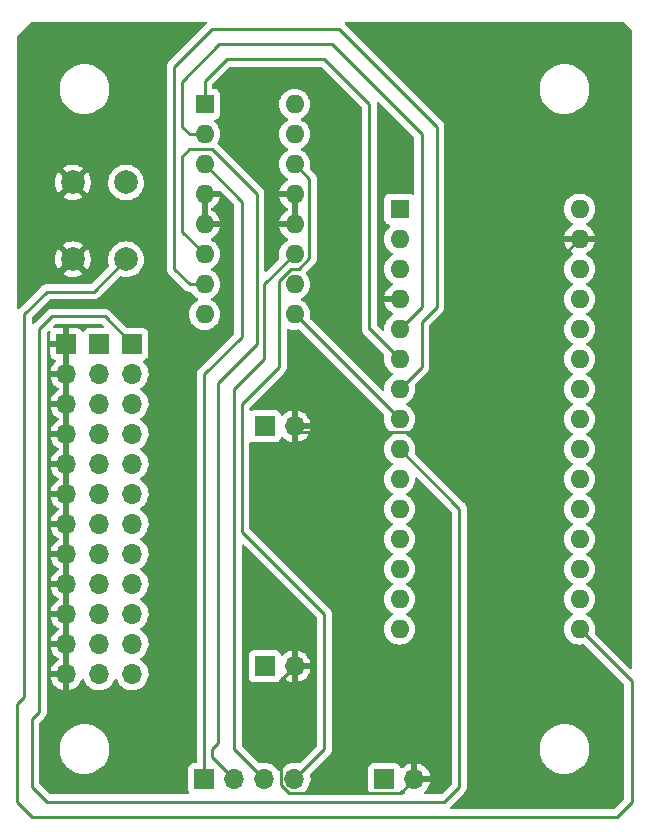
<source format=gbr>
%TF.GenerationSoftware,KiCad,Pcbnew,(6.0.0)*%
%TF.CreationDate,2025-05-03T01:33:45+03:00*%
%TF.ProjectId,board-eng,626f6172-642d-4656-9e67-2e6b69636164,rev?*%
%TF.SameCoordinates,Original*%
%TF.FileFunction,Copper,L2,Bot*%
%TF.FilePolarity,Positive*%
%FSLAX46Y46*%
G04 Gerber Fmt 4.6, Leading zero omitted, Abs format (unit mm)*
G04 Created by KiCad (PCBNEW (6.0.0)) date 2025-05-03 01:33:45*
%MOMM*%
%LPD*%
G01*
G04 APERTURE LIST*
%TA.AperFunction,ComponentPad*%
%ADD10R,1.600000X1.600000*%
%TD*%
%TA.AperFunction,ComponentPad*%
%ADD11O,1.600000X1.600000*%
%TD*%
%TA.AperFunction,ComponentPad*%
%ADD12R,1.700000X1.700000*%
%TD*%
%TA.AperFunction,ComponentPad*%
%ADD13O,1.700000X1.700000*%
%TD*%
%TA.AperFunction,ComponentPad*%
%ADD14C,2.000000*%
%TD*%
%TA.AperFunction,Conductor*%
%ADD15C,0.250000*%
%TD*%
G04 APERTURE END LIST*
D10*
%TO.P,A1,1,TX1*%
%TO.N,unconnected-(A1-Pad1)*%
X152410000Y-110490000D03*
D11*
%TO.P,A1,2,RX1*%
%TO.N,unconnected-(A1-Pad2)*%
X152410000Y-113030000D03*
%TO.P,A1,3,~{RESET}*%
%TO.N,unconnected-(A1-Pad3)*%
X152410000Y-115570000D03*
%TO.P,A1,4,GND*%
%TO.N,GND*%
X152410000Y-118110000D03*
%TO.P,A1,5,D2*%
%TO.N,M1A-IN*%
X152410000Y-120650000D03*
%TO.P,A1,6,D3*%
%TO.N,EN1*%
X152410000Y-123190000D03*
%TO.P,A1,7,D4*%
%TO.N,M1B-IN*%
X152410000Y-125730000D03*
%TO.P,A1,8,D5*%
%TO.N,EN2*%
X152410000Y-128270000D03*
%TO.P,A1,9,D6*%
%TO.N,D6*%
X152410000Y-130810000D03*
%TO.P,A1,10,D7*%
%TO.N,M2A-IN*%
X152410000Y-133350000D03*
%TO.P,A1,11,D8*%
%TO.N,M2B-IN*%
X152410000Y-135890000D03*
%TO.P,A1,12,D9*%
%TO.N,D9*%
X152410000Y-138430000D03*
%TO.P,A1,13,D10*%
%TO.N,D10*%
X152410000Y-140970000D03*
%TO.P,A1,14,MOSI*%
%TO.N,D11*%
X152410000Y-143510000D03*
%TO.P,A1,15,MISO*%
%TO.N,LED*%
X152410000Y-146050000D03*
%TO.P,A1,16,SCK*%
%TO.N,BTN*%
X167650000Y-146050000D03*
%TO.P,A1,17,3V3*%
%TO.N,unconnected-(A1-Pad17)*%
X167650000Y-143510000D03*
%TO.P,A1,18,AREF*%
%TO.N,unconnected-(A1-Pad18)*%
X167650000Y-140970000D03*
%TO.P,A1,19,A0*%
%TO.N,A0*%
X167650000Y-138430000D03*
%TO.P,A1,20,A1*%
%TO.N,A1*%
X167650000Y-135890000D03*
%TO.P,A1,21,A2*%
%TO.N,A2*%
X167650000Y-133350000D03*
%TO.P,A1,22,A3*%
%TO.N,A3*%
X167650000Y-130810000D03*
%TO.P,A1,23,SDA/A4*%
%TO.N,A4*%
X167650000Y-128270000D03*
%TO.P,A1,24,SCL/A5*%
%TO.N,A5*%
X167650000Y-125730000D03*
%TO.P,A1,25,A6*%
%TO.N,A6*%
X167650000Y-123190000D03*
%TO.P,A1,26,A7*%
%TO.N,A7*%
X167650000Y-120650000D03*
%TO.P,A1,27,+5V*%
%TO.N,8V*%
X167650000Y-118110000D03*
%TO.P,A1,28,~{RESET}*%
%TO.N,unconnected-(A1-Pad28)*%
X167650000Y-115570000D03*
%TO.P,A1,29,GND*%
%TO.N,GND*%
X167650000Y-113030000D03*
%TO.P,A1,30,VIN*%
%TO.N,unconnected-(A1-Pad30)*%
X167650000Y-110490000D03*
%TD*%
D10*
%TO.P,U1,1,EN1\u002C2*%
%TO.N,EN1*%
X135900000Y-101615000D03*
D11*
%TO.P,U1,2,1A*%
%TO.N,M1A-IN*%
X135900000Y-104155000D03*
%TO.P,U1,3,1Y*%
%TO.N,M1A-OUT*%
X135900000Y-106695000D03*
%TO.P,U1,4,GND*%
%TO.N,GND*%
X135900000Y-109235000D03*
%TO.P,U1,5,GND*%
X135900000Y-111775000D03*
%TO.P,U1,6,2Y*%
%TO.N,M1B-OUT*%
X135900000Y-114315000D03*
%TO.P,U1,7,2A*%
%TO.N,M1B-IN*%
X135900000Y-116855000D03*
%TO.P,U1,8,VCC2*%
%TO.N,8V*%
X135900000Y-119395000D03*
%TO.P,U1,9,EN3\u002C4*%
%TO.N,EN2*%
X143520000Y-119395000D03*
%TO.P,U1,10,3A*%
%TO.N,M2A-IN*%
X143520000Y-116855000D03*
%TO.P,U1,11,3Y*%
%TO.N,M2A-OUT*%
X143520000Y-114315000D03*
%TO.P,U1,12,GND*%
%TO.N,GND*%
X143520000Y-111775000D03*
%TO.P,U1,13,GND*%
X143520000Y-109235000D03*
%TO.P,U1,14,4Y*%
%TO.N,M2B-OUT*%
X143520000Y-106695000D03*
%TO.P,U1,15,4A*%
%TO.N,M2B-IN*%
X143520000Y-104155000D03*
%TO.P,U1,16,VCC1*%
%TO.N,8V*%
X143520000Y-101615000D03*
%TD*%
D12*
%TO.P,J6,1,Pin_1*%
%TO.N,8V*%
X140990000Y-149200000D03*
D13*
%TO.P,J6,2,Pin_2*%
%TO.N,GND*%
X143530000Y-149200000D03*
%TD*%
D12*
%TO.P,5V,1,Pin_1*%
%TO.N,5V*%
X127000000Y-121920000D03*
D13*
%TO.P,5V,2,Pin_2*%
X127000000Y-124460000D03*
%TO.P,5V,3,Pin_3*%
X127000000Y-127000000D03*
%TO.P,5V,4,Pin_4*%
X127000000Y-129540000D03*
%TO.P,5V,5,Pin_5*%
X127000000Y-132080000D03*
%TO.P,5V,6,Pin_6*%
X127000000Y-134620000D03*
%TO.P,5V,7,Pin_7*%
X127000000Y-137160000D03*
%TO.P,5V,8,Pin_8*%
X127000000Y-139700000D03*
%TO.P,5V,9,Pin_9*%
X127000000Y-142240000D03*
%TO.P,5V,10,Pin_10*%
X127000000Y-144780000D03*
%TO.P,5V,11,Pin_11*%
X127000000Y-147320000D03*
%TO.P,5V,12,Pin_12*%
X127000000Y-149860000D03*
%TD*%
D12*
%TO.P,J1,1,Pin_1*%
%TO.N,M1A-OUT*%
X135890000Y-158750000D03*
D13*
%TO.P,J1,2,Pin_2*%
%TO.N,M1B-OUT*%
X138430000Y-158750000D03*
%TO.P,J1,3,Pin_3*%
%TO.N,M2A-OUT*%
X140970000Y-158750000D03*
%TO.P,J1,4,Pin_4*%
%TO.N,M2B-OUT*%
X143510000Y-158750000D03*
%TD*%
%TO.P,ARD,12,Pin_12*%
%TO.N,A0*%
X129794000Y-149860000D03*
%TO.P,ARD,11,Pin_11*%
%TO.N,A1*%
X129794000Y-147320000D03*
%TO.P,ARD,10,Pin_10*%
%TO.N,A2*%
X129794000Y-144780000D03*
%TO.P,ARD,9,Pin_9*%
%TO.N,A3*%
X129794000Y-142240000D03*
%TO.P,ARD,8,Pin_8*%
%TO.N,A4*%
X129794000Y-139700000D03*
%TO.P,ARD,7,Pin_7*%
%TO.N,A5*%
X129794000Y-137160000D03*
%TO.P,ARD,6,Pin_6*%
%TO.N,A6*%
X129794000Y-134620000D03*
%TO.P,ARD,5,Pin_5*%
%TO.N,A7*%
X129794000Y-132080000D03*
%TO.P,ARD,4,Pin_4*%
%TO.N,D11*%
X129794000Y-129540000D03*
%TO.P,ARD,3,Pin_3*%
%TO.N,D10*%
X129794000Y-127000000D03*
%TO.P,ARD,2,Pin_2*%
%TO.N,D9*%
X129794000Y-124460000D03*
D12*
%TO.P,ARD,1,Pin_1*%
%TO.N,D6*%
X129794000Y-121920000D03*
%TD*%
%TO.P,Power 5V,1,Pin_1*%
%TO.N,5V*%
X140990000Y-128880000D03*
D13*
%TO.P,Power 5V,2,Pin_2*%
%TO.N,GND*%
X143530000Y-128880000D03*
%TD*%
D14*
%TO.P,SW1,1*%
%TO.N,BTN*%
X129250000Y-114740000D03*
X129250000Y-108240000D03*
%TO.P,SW1,2*%
%TO.N,GND*%
X124750000Y-114740000D03*
X124750000Y-108240000D03*
%TD*%
D12*
%TO.P,J7,1,Pin_1*%
%TO.N,8V*%
X151130000Y-158750000D03*
D13*
%TO.P,J7,2,Pin_2*%
%TO.N,GND*%
X153670000Y-158750000D03*
%TD*%
D12*
%TO.P,GND,1,Pin_1*%
%TO.N,GND*%
X124206000Y-121920000D03*
D13*
%TO.P,GND,2,Pin_2*%
X124206000Y-124460000D03*
%TO.P,GND,3,Pin_3*%
X124206000Y-127000000D03*
%TO.P,GND,4,Pin_4*%
X124206000Y-129540000D03*
%TO.P,GND,5,Pin_5*%
X124206000Y-132080000D03*
%TO.P,GND,6,Pin_6*%
X124206000Y-134620000D03*
%TO.P,GND,7,Pin_7*%
X124206000Y-137160000D03*
%TO.P,GND,8,Pin_8*%
X124206000Y-139700000D03*
%TO.P,GND,9,Pin_9*%
X124206000Y-142240000D03*
%TO.P,GND,10,Pin_10*%
X124206000Y-144780000D03*
%TO.P,GND,11,Pin_11*%
X124206000Y-147320000D03*
%TO.P,GND,12,Pin_12*%
X124206000Y-149860000D03*
%TD*%
D15*
%TO.N,GND*%
X167650000Y-113030000D02*
X165422500Y-115257500D01*
X156990489Y-129394511D02*
X165422500Y-120962500D01*
X165422500Y-120962500D02*
X165422500Y-115257500D01*
X144044511Y-129394511D02*
X143530000Y-128880000D01*
X156990489Y-129394511D02*
X144044511Y-129394511D01*
X152495489Y-159924511D02*
X153670000Y-158750000D01*
X143023501Y-159924511D02*
X152495489Y-159924511D01*
X142335489Y-150394511D02*
X142335489Y-159236499D01*
X142335489Y-159236499D02*
X143023501Y-159924511D01*
X143530000Y-149200000D02*
X142335489Y-150394511D01*
%TO.N,BTN*%
X126515000Y-117475000D02*
X129250000Y-114740000D01*
X122555000Y-117475000D02*
X126515000Y-117475000D01*
X120650000Y-119380000D02*
X122555000Y-117475000D01*
X120650000Y-151765000D02*
X120650000Y-119380000D01*
X120015000Y-152400000D02*
X120650000Y-151765000D01*
X121285000Y-161925000D02*
X120015000Y-160655000D01*
X120015000Y-160655000D02*
X120015000Y-152400000D01*
X170815000Y-161925000D02*
X121285000Y-161925000D01*
X172085000Y-160655000D02*
X170815000Y-161925000D01*
X172085000Y-150485000D02*
X172085000Y-160655000D01*
X167650000Y-146050000D02*
X172085000Y-150485000D01*
%TO.N,D6*%
X121920000Y-153035000D02*
X121920000Y-120650000D01*
X121285000Y-153670000D02*
X121920000Y-153035000D01*
X121285000Y-159385000D02*
X121285000Y-153670000D01*
X122555000Y-160655000D02*
X121285000Y-159385000D01*
X121920000Y-120650000D02*
X122999500Y-119570500D01*
X122999500Y-119570500D02*
X127444500Y-119570500D01*
X127444500Y-119570500D02*
X129794000Y-121920000D01*
X156210000Y-160655000D02*
X122555000Y-160655000D01*
X157480000Y-159385000D02*
X156210000Y-160655000D01*
X157480000Y-135880000D02*
X157480000Y-159385000D01*
X152410000Y-130810000D02*
X157480000Y-135880000D01*
%TO.N,M1B-OUT*%
X134620000Y-105410000D02*
X133985000Y-106045000D01*
X140335000Y-109855000D02*
X140335000Y-109220000D01*
X140335000Y-109220000D02*
X136525000Y-105410000D01*
X136525000Y-105410000D02*
X134620000Y-105410000D01*
X140335000Y-121920000D02*
X140335000Y-109855000D01*
%TO.N,M1A-OUT*%
X139065000Y-109860000D02*
X135900000Y-106695000D01*
X139065000Y-121285000D02*
X139065000Y-109860000D01*
X135890000Y-124460000D02*
X139065000Y-121285000D01*
X135890000Y-158750000D02*
X135890000Y-124460000D01*
%TO.N,M1B-OUT*%
X137024511Y-155710489D02*
X137024511Y-125230489D01*
X137024511Y-125230489D02*
X140335000Y-121920000D01*
X136525000Y-156210000D02*
X137024511Y-155710489D01*
X136525000Y-156845000D02*
X136525000Y-156210000D01*
X138430000Y-158750000D02*
X136525000Y-156845000D01*
X133985000Y-112400000D02*
X135900000Y-114315000D01*
X133985000Y-106045000D02*
X133985000Y-112400000D01*
%TO.N,M2B-OUT*%
X144780000Y-107955000D02*
X143520000Y-106695000D01*
X144780000Y-114645300D02*
X144780000Y-107955000D01*
X143855300Y-115570000D02*
X144780000Y-114645300D01*
X142240000Y-123825000D02*
X142240000Y-116544700D01*
X142240000Y-116544700D02*
X143214700Y-115570000D01*
X139065000Y-127000000D02*
X142240000Y-123825000D01*
X139065000Y-137795000D02*
X139065000Y-127000000D01*
X146050000Y-144780000D02*
X139065000Y-137795000D01*
X146050000Y-156210000D02*
X146050000Y-144780000D01*
X143214700Y-115570000D02*
X143855300Y-115570000D01*
X143510000Y-158750000D02*
X146050000Y-156210000D01*
%TO.N,M2A-OUT*%
X140970000Y-123190000D02*
X140970000Y-116865000D01*
X140970000Y-116865000D02*
X143520000Y-114315000D01*
X138430000Y-156210000D02*
X138430000Y-125730000D01*
X138430000Y-125730000D02*
X140970000Y-123190000D01*
X140970000Y-158750000D02*
X138430000Y-156210000D01*
%TO.N,M1B-IN*%
X134635000Y-116855000D02*
X135900000Y-116855000D01*
X133350000Y-98425000D02*
X133350000Y-115570000D01*
X136525000Y-95250000D02*
X133350000Y-98425000D01*
X147320000Y-95250000D02*
X136525000Y-95250000D01*
X133350000Y-115570000D02*
X134635000Y-116855000D01*
X155575000Y-118745000D02*
X155575000Y-103505000D01*
X154305000Y-120015000D02*
X155575000Y-118745000D01*
X154305000Y-120650000D02*
X154305000Y-120015000D01*
X154305000Y-123835000D02*
X154305000Y-120650000D01*
X152410000Y-125730000D02*
X154305000Y-123835000D01*
X155575000Y-103505000D02*
X147320000Y-95250000D01*
%TO.N,EN2*%
X152410000Y-128270000D02*
X143535000Y-119395000D01*
X143535000Y-119395000D02*
X143520000Y-119395000D01*
%TO.N,M1A-IN*%
X154305000Y-118755000D02*
X152410000Y-120650000D01*
X154305000Y-118745000D02*
X154305000Y-118755000D01*
X154305000Y-104140000D02*
X154305000Y-118745000D01*
X150495000Y-100330000D02*
X154305000Y-104140000D01*
X146685000Y-96520000D02*
X150495000Y-100330000D01*
X146050000Y-96520000D02*
X146685000Y-96520000D01*
X137160000Y-96520000D02*
X146050000Y-96520000D01*
X133985000Y-99695000D02*
X137160000Y-96520000D01*
X133985000Y-103505000D02*
X133985000Y-99695000D01*
X134635000Y-104155000D02*
X133985000Y-103505000D01*
X135900000Y-104155000D02*
X134635000Y-104155000D01*
%TO.N,EN1*%
X152410000Y-123190000D02*
X149870000Y-120650000D01*
X149860000Y-101600000D02*
X149860000Y-120650000D01*
X149870000Y-120650000D02*
X149860000Y-120650000D01*
X147955000Y-99695000D02*
X149860000Y-101600000D01*
X146050000Y-97790000D02*
X147955000Y-99695000D01*
X137795000Y-97790000D02*
X146050000Y-97790000D01*
X135900000Y-99685000D02*
X137795000Y-97790000D01*
X135900000Y-101615000D02*
X135900000Y-99685000D01*
%TD*%
%TA.AperFunction,Conductor*%
%TO.N,GND*%
G36*
X171382511Y-94635002D02*
G01*
X171403485Y-94651905D01*
X172048095Y-95296515D01*
X172082121Y-95358827D01*
X172085000Y-95385610D01*
X172085000Y-149284906D01*
X172064998Y-149353027D01*
X172011342Y-149399520D01*
X171941068Y-149409624D01*
X171876488Y-149380130D01*
X171869905Y-149374001D01*
X168959152Y-146463248D01*
X168925126Y-146400936D01*
X168926541Y-146341541D01*
X168942118Y-146283409D01*
X168942120Y-146283398D01*
X168943543Y-146278087D01*
X168963498Y-146050000D01*
X168943543Y-145821913D01*
X168884284Y-145600757D01*
X168878661Y-145588699D01*
X168789849Y-145398238D01*
X168789846Y-145398233D01*
X168787523Y-145393251D01*
X168656198Y-145205700D01*
X168494300Y-145043802D01*
X168489792Y-145040645D01*
X168489789Y-145040643D01*
X168388493Y-144969715D01*
X168306749Y-144912477D01*
X168301767Y-144910154D01*
X168301762Y-144910151D01*
X168267543Y-144894195D01*
X168214258Y-144847278D01*
X168194797Y-144779001D01*
X168215339Y-144711041D01*
X168267543Y-144665805D01*
X168301762Y-144649849D01*
X168301767Y-144649846D01*
X168306749Y-144647523D01*
X168468845Y-144534022D01*
X168489789Y-144519357D01*
X168489792Y-144519355D01*
X168494300Y-144516198D01*
X168656198Y-144354300D01*
X168664186Y-144342893D01*
X168784366Y-144171257D01*
X168787523Y-144166749D01*
X168789846Y-144161767D01*
X168789849Y-144161762D01*
X168881961Y-143964225D01*
X168881961Y-143964224D01*
X168884284Y-143959243D01*
X168886060Y-143952617D01*
X168942119Y-143743402D01*
X168942119Y-143743400D01*
X168943543Y-143738087D01*
X168963498Y-143510000D01*
X168943543Y-143281913D01*
X168884284Y-143060757D01*
X168878661Y-143048699D01*
X168789849Y-142858238D01*
X168789846Y-142858233D01*
X168787523Y-142853251D01*
X168656198Y-142665700D01*
X168494300Y-142503802D01*
X168489792Y-142500645D01*
X168489789Y-142500643D01*
X168388493Y-142429715D01*
X168306749Y-142372477D01*
X168301767Y-142370154D01*
X168301762Y-142370151D01*
X168267543Y-142354195D01*
X168214258Y-142307278D01*
X168194797Y-142239001D01*
X168215339Y-142171041D01*
X168267543Y-142125805D01*
X168301762Y-142109849D01*
X168301767Y-142109846D01*
X168306749Y-142107523D01*
X168442681Y-142012342D01*
X168489789Y-141979357D01*
X168489792Y-141979355D01*
X168494300Y-141976198D01*
X168656198Y-141814300D01*
X168665720Y-141800702D01*
X168784366Y-141631257D01*
X168787523Y-141626749D01*
X168789846Y-141621767D01*
X168789849Y-141621762D01*
X168881961Y-141424225D01*
X168881961Y-141424224D01*
X168884284Y-141419243D01*
X168886060Y-141412617D01*
X168942119Y-141203402D01*
X168942119Y-141203400D01*
X168943543Y-141198087D01*
X168963498Y-140970000D01*
X168943543Y-140741913D01*
X168884284Y-140520757D01*
X168878661Y-140508699D01*
X168789849Y-140318238D01*
X168789846Y-140318233D01*
X168787523Y-140313251D01*
X168656198Y-140125700D01*
X168494300Y-139963802D01*
X168489792Y-139960645D01*
X168489789Y-139960643D01*
X168388493Y-139889715D01*
X168306749Y-139832477D01*
X168301767Y-139830154D01*
X168301762Y-139830151D01*
X168267543Y-139814195D01*
X168214258Y-139767278D01*
X168194797Y-139699001D01*
X168215339Y-139631041D01*
X168267543Y-139585805D01*
X168301762Y-139569849D01*
X168301767Y-139569846D01*
X168306749Y-139567523D01*
X168442681Y-139472342D01*
X168489789Y-139439357D01*
X168489792Y-139439355D01*
X168494300Y-139436198D01*
X168656198Y-139274300D01*
X168665720Y-139260702D01*
X168784366Y-139091257D01*
X168787523Y-139086749D01*
X168789846Y-139081767D01*
X168789849Y-139081762D01*
X168881961Y-138884225D01*
X168881961Y-138884224D01*
X168884284Y-138879243D01*
X168886060Y-138872617D01*
X168942119Y-138663402D01*
X168942119Y-138663400D01*
X168943543Y-138658087D01*
X168963498Y-138430000D01*
X168943543Y-138201913D01*
X168884284Y-137980757D01*
X168878661Y-137968699D01*
X168789849Y-137778238D01*
X168789846Y-137778233D01*
X168787523Y-137773251D01*
X168656198Y-137585700D01*
X168494300Y-137423802D01*
X168489792Y-137420645D01*
X168489789Y-137420643D01*
X168388493Y-137349715D01*
X168306749Y-137292477D01*
X168301767Y-137290154D01*
X168301762Y-137290151D01*
X168267543Y-137274195D01*
X168214258Y-137227278D01*
X168194797Y-137159001D01*
X168215339Y-137091041D01*
X168267543Y-137045805D01*
X168301762Y-137029849D01*
X168301767Y-137029846D01*
X168306749Y-137027523D01*
X168442681Y-136932342D01*
X168489789Y-136899357D01*
X168489792Y-136899355D01*
X168494300Y-136896198D01*
X168656198Y-136734300D01*
X168665720Y-136720702D01*
X168784366Y-136551257D01*
X168787523Y-136546749D01*
X168789846Y-136541767D01*
X168789849Y-136541762D01*
X168881961Y-136344225D01*
X168881961Y-136344224D01*
X168884284Y-136339243D01*
X168886060Y-136332617D01*
X168942119Y-136123402D01*
X168942119Y-136123400D01*
X168943543Y-136118087D01*
X168963498Y-135890000D01*
X168943543Y-135661913D01*
X168932200Y-135619581D01*
X168885707Y-135446067D01*
X168885706Y-135446065D01*
X168884284Y-135440757D01*
X168878661Y-135428699D01*
X168789849Y-135238238D01*
X168789846Y-135238233D01*
X168787523Y-135233251D01*
X168656198Y-135045700D01*
X168494300Y-134883802D01*
X168489792Y-134880645D01*
X168489789Y-134880643D01*
X168388493Y-134809715D01*
X168306749Y-134752477D01*
X168301767Y-134750154D01*
X168301762Y-134750151D01*
X168267543Y-134734195D01*
X168214258Y-134687278D01*
X168194797Y-134619001D01*
X168215339Y-134551041D01*
X168267543Y-134505805D01*
X168301762Y-134489849D01*
X168301767Y-134489846D01*
X168306749Y-134487523D01*
X168442681Y-134392342D01*
X168489789Y-134359357D01*
X168489792Y-134359355D01*
X168494300Y-134356198D01*
X168656198Y-134194300D01*
X168665720Y-134180702D01*
X168784366Y-134011257D01*
X168787523Y-134006749D01*
X168789846Y-134001767D01*
X168789849Y-134001762D01*
X168881961Y-133804225D01*
X168881961Y-133804224D01*
X168884284Y-133799243D01*
X168886060Y-133792617D01*
X168942119Y-133583402D01*
X168942119Y-133583400D01*
X168943543Y-133578087D01*
X168963498Y-133350000D01*
X168943543Y-133121913D01*
X168884284Y-132900757D01*
X168878661Y-132888699D01*
X168789849Y-132698238D01*
X168789846Y-132698233D01*
X168787523Y-132693251D01*
X168656198Y-132505700D01*
X168494300Y-132343802D01*
X168489792Y-132340645D01*
X168489789Y-132340643D01*
X168388493Y-132269715D01*
X168306749Y-132212477D01*
X168301767Y-132210154D01*
X168301762Y-132210151D01*
X168267543Y-132194195D01*
X168214258Y-132147278D01*
X168194797Y-132079001D01*
X168215339Y-132011041D01*
X168267543Y-131965805D01*
X168301762Y-131949849D01*
X168301767Y-131949846D01*
X168306749Y-131947523D01*
X168442681Y-131852342D01*
X168489789Y-131819357D01*
X168489792Y-131819355D01*
X168494300Y-131816198D01*
X168656198Y-131654300D01*
X168665720Y-131640702D01*
X168784366Y-131471257D01*
X168787523Y-131466749D01*
X168789846Y-131461767D01*
X168789849Y-131461762D01*
X168881961Y-131264225D01*
X168881961Y-131264224D01*
X168884284Y-131259243D01*
X168886060Y-131252617D01*
X168942119Y-131043402D01*
X168942119Y-131043400D01*
X168943543Y-131038087D01*
X168963498Y-130810000D01*
X168943543Y-130581913D01*
X168884284Y-130360757D01*
X168878661Y-130348699D01*
X168789849Y-130158238D01*
X168789846Y-130158233D01*
X168787523Y-130153251D01*
X168656198Y-129965700D01*
X168494300Y-129803802D01*
X168489792Y-129800645D01*
X168489789Y-129800643D01*
X168388493Y-129729715D01*
X168306749Y-129672477D01*
X168301767Y-129670154D01*
X168301762Y-129670151D01*
X168267543Y-129654195D01*
X168214258Y-129607278D01*
X168194797Y-129539001D01*
X168215339Y-129471041D01*
X168267543Y-129425805D01*
X168301762Y-129409849D01*
X168301767Y-129409846D01*
X168306749Y-129407523D01*
X168442681Y-129312342D01*
X168489789Y-129279357D01*
X168489792Y-129279355D01*
X168494300Y-129276198D01*
X168656198Y-129114300D01*
X168665720Y-129100702D01*
X168784366Y-128931257D01*
X168787523Y-128926749D01*
X168789846Y-128921767D01*
X168789849Y-128921762D01*
X168881961Y-128724225D01*
X168881961Y-128724224D01*
X168884284Y-128719243D01*
X168886060Y-128712617D01*
X168942119Y-128503402D01*
X168942119Y-128503400D01*
X168943543Y-128498087D01*
X168963498Y-128270000D01*
X168943543Y-128041913D01*
X168942117Y-128036591D01*
X168885707Y-127826067D01*
X168885706Y-127826065D01*
X168884284Y-127820757D01*
X168878661Y-127808699D01*
X168789849Y-127618238D01*
X168789846Y-127618233D01*
X168787523Y-127613251D01*
X168656198Y-127425700D01*
X168494300Y-127263802D01*
X168489792Y-127260645D01*
X168489789Y-127260643D01*
X168388493Y-127189715D01*
X168306749Y-127132477D01*
X168301767Y-127130154D01*
X168301762Y-127130151D01*
X168267543Y-127114195D01*
X168214258Y-127067278D01*
X168194797Y-126999001D01*
X168215339Y-126931041D01*
X168267543Y-126885805D01*
X168301762Y-126869849D01*
X168301767Y-126869846D01*
X168306749Y-126867523D01*
X168442681Y-126772342D01*
X168489789Y-126739357D01*
X168489792Y-126739355D01*
X168494300Y-126736198D01*
X168656198Y-126574300D01*
X168665720Y-126560702D01*
X168784366Y-126391257D01*
X168787523Y-126386749D01*
X168789846Y-126381767D01*
X168789849Y-126381762D01*
X168881961Y-126184225D01*
X168881961Y-126184224D01*
X168884284Y-126179243D01*
X168886060Y-126172617D01*
X168942119Y-125963402D01*
X168942119Y-125963400D01*
X168943543Y-125958087D01*
X168963498Y-125730000D01*
X168943543Y-125501913D01*
X168929898Y-125450989D01*
X168885707Y-125286067D01*
X168885706Y-125286065D01*
X168884284Y-125280757D01*
X168878661Y-125268699D01*
X168789849Y-125078238D01*
X168789846Y-125078233D01*
X168787523Y-125073251D01*
X168656198Y-124885700D01*
X168494300Y-124723802D01*
X168489792Y-124720645D01*
X168489789Y-124720643D01*
X168388493Y-124649715D01*
X168306749Y-124592477D01*
X168301767Y-124590154D01*
X168301762Y-124590151D01*
X168267543Y-124574195D01*
X168214258Y-124527278D01*
X168194797Y-124459001D01*
X168215339Y-124391041D01*
X168267543Y-124345805D01*
X168301762Y-124329849D01*
X168301767Y-124329846D01*
X168306749Y-124327523D01*
X168442681Y-124232342D01*
X168489789Y-124199357D01*
X168489792Y-124199355D01*
X168494300Y-124196198D01*
X168656198Y-124034300D01*
X168665720Y-124020702D01*
X168753894Y-123894776D01*
X168787523Y-123846749D01*
X168789846Y-123841767D01*
X168789849Y-123841762D01*
X168881961Y-123644225D01*
X168881961Y-123644224D01*
X168884284Y-123639243D01*
X168886060Y-123632617D01*
X168942119Y-123423402D01*
X168942119Y-123423400D01*
X168943543Y-123418087D01*
X168963498Y-123190000D01*
X168943543Y-122961913D01*
X168942117Y-122956591D01*
X168885707Y-122746067D01*
X168885706Y-122746065D01*
X168884284Y-122740757D01*
X168881961Y-122735775D01*
X168789849Y-122538238D01*
X168789846Y-122538233D01*
X168787523Y-122533251D01*
X168656198Y-122345700D01*
X168494300Y-122183802D01*
X168489792Y-122180645D01*
X168489789Y-122180643D01*
X168411611Y-122125902D01*
X168306749Y-122052477D01*
X168301767Y-122050154D01*
X168301762Y-122050151D01*
X168267543Y-122034195D01*
X168214258Y-121987278D01*
X168194797Y-121919001D01*
X168215339Y-121851041D01*
X168267543Y-121805805D01*
X168301762Y-121789849D01*
X168301767Y-121789846D01*
X168306749Y-121787523D01*
X168436200Y-121696880D01*
X168489789Y-121659357D01*
X168489792Y-121659355D01*
X168494300Y-121656198D01*
X168656198Y-121494300D01*
X168696016Y-121437435D01*
X168746714Y-121365030D01*
X168787523Y-121306749D01*
X168789846Y-121301767D01*
X168789849Y-121301762D01*
X168881961Y-121104225D01*
X168881961Y-121104224D01*
X168884284Y-121099243D01*
X168886182Y-121092162D01*
X168942119Y-120883402D01*
X168942119Y-120883400D01*
X168943543Y-120878087D01*
X168963498Y-120650000D01*
X168943543Y-120421913D01*
X168938839Y-120404357D01*
X168885707Y-120206067D01*
X168885706Y-120206065D01*
X168884284Y-120200757D01*
X168835933Y-120097067D01*
X168789849Y-119998238D01*
X168789846Y-119998233D01*
X168787523Y-119993251D01*
X168656198Y-119805700D01*
X168494300Y-119643802D01*
X168489792Y-119640645D01*
X168489789Y-119640643D01*
X168411611Y-119585902D01*
X168306749Y-119512477D01*
X168301767Y-119510154D01*
X168301762Y-119510151D01*
X168267543Y-119494195D01*
X168214258Y-119447278D01*
X168194797Y-119379001D01*
X168215339Y-119311041D01*
X168267543Y-119265805D01*
X168301762Y-119249849D01*
X168301767Y-119249846D01*
X168306749Y-119247523D01*
X168449048Y-119147884D01*
X168489789Y-119119357D01*
X168489792Y-119119355D01*
X168494300Y-119116198D01*
X168656198Y-118954300D01*
X168659568Y-118949488D01*
X168741336Y-118832711D01*
X168787523Y-118766749D01*
X168789846Y-118761767D01*
X168789849Y-118761762D01*
X168881961Y-118564225D01*
X168881961Y-118564224D01*
X168884284Y-118559243D01*
X168939651Y-118352614D01*
X168942119Y-118343402D01*
X168942119Y-118343400D01*
X168943543Y-118338087D01*
X168963498Y-118110000D01*
X168943543Y-117881913D01*
X168938839Y-117864357D01*
X168885707Y-117666067D01*
X168885706Y-117666065D01*
X168884284Y-117660757D01*
X168813287Y-117508502D01*
X168789849Y-117458238D01*
X168789846Y-117458233D01*
X168787523Y-117453251D01*
X168656198Y-117265700D01*
X168494300Y-117103802D01*
X168489792Y-117100645D01*
X168489789Y-117100643D01*
X168353009Y-117004869D01*
X168306749Y-116972477D01*
X168301767Y-116970154D01*
X168301762Y-116970151D01*
X168267543Y-116954195D01*
X168214258Y-116907278D01*
X168194797Y-116839001D01*
X168215339Y-116771041D01*
X168267543Y-116725805D01*
X168301762Y-116709849D01*
X168301767Y-116709846D01*
X168306749Y-116707523D01*
X168429462Y-116621598D01*
X168489789Y-116579357D01*
X168489792Y-116579355D01*
X168494300Y-116576198D01*
X168656198Y-116414300D01*
X168665669Y-116400775D01*
X168782146Y-116234428D01*
X168787523Y-116226749D01*
X168789846Y-116221767D01*
X168789849Y-116221762D01*
X168881961Y-116024225D01*
X168881961Y-116024224D01*
X168884284Y-116019243D01*
X168886183Y-116012158D01*
X168942119Y-115803402D01*
X168942119Y-115803400D01*
X168943543Y-115798087D01*
X168963498Y-115570000D01*
X168943543Y-115341913D01*
X168938839Y-115324357D01*
X168885707Y-115126067D01*
X168885706Y-115126065D01*
X168884284Y-115120757D01*
X168878704Y-115108790D01*
X168789849Y-114918238D01*
X168789846Y-114918233D01*
X168787523Y-114913251D01*
X168666211Y-114740000D01*
X168659357Y-114730211D01*
X168659355Y-114730208D01*
X168656198Y-114725700D01*
X168494300Y-114563802D01*
X168489792Y-114560645D01*
X168489789Y-114560643D01*
X168401005Y-114498476D01*
X168306749Y-114432477D01*
X168301767Y-114430154D01*
X168301762Y-114430151D01*
X168266951Y-114413919D01*
X168213666Y-114367002D01*
X168194205Y-114298725D01*
X168214747Y-114230765D01*
X168266951Y-114185529D01*
X168301511Y-114169414D01*
X168311007Y-114163931D01*
X168489467Y-114038972D01*
X168497875Y-114031916D01*
X168651916Y-113877875D01*
X168658972Y-113869467D01*
X168783931Y-113691007D01*
X168789414Y-113681511D01*
X168881490Y-113484053D01*
X168885236Y-113473761D01*
X168931394Y-113301497D01*
X168931058Y-113287401D01*
X168923116Y-113284000D01*
X166382033Y-113284000D01*
X166368502Y-113287973D01*
X166367273Y-113296522D01*
X166414764Y-113473761D01*
X166418510Y-113484053D01*
X166510586Y-113681511D01*
X166516069Y-113691007D01*
X166641028Y-113869467D01*
X166648084Y-113877875D01*
X166802125Y-114031916D01*
X166810533Y-114038972D01*
X166988993Y-114163931D01*
X166998489Y-114169414D01*
X167033049Y-114185529D01*
X167086334Y-114232446D01*
X167105795Y-114300723D01*
X167085253Y-114368683D01*
X167033049Y-114413919D01*
X166998238Y-114430151D01*
X166998233Y-114430154D01*
X166993251Y-114432477D01*
X166898995Y-114498476D01*
X166810211Y-114560643D01*
X166810208Y-114560645D01*
X166805700Y-114563802D01*
X166643802Y-114725700D01*
X166640645Y-114730208D01*
X166640643Y-114730211D01*
X166633789Y-114740000D01*
X166512477Y-114913251D01*
X166510154Y-114918233D01*
X166510151Y-114918238D01*
X166421296Y-115108790D01*
X166415716Y-115120757D01*
X166414294Y-115126065D01*
X166414293Y-115126067D01*
X166361161Y-115324357D01*
X166356457Y-115341913D01*
X166336502Y-115570000D01*
X166356457Y-115798087D01*
X166357881Y-115803400D01*
X166357881Y-115803402D01*
X166413818Y-116012158D01*
X166415716Y-116019243D01*
X166418039Y-116024224D01*
X166418039Y-116024225D01*
X166510151Y-116221762D01*
X166510154Y-116221767D01*
X166512477Y-116226749D01*
X166517854Y-116234428D01*
X166634332Y-116400775D01*
X166643802Y-116414300D01*
X166805700Y-116576198D01*
X166810208Y-116579355D01*
X166810211Y-116579357D01*
X166870538Y-116621598D01*
X166993251Y-116707523D01*
X166998233Y-116709846D01*
X166998238Y-116709849D01*
X167032457Y-116725805D01*
X167085742Y-116772722D01*
X167105203Y-116840999D01*
X167084661Y-116908959D01*
X167032457Y-116954195D01*
X166998238Y-116970151D01*
X166998233Y-116970154D01*
X166993251Y-116972477D01*
X166946991Y-117004869D01*
X166810211Y-117100643D01*
X166810208Y-117100645D01*
X166805700Y-117103802D01*
X166643802Y-117265700D01*
X166512477Y-117453251D01*
X166510154Y-117458233D01*
X166510151Y-117458238D01*
X166486713Y-117508502D01*
X166415716Y-117660757D01*
X166414294Y-117666065D01*
X166414293Y-117666067D01*
X166361161Y-117864357D01*
X166356457Y-117881913D01*
X166336502Y-118110000D01*
X166356457Y-118338087D01*
X166357881Y-118343400D01*
X166357881Y-118343402D01*
X166360350Y-118352614D01*
X166415716Y-118559243D01*
X166418039Y-118564224D01*
X166418039Y-118564225D01*
X166510151Y-118761762D01*
X166510154Y-118761767D01*
X166512477Y-118766749D01*
X166558664Y-118832711D01*
X166640433Y-118949488D01*
X166643802Y-118954300D01*
X166805700Y-119116198D01*
X166810208Y-119119355D01*
X166810211Y-119119357D01*
X166850952Y-119147884D01*
X166993251Y-119247523D01*
X166998233Y-119249846D01*
X166998238Y-119249849D01*
X167032457Y-119265805D01*
X167085742Y-119312722D01*
X167105203Y-119380999D01*
X167084661Y-119448959D01*
X167032457Y-119494195D01*
X166998238Y-119510151D01*
X166998233Y-119510154D01*
X166993251Y-119512477D01*
X166888389Y-119585902D01*
X166810211Y-119640643D01*
X166810208Y-119640645D01*
X166805700Y-119643802D01*
X166643802Y-119805700D01*
X166512477Y-119993251D01*
X166510154Y-119998233D01*
X166510151Y-119998238D01*
X166464067Y-120097067D01*
X166415716Y-120200757D01*
X166414294Y-120206065D01*
X166414293Y-120206067D01*
X166361161Y-120404357D01*
X166356457Y-120421913D01*
X166336502Y-120650000D01*
X166356457Y-120878087D01*
X166357881Y-120883400D01*
X166357881Y-120883402D01*
X166413819Y-121092162D01*
X166415716Y-121099243D01*
X166418039Y-121104224D01*
X166418039Y-121104225D01*
X166510151Y-121301762D01*
X166510154Y-121301767D01*
X166512477Y-121306749D01*
X166553286Y-121365030D01*
X166603985Y-121437435D01*
X166643802Y-121494300D01*
X166805700Y-121656198D01*
X166810208Y-121659355D01*
X166810211Y-121659357D01*
X166863800Y-121696880D01*
X166993251Y-121787523D01*
X166998233Y-121789846D01*
X166998238Y-121789849D01*
X167032457Y-121805805D01*
X167085742Y-121852722D01*
X167105203Y-121920999D01*
X167084661Y-121988959D01*
X167032457Y-122034195D01*
X166998238Y-122050151D01*
X166998233Y-122050154D01*
X166993251Y-122052477D01*
X166888389Y-122125902D01*
X166810211Y-122180643D01*
X166810208Y-122180645D01*
X166805700Y-122183802D01*
X166643802Y-122345700D01*
X166512477Y-122533251D01*
X166510154Y-122538233D01*
X166510151Y-122538238D01*
X166418039Y-122735775D01*
X166415716Y-122740757D01*
X166414294Y-122746065D01*
X166414293Y-122746067D01*
X166357883Y-122956591D01*
X166356457Y-122961913D01*
X166336502Y-123190000D01*
X166356457Y-123418087D01*
X166357881Y-123423400D01*
X166357881Y-123423402D01*
X166413941Y-123632617D01*
X166415716Y-123639243D01*
X166418039Y-123644224D01*
X166418039Y-123644225D01*
X166510151Y-123841762D01*
X166510154Y-123841767D01*
X166512477Y-123846749D01*
X166546106Y-123894776D01*
X166634281Y-124020702D01*
X166643802Y-124034300D01*
X166805700Y-124196198D01*
X166810208Y-124199355D01*
X166810211Y-124199357D01*
X166857319Y-124232342D01*
X166993251Y-124327523D01*
X166998233Y-124329846D01*
X166998238Y-124329849D01*
X167032457Y-124345805D01*
X167085742Y-124392722D01*
X167105203Y-124460999D01*
X167084661Y-124528959D01*
X167032457Y-124574195D01*
X166998238Y-124590151D01*
X166998233Y-124590154D01*
X166993251Y-124592477D01*
X166911507Y-124649715D01*
X166810211Y-124720643D01*
X166810208Y-124720645D01*
X166805700Y-124723802D01*
X166643802Y-124885700D01*
X166512477Y-125073251D01*
X166510154Y-125078233D01*
X166510151Y-125078238D01*
X166421339Y-125268699D01*
X166415716Y-125280757D01*
X166414294Y-125286065D01*
X166414293Y-125286067D01*
X166370102Y-125450989D01*
X166356457Y-125501913D01*
X166336502Y-125730000D01*
X166356457Y-125958087D01*
X166357881Y-125963400D01*
X166357881Y-125963402D01*
X166413941Y-126172617D01*
X166415716Y-126179243D01*
X166418039Y-126184224D01*
X166418039Y-126184225D01*
X166510151Y-126381762D01*
X166510154Y-126381767D01*
X166512477Y-126386749D01*
X166515634Y-126391257D01*
X166634281Y-126560702D01*
X166643802Y-126574300D01*
X166805700Y-126736198D01*
X166810208Y-126739355D01*
X166810211Y-126739357D01*
X166857319Y-126772342D01*
X166993251Y-126867523D01*
X166998233Y-126869846D01*
X166998238Y-126869849D01*
X167032457Y-126885805D01*
X167085742Y-126932722D01*
X167105203Y-127000999D01*
X167084661Y-127068959D01*
X167032457Y-127114195D01*
X166998238Y-127130151D01*
X166998233Y-127130154D01*
X166993251Y-127132477D01*
X166911507Y-127189715D01*
X166810211Y-127260643D01*
X166810208Y-127260645D01*
X166805700Y-127263802D01*
X166643802Y-127425700D01*
X166512477Y-127613251D01*
X166510154Y-127618233D01*
X166510151Y-127618238D01*
X166421339Y-127808699D01*
X166415716Y-127820757D01*
X166414294Y-127826065D01*
X166414293Y-127826067D01*
X166357883Y-128036591D01*
X166356457Y-128041913D01*
X166336502Y-128270000D01*
X166356457Y-128498087D01*
X166357881Y-128503400D01*
X166357881Y-128503402D01*
X166413941Y-128712617D01*
X166415716Y-128719243D01*
X166418039Y-128724224D01*
X166418039Y-128724225D01*
X166510151Y-128921762D01*
X166510154Y-128921767D01*
X166512477Y-128926749D01*
X166515634Y-128931257D01*
X166634281Y-129100702D01*
X166643802Y-129114300D01*
X166805700Y-129276198D01*
X166810208Y-129279355D01*
X166810211Y-129279357D01*
X166857319Y-129312342D01*
X166993251Y-129407523D01*
X166998233Y-129409846D01*
X166998238Y-129409849D01*
X167032457Y-129425805D01*
X167085742Y-129472722D01*
X167105203Y-129540999D01*
X167084661Y-129608959D01*
X167032457Y-129654195D01*
X166998238Y-129670151D01*
X166998233Y-129670154D01*
X166993251Y-129672477D01*
X166911507Y-129729715D01*
X166810211Y-129800643D01*
X166810208Y-129800645D01*
X166805700Y-129803802D01*
X166643802Y-129965700D01*
X166512477Y-130153251D01*
X166510154Y-130158233D01*
X166510151Y-130158238D01*
X166421339Y-130348699D01*
X166415716Y-130360757D01*
X166356457Y-130581913D01*
X166336502Y-130810000D01*
X166356457Y-131038087D01*
X166357881Y-131043400D01*
X166357881Y-131043402D01*
X166413941Y-131252617D01*
X166415716Y-131259243D01*
X166418039Y-131264224D01*
X166418039Y-131264225D01*
X166510151Y-131461762D01*
X166510154Y-131461767D01*
X166512477Y-131466749D01*
X166515634Y-131471257D01*
X166634281Y-131640702D01*
X166643802Y-131654300D01*
X166805700Y-131816198D01*
X166810208Y-131819355D01*
X166810211Y-131819357D01*
X166857319Y-131852342D01*
X166993251Y-131947523D01*
X166998233Y-131949846D01*
X166998238Y-131949849D01*
X167032457Y-131965805D01*
X167085742Y-132012722D01*
X167105203Y-132080999D01*
X167084661Y-132148959D01*
X167032457Y-132194195D01*
X166998238Y-132210151D01*
X166998233Y-132210154D01*
X166993251Y-132212477D01*
X166911507Y-132269715D01*
X166810211Y-132340643D01*
X166810208Y-132340645D01*
X166805700Y-132343802D01*
X166643802Y-132505700D01*
X166512477Y-132693251D01*
X166510154Y-132698233D01*
X166510151Y-132698238D01*
X166421339Y-132888699D01*
X166415716Y-132900757D01*
X166356457Y-133121913D01*
X166336502Y-133350000D01*
X166356457Y-133578087D01*
X166357881Y-133583400D01*
X166357881Y-133583402D01*
X166413941Y-133792617D01*
X166415716Y-133799243D01*
X166418039Y-133804224D01*
X166418039Y-133804225D01*
X166510151Y-134001762D01*
X166510154Y-134001767D01*
X166512477Y-134006749D01*
X166515634Y-134011257D01*
X166634281Y-134180702D01*
X166643802Y-134194300D01*
X166805700Y-134356198D01*
X166810208Y-134359355D01*
X166810211Y-134359357D01*
X166857319Y-134392342D01*
X166993251Y-134487523D01*
X166998233Y-134489846D01*
X166998238Y-134489849D01*
X167032457Y-134505805D01*
X167085742Y-134552722D01*
X167105203Y-134620999D01*
X167084661Y-134688959D01*
X167032457Y-134734195D01*
X166998238Y-134750151D01*
X166998233Y-134750154D01*
X166993251Y-134752477D01*
X166911507Y-134809715D01*
X166810211Y-134880643D01*
X166810208Y-134880645D01*
X166805700Y-134883802D01*
X166643802Y-135045700D01*
X166512477Y-135233251D01*
X166510154Y-135238233D01*
X166510151Y-135238238D01*
X166421339Y-135428699D01*
X166415716Y-135440757D01*
X166414294Y-135446065D01*
X166414293Y-135446067D01*
X166367800Y-135619581D01*
X166356457Y-135661913D01*
X166336502Y-135890000D01*
X166356457Y-136118087D01*
X166357881Y-136123400D01*
X166357881Y-136123402D01*
X166413941Y-136332617D01*
X166415716Y-136339243D01*
X166418039Y-136344224D01*
X166418039Y-136344225D01*
X166510151Y-136541762D01*
X166510154Y-136541767D01*
X166512477Y-136546749D01*
X166515634Y-136551257D01*
X166634281Y-136720702D01*
X166643802Y-136734300D01*
X166805700Y-136896198D01*
X166810208Y-136899355D01*
X166810211Y-136899357D01*
X166857319Y-136932342D01*
X166993251Y-137027523D01*
X166998233Y-137029846D01*
X166998238Y-137029849D01*
X167032457Y-137045805D01*
X167085742Y-137092722D01*
X167105203Y-137160999D01*
X167084661Y-137228959D01*
X167032457Y-137274195D01*
X166998238Y-137290151D01*
X166998233Y-137290154D01*
X166993251Y-137292477D01*
X166911507Y-137349715D01*
X166810211Y-137420643D01*
X166810208Y-137420645D01*
X166805700Y-137423802D01*
X166643802Y-137585700D01*
X166512477Y-137773251D01*
X166510154Y-137778233D01*
X166510151Y-137778238D01*
X166421339Y-137968699D01*
X166415716Y-137980757D01*
X166356457Y-138201913D01*
X166336502Y-138430000D01*
X166356457Y-138658087D01*
X166357881Y-138663400D01*
X166357881Y-138663402D01*
X166413941Y-138872617D01*
X166415716Y-138879243D01*
X166418039Y-138884224D01*
X166418039Y-138884225D01*
X166510151Y-139081762D01*
X166510154Y-139081767D01*
X166512477Y-139086749D01*
X166515634Y-139091257D01*
X166634281Y-139260702D01*
X166643802Y-139274300D01*
X166805700Y-139436198D01*
X166810208Y-139439355D01*
X166810211Y-139439357D01*
X166857319Y-139472342D01*
X166993251Y-139567523D01*
X166998233Y-139569846D01*
X166998238Y-139569849D01*
X167032457Y-139585805D01*
X167085742Y-139632722D01*
X167105203Y-139700999D01*
X167084661Y-139768959D01*
X167032457Y-139814195D01*
X166998238Y-139830151D01*
X166998233Y-139830154D01*
X166993251Y-139832477D01*
X166911507Y-139889715D01*
X166810211Y-139960643D01*
X166810208Y-139960645D01*
X166805700Y-139963802D01*
X166643802Y-140125700D01*
X166512477Y-140313251D01*
X166510154Y-140318233D01*
X166510151Y-140318238D01*
X166421339Y-140508699D01*
X166415716Y-140520757D01*
X166356457Y-140741913D01*
X166336502Y-140970000D01*
X166356457Y-141198087D01*
X166357881Y-141203400D01*
X166357881Y-141203402D01*
X166413941Y-141412617D01*
X166415716Y-141419243D01*
X166418039Y-141424224D01*
X166418039Y-141424225D01*
X166510151Y-141621762D01*
X166510154Y-141621767D01*
X166512477Y-141626749D01*
X166515634Y-141631257D01*
X166634281Y-141800702D01*
X166643802Y-141814300D01*
X166805700Y-141976198D01*
X166810208Y-141979355D01*
X166810211Y-141979357D01*
X166857319Y-142012342D01*
X166993251Y-142107523D01*
X166998233Y-142109846D01*
X166998238Y-142109849D01*
X167032457Y-142125805D01*
X167085742Y-142172722D01*
X167105203Y-142240999D01*
X167084661Y-142308959D01*
X167032457Y-142354195D01*
X166998238Y-142370151D01*
X166998233Y-142370154D01*
X166993251Y-142372477D01*
X166911507Y-142429715D01*
X166810211Y-142500643D01*
X166810208Y-142500645D01*
X166805700Y-142503802D01*
X166643802Y-142665700D01*
X166512477Y-142853251D01*
X166510154Y-142858233D01*
X166510151Y-142858238D01*
X166421339Y-143048699D01*
X166415716Y-143060757D01*
X166356457Y-143281913D01*
X166336502Y-143510000D01*
X166356457Y-143738087D01*
X166357881Y-143743400D01*
X166357881Y-143743402D01*
X166413941Y-143952617D01*
X166415716Y-143959243D01*
X166418039Y-143964224D01*
X166418039Y-143964225D01*
X166510151Y-144161762D01*
X166510154Y-144161767D01*
X166512477Y-144166749D01*
X166515634Y-144171257D01*
X166635815Y-144342893D01*
X166643802Y-144354300D01*
X166805700Y-144516198D01*
X166810208Y-144519355D01*
X166810211Y-144519357D01*
X166831155Y-144534022D01*
X166993251Y-144647523D01*
X166998233Y-144649846D01*
X166998238Y-144649849D01*
X167032457Y-144665805D01*
X167085742Y-144712722D01*
X167105203Y-144780999D01*
X167084661Y-144848959D01*
X167032457Y-144894195D01*
X166998238Y-144910151D01*
X166998233Y-144910154D01*
X166993251Y-144912477D01*
X166911507Y-144969715D01*
X166810211Y-145040643D01*
X166810208Y-145040645D01*
X166805700Y-145043802D01*
X166643802Y-145205700D01*
X166512477Y-145393251D01*
X166510154Y-145398233D01*
X166510151Y-145398238D01*
X166421339Y-145588699D01*
X166415716Y-145600757D01*
X166356457Y-145821913D01*
X166336502Y-146050000D01*
X166356457Y-146278087D01*
X166357881Y-146283400D01*
X166357881Y-146283402D01*
X166413941Y-146492617D01*
X166415716Y-146499243D01*
X166418039Y-146504224D01*
X166418039Y-146504225D01*
X166510151Y-146701762D01*
X166510154Y-146701767D01*
X166512477Y-146706749D01*
X166515634Y-146711257D01*
X166634281Y-146880702D01*
X166643802Y-146894300D01*
X166805700Y-147056198D01*
X166810208Y-147059355D01*
X166810211Y-147059357D01*
X166857319Y-147092342D01*
X166993251Y-147187523D01*
X166998233Y-147189846D01*
X166998238Y-147189849D01*
X167195775Y-147281961D01*
X167200757Y-147284284D01*
X167206065Y-147285706D01*
X167206067Y-147285707D01*
X167416598Y-147342119D01*
X167416600Y-147342119D01*
X167421913Y-147343543D01*
X167650000Y-147363498D01*
X167878087Y-147343543D01*
X167883398Y-147342120D01*
X167883409Y-147342118D01*
X167941541Y-147326541D01*
X168012517Y-147328230D01*
X168063248Y-147359152D01*
X171414595Y-150710499D01*
X171448621Y-150772811D01*
X171451500Y-150799594D01*
X171451500Y-160340405D01*
X171431498Y-160408526D01*
X171414595Y-160429500D01*
X170589500Y-161254595D01*
X170527188Y-161288621D01*
X170500405Y-161291500D01*
X156773594Y-161291500D01*
X156705473Y-161271498D01*
X156658980Y-161217842D01*
X156648876Y-161147568D01*
X156678370Y-161082988D01*
X156684499Y-161076405D01*
X157872247Y-159888657D01*
X157880537Y-159881113D01*
X157887018Y-159877000D01*
X157933659Y-159827332D01*
X157936413Y-159824491D01*
X157956134Y-159804770D01*
X157958612Y-159801575D01*
X157966318Y-159792553D01*
X157991158Y-159766101D01*
X157996586Y-159760321D01*
X158006346Y-159742568D01*
X158017199Y-159726045D01*
X158021864Y-159720031D01*
X158029613Y-159710041D01*
X158047176Y-159669457D01*
X158052383Y-159658827D01*
X158073695Y-159620060D01*
X158075666Y-159612383D01*
X158075668Y-159612378D01*
X158078732Y-159600442D01*
X158085138Y-159581730D01*
X158090033Y-159570419D01*
X158093181Y-159563145D01*
X158094421Y-159555317D01*
X158094423Y-159555310D01*
X158100099Y-159519476D01*
X158102505Y-159507856D01*
X158111528Y-159472711D01*
X158111528Y-159472710D01*
X158113500Y-159465030D01*
X158113500Y-159444776D01*
X158115051Y-159425065D01*
X158116980Y-159412886D01*
X158118220Y-159405057D01*
X158114059Y-159361038D01*
X158113500Y-159349181D01*
X158113500Y-156342703D01*
X164260743Y-156342703D01*
X164261302Y-156346947D01*
X164261302Y-156346951D01*
X164275133Y-156452005D01*
X164298268Y-156627734D01*
X164299401Y-156631874D01*
X164299401Y-156631876D01*
X164305326Y-156653534D01*
X164374129Y-156905036D01*
X164486923Y-157169476D01*
X164498693Y-157189142D01*
X164625505Y-157401029D01*
X164634561Y-157416161D01*
X164814313Y-157640528D01*
X164831397Y-157656740D01*
X164998784Y-157815584D01*
X165022851Y-157838423D01*
X165256317Y-158006186D01*
X165260112Y-158008195D01*
X165260113Y-158008196D01*
X165281869Y-158019715D01*
X165510392Y-158140712D01*
X165780373Y-158239511D01*
X166061264Y-158300755D01*
X166089841Y-158303004D01*
X166284282Y-158318307D01*
X166284291Y-158318307D01*
X166286739Y-158318500D01*
X166442271Y-158318500D01*
X166444407Y-158318354D01*
X166444418Y-158318354D01*
X166652548Y-158304165D01*
X166652554Y-158304164D01*
X166656825Y-158303873D01*
X166661020Y-158303004D01*
X166661022Y-158303004D01*
X166797583Y-158274724D01*
X166938342Y-158245574D01*
X167209343Y-158149607D01*
X167464812Y-158017750D01*
X167468313Y-158015289D01*
X167468317Y-158015287D01*
X167695979Y-157855283D01*
X167700023Y-157852441D01*
X167802471Y-157757240D01*
X167907479Y-157659661D01*
X167907481Y-157659658D01*
X167910622Y-157656740D01*
X168092713Y-157434268D01*
X168242927Y-157189142D01*
X168358483Y-156925898D01*
X168437244Y-156649406D01*
X168470543Y-156415431D01*
X168477146Y-156369036D01*
X168477146Y-156369034D01*
X168477751Y-156364784D01*
X168477836Y-156348700D01*
X168479235Y-156081583D01*
X168479235Y-156081576D01*
X168479257Y-156077297D01*
X168476897Y-156059367D01*
X168461912Y-155945549D01*
X168441732Y-155792266D01*
X168365871Y-155514964D01*
X168253077Y-155250524D01*
X168105439Y-155003839D01*
X167925687Y-154779472D01*
X167717149Y-154581577D01*
X167483683Y-154413814D01*
X167461843Y-154402250D01*
X167438654Y-154389972D01*
X167229608Y-154279288D01*
X166959627Y-154180489D01*
X166678736Y-154119245D01*
X166647685Y-154116801D01*
X166455718Y-154101693D01*
X166455709Y-154101693D01*
X166453261Y-154101500D01*
X166297729Y-154101500D01*
X166295593Y-154101646D01*
X166295582Y-154101646D01*
X166087452Y-154115835D01*
X166087446Y-154115836D01*
X166083175Y-154116127D01*
X166078980Y-154116996D01*
X166078978Y-154116996D01*
X165942416Y-154145277D01*
X165801658Y-154174426D01*
X165530657Y-154270393D01*
X165275188Y-154402250D01*
X165271687Y-154404711D01*
X165271683Y-154404713D01*
X165261594Y-154411804D01*
X165039977Y-154567559D01*
X164829378Y-154763260D01*
X164647287Y-154985732D01*
X164497073Y-155230858D01*
X164381517Y-155494102D01*
X164302756Y-155770594D01*
X164262249Y-156055216D01*
X164262227Y-156059505D01*
X164262226Y-156059512D01*
X164260765Y-156338417D01*
X164260743Y-156342703D01*
X158113500Y-156342703D01*
X158113500Y-135958768D01*
X158114027Y-135947585D01*
X158115702Y-135940092D01*
X158114548Y-135903357D01*
X158113562Y-135872002D01*
X158113500Y-135868044D01*
X158113500Y-135840144D01*
X158112996Y-135836153D01*
X158112063Y-135824311D01*
X158111789Y-135815571D01*
X158110674Y-135780111D01*
X158108462Y-135772497D01*
X158108461Y-135772492D01*
X158105023Y-135760659D01*
X158101012Y-135741295D01*
X158100006Y-135733327D01*
X158098474Y-135721203D01*
X158095557Y-135713836D01*
X158095556Y-135713831D01*
X158082198Y-135680092D01*
X158078354Y-135668865D01*
X158068230Y-135634022D01*
X158066018Y-135626407D01*
X158055707Y-135608972D01*
X158047012Y-135591224D01*
X158039552Y-135572383D01*
X158013564Y-135536613D01*
X158007048Y-135526693D01*
X157988580Y-135495465D01*
X157988578Y-135495462D01*
X157984542Y-135488638D01*
X157970221Y-135474317D01*
X157957380Y-135459283D01*
X157950131Y-135449306D01*
X157945472Y-135442893D01*
X157911395Y-135414702D01*
X157902616Y-135406712D01*
X153719152Y-131223248D01*
X153685126Y-131160936D01*
X153686541Y-131101541D01*
X153702118Y-131043409D01*
X153702120Y-131043398D01*
X153703543Y-131038087D01*
X153723498Y-130810000D01*
X153703543Y-130581913D01*
X153644284Y-130360757D01*
X153638661Y-130348699D01*
X153549849Y-130158238D01*
X153549846Y-130158233D01*
X153547523Y-130153251D01*
X153416198Y-129965700D01*
X153254300Y-129803802D01*
X153249792Y-129800645D01*
X153249789Y-129800643D01*
X153148493Y-129729715D01*
X153066749Y-129672477D01*
X153061767Y-129670154D01*
X153061762Y-129670151D01*
X153027543Y-129654195D01*
X152974258Y-129607278D01*
X152954797Y-129539001D01*
X152975339Y-129471041D01*
X153027543Y-129425805D01*
X153061762Y-129409849D01*
X153061767Y-129409846D01*
X153066749Y-129407523D01*
X153202681Y-129312342D01*
X153249789Y-129279357D01*
X153249792Y-129279355D01*
X153254300Y-129276198D01*
X153416198Y-129114300D01*
X153425720Y-129100702D01*
X153544366Y-128931257D01*
X153547523Y-128926749D01*
X153549846Y-128921767D01*
X153549849Y-128921762D01*
X153641961Y-128724225D01*
X153641961Y-128724224D01*
X153644284Y-128719243D01*
X153646060Y-128712617D01*
X153702119Y-128503402D01*
X153702119Y-128503400D01*
X153703543Y-128498087D01*
X153723498Y-128270000D01*
X153703543Y-128041913D01*
X153702117Y-128036591D01*
X153645707Y-127826067D01*
X153645706Y-127826065D01*
X153644284Y-127820757D01*
X153638661Y-127808699D01*
X153549849Y-127618238D01*
X153549846Y-127618233D01*
X153547523Y-127613251D01*
X153416198Y-127425700D01*
X153254300Y-127263802D01*
X153249792Y-127260645D01*
X153249789Y-127260643D01*
X153148493Y-127189715D01*
X153066749Y-127132477D01*
X153061767Y-127130154D01*
X153061762Y-127130151D01*
X153027543Y-127114195D01*
X152974258Y-127067278D01*
X152954797Y-126999001D01*
X152975339Y-126931041D01*
X153027543Y-126885805D01*
X153061762Y-126869849D01*
X153061767Y-126869846D01*
X153066749Y-126867523D01*
X153202681Y-126772342D01*
X153249789Y-126739357D01*
X153249792Y-126739355D01*
X153254300Y-126736198D01*
X153416198Y-126574300D01*
X153425720Y-126560702D01*
X153544366Y-126391257D01*
X153547523Y-126386749D01*
X153549846Y-126381767D01*
X153549849Y-126381762D01*
X153641961Y-126184225D01*
X153641961Y-126184224D01*
X153644284Y-126179243D01*
X153646060Y-126172617D01*
X153702119Y-125963402D01*
X153702119Y-125963400D01*
X153703543Y-125958087D01*
X153723498Y-125730000D01*
X153703543Y-125501913D01*
X153702119Y-125496598D01*
X153702118Y-125496591D01*
X153686541Y-125438459D01*
X153688230Y-125367483D01*
X153719152Y-125316752D01*
X154697247Y-124338657D01*
X154705537Y-124331113D01*
X154712018Y-124327000D01*
X154726834Y-124311223D01*
X154758658Y-124277333D01*
X154761413Y-124274491D01*
X154781135Y-124254769D01*
X154783619Y-124251567D01*
X154791317Y-124242555D01*
X154816161Y-124216098D01*
X154821586Y-124210321D01*
X154831347Y-124192566D01*
X154842198Y-124176047D01*
X154854614Y-124160041D01*
X154857764Y-124152762D01*
X154872174Y-124119463D01*
X154877391Y-124108813D01*
X154898695Y-124070060D01*
X154903733Y-124050437D01*
X154910137Y-124031734D01*
X154915033Y-124020420D01*
X154915033Y-124020419D01*
X154918181Y-124013145D01*
X154919420Y-124005322D01*
X154919423Y-124005312D01*
X154925099Y-123969476D01*
X154927505Y-123957856D01*
X154936528Y-123922711D01*
X154936528Y-123922710D01*
X154938500Y-123915030D01*
X154938500Y-123894776D01*
X154940051Y-123875065D01*
X154941980Y-123862886D01*
X154943220Y-123855057D01*
X154939059Y-123811038D01*
X154938500Y-123799181D01*
X154938500Y-120329594D01*
X154958502Y-120261473D01*
X154975405Y-120240499D01*
X155967247Y-119248657D01*
X155975537Y-119241113D01*
X155982018Y-119237000D01*
X156028659Y-119187332D01*
X156031413Y-119184491D01*
X156051134Y-119164770D01*
X156053612Y-119161575D01*
X156061318Y-119152553D01*
X156069657Y-119143673D01*
X156091586Y-119120321D01*
X156097732Y-119109142D01*
X156101346Y-119102568D01*
X156112199Y-119086045D01*
X156113646Y-119084180D01*
X156124613Y-119070041D01*
X156142176Y-119029457D01*
X156147383Y-119018827D01*
X156168695Y-118980060D01*
X156170666Y-118972383D01*
X156170668Y-118972378D01*
X156173732Y-118960442D01*
X156180138Y-118941730D01*
X156180552Y-118940775D01*
X156188181Y-118923145D01*
X156189421Y-118915317D01*
X156189423Y-118915310D01*
X156195099Y-118879476D01*
X156197505Y-118867856D01*
X156206528Y-118832711D01*
X156206528Y-118832710D01*
X156208500Y-118825030D01*
X156208500Y-118804776D01*
X156210051Y-118785064D01*
X156211980Y-118772885D01*
X156213220Y-118765057D01*
X156209059Y-118721038D01*
X156208500Y-118709181D01*
X156208500Y-110490000D01*
X166336502Y-110490000D01*
X166356457Y-110718087D01*
X166357881Y-110723400D01*
X166357881Y-110723402D01*
X166411933Y-110925123D01*
X166415716Y-110939243D01*
X166418039Y-110944224D01*
X166418039Y-110944225D01*
X166510151Y-111141762D01*
X166510154Y-111141767D01*
X166512477Y-111146749D01*
X166643802Y-111334300D01*
X166805700Y-111496198D01*
X166810208Y-111499355D01*
X166810211Y-111499357D01*
X166837013Y-111518124D01*
X166993251Y-111627523D01*
X166998233Y-111629846D01*
X166998238Y-111629849D01*
X167033049Y-111646081D01*
X167086334Y-111692998D01*
X167105795Y-111761275D01*
X167085253Y-111829235D01*
X167033049Y-111874471D01*
X166998489Y-111890586D01*
X166988993Y-111896069D01*
X166810533Y-112021028D01*
X166802125Y-112028084D01*
X166648084Y-112182125D01*
X166641028Y-112190533D01*
X166516069Y-112368993D01*
X166510586Y-112378489D01*
X166418510Y-112575947D01*
X166414764Y-112586239D01*
X166368606Y-112758503D01*
X166368942Y-112772599D01*
X166376884Y-112776000D01*
X168917967Y-112776000D01*
X168931498Y-112772027D01*
X168932727Y-112763478D01*
X168885236Y-112586239D01*
X168881490Y-112575947D01*
X168789414Y-112378489D01*
X168783931Y-112368993D01*
X168658972Y-112190533D01*
X168651916Y-112182125D01*
X168497875Y-112028084D01*
X168489467Y-112021028D01*
X168311007Y-111896069D01*
X168301511Y-111890586D01*
X168266951Y-111874471D01*
X168213666Y-111827554D01*
X168194205Y-111759277D01*
X168214747Y-111691317D01*
X168266951Y-111646081D01*
X168301762Y-111629849D01*
X168301767Y-111629846D01*
X168306749Y-111627523D01*
X168462987Y-111518124D01*
X168489789Y-111499357D01*
X168489792Y-111499355D01*
X168494300Y-111496198D01*
X168656198Y-111334300D01*
X168787523Y-111146749D01*
X168789846Y-111141767D01*
X168789849Y-111141762D01*
X168881961Y-110944225D01*
X168881961Y-110944224D01*
X168884284Y-110939243D01*
X168888068Y-110925123D01*
X168942119Y-110723402D01*
X168942119Y-110723400D01*
X168943543Y-110718087D01*
X168963498Y-110490000D01*
X168943543Y-110261913D01*
X168884284Y-110040757D01*
X168860454Y-109989653D01*
X168789849Y-109838238D01*
X168789846Y-109838233D01*
X168787523Y-109833251D01*
X168680063Y-109679783D01*
X168659357Y-109650211D01*
X168659355Y-109650208D01*
X168656198Y-109645700D01*
X168494300Y-109483802D01*
X168489792Y-109480645D01*
X168489789Y-109480643D01*
X168361655Y-109390923D01*
X168306749Y-109352477D01*
X168301767Y-109350154D01*
X168301762Y-109350151D01*
X168104225Y-109258039D01*
X168104224Y-109258039D01*
X168099243Y-109255716D01*
X168093935Y-109254294D01*
X168093933Y-109254293D01*
X167883402Y-109197881D01*
X167883400Y-109197881D01*
X167878087Y-109196457D01*
X167650000Y-109176502D01*
X167421913Y-109196457D01*
X167416600Y-109197881D01*
X167416598Y-109197881D01*
X167206067Y-109254293D01*
X167206065Y-109254294D01*
X167200757Y-109255716D01*
X167195776Y-109258039D01*
X167195775Y-109258039D01*
X166998238Y-109350151D01*
X166998233Y-109350154D01*
X166993251Y-109352477D01*
X166938345Y-109390923D01*
X166810211Y-109480643D01*
X166810208Y-109480645D01*
X166805700Y-109483802D01*
X166643802Y-109645700D01*
X166640645Y-109650208D01*
X166640643Y-109650211D01*
X166619937Y-109679783D01*
X166512477Y-109833251D01*
X166510154Y-109838233D01*
X166510151Y-109838238D01*
X166439546Y-109989653D01*
X166415716Y-110040757D01*
X166356457Y-110261913D01*
X166336502Y-110490000D01*
X156208500Y-110490000D01*
X156208500Y-103583767D01*
X156209027Y-103572584D01*
X156210702Y-103565091D01*
X156208562Y-103497000D01*
X156208500Y-103493043D01*
X156208500Y-103465144D01*
X156207996Y-103461153D01*
X156207063Y-103449311D01*
X156205923Y-103413036D01*
X156205674Y-103405111D01*
X156203462Y-103397497D01*
X156203461Y-103397492D01*
X156200023Y-103385659D01*
X156196012Y-103366295D01*
X156194467Y-103354064D01*
X156193474Y-103346203D01*
X156190557Y-103338836D01*
X156190556Y-103338831D01*
X156177198Y-103305092D01*
X156173354Y-103293865D01*
X156163230Y-103259022D01*
X156161018Y-103251407D01*
X156156697Y-103244100D01*
X156150707Y-103233972D01*
X156142012Y-103216224D01*
X156134552Y-103197383D01*
X156108564Y-103161613D01*
X156102048Y-103151693D01*
X156083580Y-103120465D01*
X156083578Y-103120462D01*
X156079542Y-103113638D01*
X156065221Y-103099317D01*
X156052380Y-103084283D01*
X156045131Y-103074306D01*
X156040472Y-103067893D01*
X156006395Y-103039702D01*
X155997616Y-103031712D01*
X153428607Y-100462703D01*
X164260743Y-100462703D01*
X164261302Y-100466947D01*
X164261302Y-100466951D01*
X164263650Y-100484784D01*
X164298268Y-100747734D01*
X164299401Y-100751874D01*
X164299401Y-100751876D01*
X164303035Y-100765159D01*
X164374129Y-101025036D01*
X164486923Y-101289476D01*
X164498693Y-101309142D01*
X164612986Y-101500111D01*
X164634561Y-101536161D01*
X164814313Y-101760528D01*
X165022851Y-101958423D01*
X165256317Y-102126186D01*
X165260112Y-102128195D01*
X165260113Y-102128196D01*
X165281869Y-102139715D01*
X165510392Y-102260712D01*
X165780373Y-102359511D01*
X166061264Y-102420755D01*
X166089841Y-102423004D01*
X166284282Y-102438307D01*
X166284291Y-102438307D01*
X166286739Y-102438500D01*
X166442271Y-102438500D01*
X166444407Y-102438354D01*
X166444418Y-102438354D01*
X166652548Y-102424165D01*
X166652554Y-102424164D01*
X166656825Y-102423873D01*
X166661020Y-102423004D01*
X166661022Y-102423004D01*
X166797583Y-102394724D01*
X166938342Y-102365574D01*
X167209343Y-102269607D01*
X167464812Y-102137750D01*
X167468313Y-102135289D01*
X167468317Y-102135287D01*
X167582418Y-102055095D01*
X167700023Y-101972441D01*
X167778403Y-101899606D01*
X167907479Y-101779661D01*
X167907481Y-101779658D01*
X167910622Y-101776740D01*
X168092713Y-101554268D01*
X168242927Y-101309142D01*
X168358483Y-101045898D01*
X168437244Y-100769406D01*
X168477751Y-100484784D01*
X168477790Y-100477477D01*
X168479235Y-100201583D01*
X168479235Y-100201576D01*
X168479257Y-100197297D01*
X168441732Y-99912266D01*
X168365871Y-99634964D01*
X168311228Y-99506855D01*
X168254763Y-99374476D01*
X168254761Y-99374472D01*
X168253077Y-99370524D01*
X168105439Y-99123839D01*
X167925687Y-98899472D01*
X167717149Y-98701577D01*
X167483683Y-98533814D01*
X167461843Y-98522250D01*
X167438654Y-98509972D01*
X167229608Y-98399288D01*
X166959627Y-98300489D01*
X166678736Y-98239245D01*
X166647685Y-98236801D01*
X166455718Y-98221693D01*
X166455709Y-98221693D01*
X166453261Y-98221500D01*
X166297729Y-98221500D01*
X166295593Y-98221646D01*
X166295582Y-98221646D01*
X166087452Y-98235835D01*
X166087446Y-98235836D01*
X166083175Y-98236127D01*
X166078980Y-98236996D01*
X166078978Y-98236996D01*
X165942416Y-98265277D01*
X165801658Y-98294426D01*
X165530657Y-98390393D01*
X165275188Y-98522250D01*
X165271687Y-98524711D01*
X165271683Y-98524713D01*
X165261594Y-98531804D01*
X165039977Y-98687559D01*
X164829378Y-98883260D01*
X164647287Y-99105732D01*
X164497073Y-99350858D01*
X164381517Y-99614102D01*
X164380342Y-99618229D01*
X164380341Y-99618230D01*
X164364786Y-99672835D01*
X164302756Y-99890594D01*
X164262249Y-100175216D01*
X164262227Y-100179505D01*
X164262226Y-100179512D01*
X164260800Y-100451739D01*
X164260743Y-100462703D01*
X153428607Y-100462703D01*
X147823652Y-94857747D01*
X147816112Y-94849461D01*
X147812000Y-94842982D01*
X147801211Y-94832851D01*
X147765245Y-94771640D01*
X147768082Y-94700700D01*
X147808821Y-94642555D01*
X147874528Y-94615666D01*
X147887463Y-94615000D01*
X171314390Y-94615000D01*
X171382511Y-94635002D01*
G37*
%TD.AperFunction*%
%TA.AperFunction,Conductor*%
G36*
X143052751Y-120620888D02*
G01*
X143065770Y-120626959D01*
X143065775Y-120626961D01*
X143070757Y-120629284D01*
X143076065Y-120630706D01*
X143076067Y-120630707D01*
X143286598Y-120687119D01*
X143286600Y-120687119D01*
X143291913Y-120688543D01*
X143520000Y-120708498D01*
X143748087Y-120688543D01*
X143753398Y-120687120D01*
X143753409Y-120687118D01*
X143823371Y-120668371D01*
X143894347Y-120670060D01*
X143945078Y-120700982D01*
X151100848Y-127856752D01*
X151134874Y-127919064D01*
X151133459Y-127978459D01*
X151117882Y-128036591D01*
X151117881Y-128036598D01*
X151116457Y-128041913D01*
X151096502Y-128270000D01*
X151116457Y-128498087D01*
X151117881Y-128503400D01*
X151117881Y-128503402D01*
X151173941Y-128712617D01*
X151175716Y-128719243D01*
X151178039Y-128724224D01*
X151178039Y-128724225D01*
X151270151Y-128921762D01*
X151270154Y-128921767D01*
X151272477Y-128926749D01*
X151275634Y-128931257D01*
X151394281Y-129100702D01*
X151403802Y-129114300D01*
X151565700Y-129276198D01*
X151570208Y-129279355D01*
X151570211Y-129279357D01*
X151617319Y-129312342D01*
X151753251Y-129407523D01*
X151758233Y-129409846D01*
X151758238Y-129409849D01*
X151792457Y-129425805D01*
X151845742Y-129472722D01*
X151865203Y-129540999D01*
X151844661Y-129608959D01*
X151792457Y-129654195D01*
X151758238Y-129670151D01*
X151758233Y-129670154D01*
X151753251Y-129672477D01*
X151671507Y-129729715D01*
X151570211Y-129800643D01*
X151570208Y-129800645D01*
X151565700Y-129803802D01*
X151403802Y-129965700D01*
X151272477Y-130153251D01*
X151270154Y-130158233D01*
X151270151Y-130158238D01*
X151181339Y-130348699D01*
X151175716Y-130360757D01*
X151116457Y-130581913D01*
X151096502Y-130810000D01*
X151116457Y-131038087D01*
X151117881Y-131043400D01*
X151117881Y-131043402D01*
X151173941Y-131252617D01*
X151175716Y-131259243D01*
X151178039Y-131264224D01*
X151178039Y-131264225D01*
X151270151Y-131461762D01*
X151270154Y-131461767D01*
X151272477Y-131466749D01*
X151275634Y-131471257D01*
X151394281Y-131640702D01*
X151403802Y-131654300D01*
X151565700Y-131816198D01*
X151570208Y-131819355D01*
X151570211Y-131819357D01*
X151617319Y-131852342D01*
X151753251Y-131947523D01*
X151758233Y-131949846D01*
X151758238Y-131949849D01*
X151792457Y-131965805D01*
X151845742Y-132012722D01*
X151865203Y-132080999D01*
X151844661Y-132148959D01*
X151792457Y-132194195D01*
X151758238Y-132210151D01*
X151758233Y-132210154D01*
X151753251Y-132212477D01*
X151671507Y-132269715D01*
X151570211Y-132340643D01*
X151570208Y-132340645D01*
X151565700Y-132343802D01*
X151403802Y-132505700D01*
X151272477Y-132693251D01*
X151270154Y-132698233D01*
X151270151Y-132698238D01*
X151181339Y-132888699D01*
X151175716Y-132900757D01*
X151116457Y-133121913D01*
X151096502Y-133350000D01*
X151116457Y-133578087D01*
X151117881Y-133583400D01*
X151117881Y-133583402D01*
X151173941Y-133792617D01*
X151175716Y-133799243D01*
X151178039Y-133804224D01*
X151178039Y-133804225D01*
X151270151Y-134001762D01*
X151270154Y-134001767D01*
X151272477Y-134006749D01*
X151275634Y-134011257D01*
X151394281Y-134180702D01*
X151403802Y-134194300D01*
X151565700Y-134356198D01*
X151570208Y-134359355D01*
X151570211Y-134359357D01*
X151617319Y-134392342D01*
X151753251Y-134487523D01*
X151758233Y-134489846D01*
X151758238Y-134489849D01*
X151792457Y-134505805D01*
X151845742Y-134552722D01*
X151865203Y-134620999D01*
X151844661Y-134688959D01*
X151792457Y-134734195D01*
X151758238Y-134750151D01*
X151758233Y-134750154D01*
X151753251Y-134752477D01*
X151671507Y-134809715D01*
X151570211Y-134880643D01*
X151570208Y-134880645D01*
X151565700Y-134883802D01*
X151403802Y-135045700D01*
X151272477Y-135233251D01*
X151270154Y-135238233D01*
X151270151Y-135238238D01*
X151181339Y-135428699D01*
X151175716Y-135440757D01*
X151174294Y-135446065D01*
X151174293Y-135446067D01*
X151127800Y-135619581D01*
X151116457Y-135661913D01*
X151096502Y-135890000D01*
X151116457Y-136118087D01*
X151117881Y-136123400D01*
X151117881Y-136123402D01*
X151173941Y-136332617D01*
X151175716Y-136339243D01*
X151178039Y-136344224D01*
X151178039Y-136344225D01*
X151270151Y-136541762D01*
X151270154Y-136541767D01*
X151272477Y-136546749D01*
X151275634Y-136551257D01*
X151394281Y-136720702D01*
X151403802Y-136734300D01*
X151565700Y-136896198D01*
X151570208Y-136899355D01*
X151570211Y-136899357D01*
X151617319Y-136932342D01*
X151753251Y-137027523D01*
X151758233Y-137029846D01*
X151758238Y-137029849D01*
X151792457Y-137045805D01*
X151845742Y-137092722D01*
X151865203Y-137160999D01*
X151844661Y-137228959D01*
X151792457Y-137274195D01*
X151758238Y-137290151D01*
X151758233Y-137290154D01*
X151753251Y-137292477D01*
X151671507Y-137349715D01*
X151570211Y-137420643D01*
X151570208Y-137420645D01*
X151565700Y-137423802D01*
X151403802Y-137585700D01*
X151272477Y-137773251D01*
X151270154Y-137778233D01*
X151270151Y-137778238D01*
X151181339Y-137968699D01*
X151175716Y-137980757D01*
X151116457Y-138201913D01*
X151096502Y-138430000D01*
X151116457Y-138658087D01*
X151117881Y-138663400D01*
X151117881Y-138663402D01*
X151173941Y-138872617D01*
X151175716Y-138879243D01*
X151178039Y-138884224D01*
X151178039Y-138884225D01*
X151270151Y-139081762D01*
X151270154Y-139081767D01*
X151272477Y-139086749D01*
X151275634Y-139091257D01*
X151394281Y-139260702D01*
X151403802Y-139274300D01*
X151565700Y-139436198D01*
X151570208Y-139439355D01*
X151570211Y-139439357D01*
X151617319Y-139472342D01*
X151753251Y-139567523D01*
X151758233Y-139569846D01*
X151758238Y-139569849D01*
X151792457Y-139585805D01*
X151845742Y-139632722D01*
X151865203Y-139700999D01*
X151844661Y-139768959D01*
X151792457Y-139814195D01*
X151758238Y-139830151D01*
X151758233Y-139830154D01*
X151753251Y-139832477D01*
X151671507Y-139889715D01*
X151570211Y-139960643D01*
X151570208Y-139960645D01*
X151565700Y-139963802D01*
X151403802Y-140125700D01*
X151272477Y-140313251D01*
X151270154Y-140318233D01*
X151270151Y-140318238D01*
X151181339Y-140508699D01*
X151175716Y-140520757D01*
X151116457Y-140741913D01*
X151096502Y-140970000D01*
X151116457Y-141198087D01*
X151117881Y-141203400D01*
X151117881Y-141203402D01*
X151173941Y-141412617D01*
X151175716Y-141419243D01*
X151178039Y-141424224D01*
X151178039Y-141424225D01*
X151270151Y-141621762D01*
X151270154Y-141621767D01*
X151272477Y-141626749D01*
X151275634Y-141631257D01*
X151394281Y-141800702D01*
X151403802Y-141814300D01*
X151565700Y-141976198D01*
X151570208Y-141979355D01*
X151570211Y-141979357D01*
X151617319Y-142012342D01*
X151753251Y-142107523D01*
X151758233Y-142109846D01*
X151758238Y-142109849D01*
X151792457Y-142125805D01*
X151845742Y-142172722D01*
X151865203Y-142240999D01*
X151844661Y-142308959D01*
X151792457Y-142354195D01*
X151758238Y-142370151D01*
X151758233Y-142370154D01*
X151753251Y-142372477D01*
X151671507Y-142429715D01*
X151570211Y-142500643D01*
X151570208Y-142500645D01*
X151565700Y-142503802D01*
X151403802Y-142665700D01*
X151272477Y-142853251D01*
X151270154Y-142858233D01*
X151270151Y-142858238D01*
X151181339Y-143048699D01*
X151175716Y-143060757D01*
X151116457Y-143281913D01*
X151096502Y-143510000D01*
X151116457Y-143738087D01*
X151117881Y-143743400D01*
X151117881Y-143743402D01*
X151173941Y-143952617D01*
X151175716Y-143959243D01*
X151178039Y-143964224D01*
X151178039Y-143964225D01*
X151270151Y-144161762D01*
X151270154Y-144161767D01*
X151272477Y-144166749D01*
X151275634Y-144171257D01*
X151395815Y-144342893D01*
X151403802Y-144354300D01*
X151565700Y-144516198D01*
X151570208Y-144519355D01*
X151570211Y-144519357D01*
X151591155Y-144534022D01*
X151753251Y-144647523D01*
X151758233Y-144649846D01*
X151758238Y-144649849D01*
X151792457Y-144665805D01*
X151845742Y-144712722D01*
X151865203Y-144780999D01*
X151844661Y-144848959D01*
X151792457Y-144894195D01*
X151758238Y-144910151D01*
X151758233Y-144910154D01*
X151753251Y-144912477D01*
X151671507Y-144969715D01*
X151570211Y-145040643D01*
X151570208Y-145040645D01*
X151565700Y-145043802D01*
X151403802Y-145205700D01*
X151272477Y-145393251D01*
X151270154Y-145398233D01*
X151270151Y-145398238D01*
X151181339Y-145588699D01*
X151175716Y-145600757D01*
X151116457Y-145821913D01*
X151096502Y-146050000D01*
X151116457Y-146278087D01*
X151117881Y-146283400D01*
X151117881Y-146283402D01*
X151173941Y-146492617D01*
X151175716Y-146499243D01*
X151178039Y-146504224D01*
X151178039Y-146504225D01*
X151270151Y-146701762D01*
X151270154Y-146701767D01*
X151272477Y-146706749D01*
X151275634Y-146711257D01*
X151394281Y-146880702D01*
X151403802Y-146894300D01*
X151565700Y-147056198D01*
X151570208Y-147059355D01*
X151570211Y-147059357D01*
X151617319Y-147092342D01*
X151753251Y-147187523D01*
X151758233Y-147189846D01*
X151758238Y-147189849D01*
X151955775Y-147281961D01*
X151960757Y-147284284D01*
X151966065Y-147285706D01*
X151966067Y-147285707D01*
X152176598Y-147342119D01*
X152176600Y-147342119D01*
X152181913Y-147343543D01*
X152410000Y-147363498D01*
X152638087Y-147343543D01*
X152643400Y-147342119D01*
X152643402Y-147342119D01*
X152853933Y-147285707D01*
X152853935Y-147285706D01*
X152859243Y-147284284D01*
X152864225Y-147281961D01*
X153061762Y-147189849D01*
X153061767Y-147189846D01*
X153066749Y-147187523D01*
X153202681Y-147092342D01*
X153249789Y-147059357D01*
X153249792Y-147059355D01*
X153254300Y-147056198D01*
X153416198Y-146894300D01*
X153425720Y-146880702D01*
X153544366Y-146711257D01*
X153547523Y-146706749D01*
X153549846Y-146701767D01*
X153549849Y-146701762D01*
X153641961Y-146504225D01*
X153641961Y-146504224D01*
X153644284Y-146499243D01*
X153646060Y-146492617D01*
X153702119Y-146283402D01*
X153702119Y-146283400D01*
X153703543Y-146278087D01*
X153723498Y-146050000D01*
X153703543Y-145821913D01*
X153644284Y-145600757D01*
X153638661Y-145588699D01*
X153549849Y-145398238D01*
X153549846Y-145398233D01*
X153547523Y-145393251D01*
X153416198Y-145205700D01*
X153254300Y-145043802D01*
X153249792Y-145040645D01*
X153249789Y-145040643D01*
X153148493Y-144969715D01*
X153066749Y-144912477D01*
X153061767Y-144910154D01*
X153061762Y-144910151D01*
X153027543Y-144894195D01*
X152974258Y-144847278D01*
X152954797Y-144779001D01*
X152975339Y-144711041D01*
X153027543Y-144665805D01*
X153061762Y-144649849D01*
X153061767Y-144649846D01*
X153066749Y-144647523D01*
X153228845Y-144534022D01*
X153249789Y-144519357D01*
X153249792Y-144519355D01*
X153254300Y-144516198D01*
X153416198Y-144354300D01*
X153424186Y-144342893D01*
X153544366Y-144171257D01*
X153547523Y-144166749D01*
X153549846Y-144161767D01*
X153549849Y-144161762D01*
X153641961Y-143964225D01*
X153641961Y-143964224D01*
X153644284Y-143959243D01*
X153646060Y-143952617D01*
X153702119Y-143743402D01*
X153702119Y-143743400D01*
X153703543Y-143738087D01*
X153723498Y-143510000D01*
X153703543Y-143281913D01*
X153644284Y-143060757D01*
X153638661Y-143048699D01*
X153549849Y-142858238D01*
X153549846Y-142858233D01*
X153547523Y-142853251D01*
X153416198Y-142665700D01*
X153254300Y-142503802D01*
X153249792Y-142500645D01*
X153249789Y-142500643D01*
X153148493Y-142429715D01*
X153066749Y-142372477D01*
X153061767Y-142370154D01*
X153061762Y-142370151D01*
X153027543Y-142354195D01*
X152974258Y-142307278D01*
X152954797Y-142239001D01*
X152975339Y-142171041D01*
X153027543Y-142125805D01*
X153061762Y-142109849D01*
X153061767Y-142109846D01*
X153066749Y-142107523D01*
X153202681Y-142012342D01*
X153249789Y-141979357D01*
X153249792Y-141979355D01*
X153254300Y-141976198D01*
X153416198Y-141814300D01*
X153425720Y-141800702D01*
X153544366Y-141631257D01*
X153547523Y-141626749D01*
X153549846Y-141621767D01*
X153549849Y-141621762D01*
X153641961Y-141424225D01*
X153641961Y-141424224D01*
X153644284Y-141419243D01*
X153646060Y-141412617D01*
X153702119Y-141203402D01*
X153702119Y-141203400D01*
X153703543Y-141198087D01*
X153723498Y-140970000D01*
X153703543Y-140741913D01*
X153644284Y-140520757D01*
X153638661Y-140508699D01*
X153549849Y-140318238D01*
X153549846Y-140318233D01*
X153547523Y-140313251D01*
X153416198Y-140125700D01*
X153254300Y-139963802D01*
X153249792Y-139960645D01*
X153249789Y-139960643D01*
X153148493Y-139889715D01*
X153066749Y-139832477D01*
X153061767Y-139830154D01*
X153061762Y-139830151D01*
X153027543Y-139814195D01*
X152974258Y-139767278D01*
X152954797Y-139699001D01*
X152975339Y-139631041D01*
X153027543Y-139585805D01*
X153061762Y-139569849D01*
X153061767Y-139569846D01*
X153066749Y-139567523D01*
X153202681Y-139472342D01*
X153249789Y-139439357D01*
X153249792Y-139439355D01*
X153254300Y-139436198D01*
X153416198Y-139274300D01*
X153425720Y-139260702D01*
X153544366Y-139091257D01*
X153547523Y-139086749D01*
X153549846Y-139081767D01*
X153549849Y-139081762D01*
X153641961Y-138884225D01*
X153641961Y-138884224D01*
X153644284Y-138879243D01*
X153646060Y-138872617D01*
X153702119Y-138663402D01*
X153702119Y-138663400D01*
X153703543Y-138658087D01*
X153723498Y-138430000D01*
X153703543Y-138201913D01*
X153644284Y-137980757D01*
X153638661Y-137968699D01*
X153549849Y-137778238D01*
X153549846Y-137778233D01*
X153547523Y-137773251D01*
X153416198Y-137585700D01*
X153254300Y-137423802D01*
X153249792Y-137420645D01*
X153249789Y-137420643D01*
X153148493Y-137349715D01*
X153066749Y-137292477D01*
X153061767Y-137290154D01*
X153061762Y-137290151D01*
X153027543Y-137274195D01*
X152974258Y-137227278D01*
X152954797Y-137159001D01*
X152975339Y-137091041D01*
X153027543Y-137045805D01*
X153061762Y-137029849D01*
X153061767Y-137029846D01*
X153066749Y-137027523D01*
X153202681Y-136932342D01*
X153249789Y-136899357D01*
X153249792Y-136899355D01*
X153254300Y-136896198D01*
X153416198Y-136734300D01*
X153425720Y-136720702D01*
X153544366Y-136551257D01*
X153547523Y-136546749D01*
X153549846Y-136541767D01*
X153549849Y-136541762D01*
X153641961Y-136344225D01*
X153641961Y-136344224D01*
X153644284Y-136339243D01*
X153646060Y-136332617D01*
X153702119Y-136123402D01*
X153702119Y-136123400D01*
X153703543Y-136118087D01*
X153723498Y-135890000D01*
X153703543Y-135661913D01*
X153692200Y-135619581D01*
X153645707Y-135446067D01*
X153645706Y-135446065D01*
X153644284Y-135440757D01*
X153638661Y-135428699D01*
X153549849Y-135238238D01*
X153549846Y-135238233D01*
X153547523Y-135233251D01*
X153416198Y-135045700D01*
X153254300Y-134883802D01*
X153249792Y-134880645D01*
X153249789Y-134880643D01*
X153148493Y-134809715D01*
X153066749Y-134752477D01*
X153061767Y-134750154D01*
X153061762Y-134750151D01*
X153027543Y-134734195D01*
X152974258Y-134687278D01*
X152954797Y-134619001D01*
X152975339Y-134551041D01*
X153027543Y-134505805D01*
X153061762Y-134489849D01*
X153061767Y-134489846D01*
X153066749Y-134487523D01*
X153202681Y-134392342D01*
X153249789Y-134359357D01*
X153249792Y-134359355D01*
X153254300Y-134356198D01*
X153416198Y-134194300D01*
X153425720Y-134180702D01*
X153544366Y-134011257D01*
X153547523Y-134006749D01*
X153549846Y-134001767D01*
X153549849Y-134001762D01*
X153641961Y-133804225D01*
X153641961Y-133804224D01*
X153644284Y-133799243D01*
X153646060Y-133792617D01*
X153702119Y-133583402D01*
X153702119Y-133583400D01*
X153703543Y-133578087D01*
X153723498Y-133350000D01*
X153723019Y-133344525D01*
X153723019Y-133344514D01*
X153721974Y-133332570D01*
X153735962Y-133262965D01*
X153785361Y-133211973D01*
X153854487Y-133195782D01*
X153921393Y-133219534D01*
X153936588Y-133232492D01*
X155387335Y-134683240D01*
X156809595Y-136105500D01*
X156843621Y-136167812D01*
X156846500Y-136194595D01*
X156846500Y-159070405D01*
X156826498Y-159138526D01*
X156809595Y-159159500D01*
X155984500Y-159984595D01*
X155922188Y-160018621D01*
X155895405Y-160021500D01*
X154619716Y-160021500D01*
X154551595Y-160001498D01*
X154505102Y-159947842D01*
X154494998Y-159877568D01*
X154524492Y-159812988D01*
X154541611Y-159797414D01*
X154541374Y-159797133D01*
X154553200Y-159787139D01*
X154704052Y-159636812D01*
X154710730Y-159628965D01*
X154835003Y-159456020D01*
X154840313Y-159447183D01*
X154934670Y-159256267D01*
X154938469Y-159246672D01*
X155000377Y-159042910D01*
X155002555Y-159032837D01*
X155003986Y-159021962D01*
X155001775Y-159007778D01*
X154988617Y-159004000D01*
X153542000Y-159004000D01*
X153473879Y-158983998D01*
X153427386Y-158930342D01*
X153416000Y-158878000D01*
X153416000Y-158477885D01*
X153924000Y-158477885D01*
X153928475Y-158493124D01*
X153929865Y-158494329D01*
X153937548Y-158496000D01*
X154988344Y-158496000D01*
X155001875Y-158492027D01*
X155003180Y-158482947D01*
X154961214Y-158315875D01*
X154957894Y-158306124D01*
X154872972Y-158110814D01*
X154868105Y-158101739D01*
X154752426Y-157922926D01*
X154746136Y-157914757D01*
X154602806Y-157757240D01*
X154595273Y-157750215D01*
X154428139Y-157618222D01*
X154419552Y-157612517D01*
X154233117Y-157509599D01*
X154223705Y-157505369D01*
X154022959Y-157434280D01*
X154012988Y-157431646D01*
X153941837Y-157418972D01*
X153928540Y-157420432D01*
X153924000Y-157434989D01*
X153924000Y-158477885D01*
X153416000Y-158477885D01*
X153416000Y-157433102D01*
X153412082Y-157419758D01*
X153397806Y-157417771D01*
X153359324Y-157423660D01*
X153349288Y-157426051D01*
X153146868Y-157492212D01*
X153137359Y-157496209D01*
X152948463Y-157594542D01*
X152939738Y-157600036D01*
X152769433Y-157727905D01*
X152761726Y-157734748D01*
X152684478Y-157815584D01*
X152622954Y-157851014D01*
X152552042Y-157847557D01*
X152494255Y-157806311D01*
X152475402Y-157772763D01*
X152433767Y-157661703D01*
X152430615Y-157653295D01*
X152343261Y-157536739D01*
X152226705Y-157449385D01*
X152090316Y-157398255D01*
X152028134Y-157391500D01*
X150231866Y-157391500D01*
X150169684Y-157398255D01*
X150033295Y-157449385D01*
X149916739Y-157536739D01*
X149829385Y-157653295D01*
X149778255Y-157789684D01*
X149771500Y-157851866D01*
X149771500Y-159648134D01*
X149778255Y-159710316D01*
X149813664Y-159804770D01*
X149829385Y-159846705D01*
X149827167Y-159847537D01*
X149839590Y-159904355D01*
X149814851Y-159970901D01*
X149758060Y-160013509D01*
X149713902Y-160021500D01*
X144460577Y-160021500D01*
X144392456Y-160001498D01*
X144345963Y-159947842D01*
X144335859Y-159877568D01*
X144365353Y-159812988D01*
X144381989Y-159797853D01*
X144381702Y-159797513D01*
X144385657Y-159794171D01*
X144389860Y-159791173D01*
X144548096Y-159633489D01*
X144585289Y-159581730D01*
X144675435Y-159456277D01*
X144678453Y-159452077D01*
X144682062Y-159444776D01*
X144775136Y-159256453D01*
X144775137Y-159256451D01*
X144777430Y-159251811D01*
X144842370Y-159038069D01*
X144871529Y-158816590D01*
X144873156Y-158750000D01*
X144854852Y-158527361D01*
X144826821Y-158415765D01*
X144829625Y-158344823D01*
X144859930Y-158295974D01*
X146442247Y-156713657D01*
X146450537Y-156706113D01*
X146457018Y-156702000D01*
X146503659Y-156652332D01*
X146506413Y-156649491D01*
X146526134Y-156629770D01*
X146528612Y-156626575D01*
X146536318Y-156617553D01*
X146561158Y-156591101D01*
X146566586Y-156585321D01*
X146576346Y-156567568D01*
X146587199Y-156551045D01*
X146594753Y-156541306D01*
X146599613Y-156535041D01*
X146617176Y-156494457D01*
X146622383Y-156483827D01*
X146643695Y-156445060D01*
X146645666Y-156437383D01*
X146645668Y-156437378D01*
X146648732Y-156425442D01*
X146655138Y-156406730D01*
X146660034Y-156395417D01*
X146663181Y-156388145D01*
X146666246Y-156368797D01*
X146670097Y-156344481D01*
X146672504Y-156332860D01*
X146681528Y-156297711D01*
X146681528Y-156297710D01*
X146683500Y-156290030D01*
X146683500Y-156269769D01*
X146685051Y-156250058D01*
X146686979Y-156237885D01*
X146688219Y-156230057D01*
X146684059Y-156186046D01*
X146683500Y-156174189D01*
X146683500Y-144858768D01*
X146684027Y-144847585D01*
X146685702Y-144840092D01*
X146683562Y-144772001D01*
X146683500Y-144768044D01*
X146683500Y-144740144D01*
X146682996Y-144736153D01*
X146682063Y-144724311D01*
X146680923Y-144688036D01*
X146680674Y-144680111D01*
X146678462Y-144672497D01*
X146678461Y-144672492D01*
X146675023Y-144660659D01*
X146671012Y-144641295D01*
X146669467Y-144629064D01*
X146668474Y-144621203D01*
X146665557Y-144613836D01*
X146665556Y-144613831D01*
X146652198Y-144580092D01*
X146648354Y-144568865D01*
X146638230Y-144534022D01*
X146636018Y-144526407D01*
X146625707Y-144508972D01*
X146617012Y-144491224D01*
X146609552Y-144472383D01*
X146583564Y-144436613D01*
X146577048Y-144426693D01*
X146558580Y-144395465D01*
X146558578Y-144395462D01*
X146554542Y-144388638D01*
X146540221Y-144374317D01*
X146527380Y-144359283D01*
X146526591Y-144358197D01*
X146515472Y-144342893D01*
X146481395Y-144314702D01*
X146472616Y-144306712D01*
X139735405Y-137569500D01*
X139701379Y-137507188D01*
X139698500Y-137480405D01*
X139698500Y-130285148D01*
X139718502Y-130217027D01*
X139772158Y-130170534D01*
X139842432Y-130160430D01*
X139885008Y-130174628D01*
X139886116Y-130175234D01*
X139893295Y-130180615D01*
X140029684Y-130231745D01*
X140091866Y-130238500D01*
X141888134Y-130238500D01*
X141950316Y-130231745D01*
X142086705Y-130180615D01*
X142203261Y-130093261D01*
X142290615Y-129976705D01*
X142334798Y-129858848D01*
X142377440Y-129802084D01*
X142444001Y-129777384D01*
X142513350Y-129792592D01*
X142548017Y-129820580D01*
X142573218Y-129849673D01*
X142580580Y-129856883D01*
X142744434Y-129992916D01*
X142752881Y-129998831D01*
X142936756Y-130106279D01*
X142946042Y-130110729D01*
X143145001Y-130186703D01*
X143154899Y-130189579D01*
X143258250Y-130210606D01*
X143272299Y-130209410D01*
X143276000Y-130199065D01*
X143276000Y-130198517D01*
X143784000Y-130198517D01*
X143788064Y-130212359D01*
X143801478Y-130214393D01*
X143808184Y-130213534D01*
X143818262Y-130211392D01*
X144022255Y-130150191D01*
X144031842Y-130146433D01*
X144223095Y-130052739D01*
X144231945Y-130047464D01*
X144405328Y-129923792D01*
X144413200Y-129917139D01*
X144564052Y-129766812D01*
X144570730Y-129758965D01*
X144695003Y-129586020D01*
X144700313Y-129577183D01*
X144794670Y-129386267D01*
X144798469Y-129376672D01*
X144860377Y-129172910D01*
X144862555Y-129162837D01*
X144863986Y-129151962D01*
X144861775Y-129137778D01*
X144848617Y-129134000D01*
X143802115Y-129134000D01*
X143786876Y-129138475D01*
X143785671Y-129139865D01*
X143784000Y-129147548D01*
X143784000Y-130198517D01*
X143276000Y-130198517D01*
X143276000Y-128607885D01*
X143784000Y-128607885D01*
X143788475Y-128623124D01*
X143789865Y-128624329D01*
X143797548Y-128626000D01*
X144848344Y-128626000D01*
X144861875Y-128622027D01*
X144863180Y-128612947D01*
X144821214Y-128445875D01*
X144817894Y-128436124D01*
X144732972Y-128240814D01*
X144728105Y-128231739D01*
X144612426Y-128052926D01*
X144606136Y-128044757D01*
X144462806Y-127887240D01*
X144455273Y-127880215D01*
X144288139Y-127748222D01*
X144279552Y-127742517D01*
X144093117Y-127639599D01*
X144083705Y-127635369D01*
X143882959Y-127564280D01*
X143872988Y-127561646D01*
X143801837Y-127548972D01*
X143788540Y-127550432D01*
X143784000Y-127564989D01*
X143784000Y-128607885D01*
X143276000Y-128607885D01*
X143276000Y-127563102D01*
X143272082Y-127549758D01*
X143257806Y-127547771D01*
X143219324Y-127553660D01*
X143209288Y-127556051D01*
X143006868Y-127622212D01*
X142997359Y-127626209D01*
X142808463Y-127724542D01*
X142799738Y-127730036D01*
X142629433Y-127857905D01*
X142621726Y-127864748D01*
X142544478Y-127945584D01*
X142482954Y-127981014D01*
X142412042Y-127977557D01*
X142354255Y-127936311D01*
X142335402Y-127902763D01*
X142293767Y-127791703D01*
X142290615Y-127783295D01*
X142203261Y-127666739D01*
X142086705Y-127579385D01*
X141950316Y-127528255D01*
X141888134Y-127521500D01*
X140091866Y-127521500D01*
X140029684Y-127528255D01*
X139893295Y-127579385D01*
X139886116Y-127584766D01*
X139885008Y-127585372D01*
X139815651Y-127600541D01*
X139749103Y-127575804D01*
X139706493Y-127519016D01*
X139698500Y-127474852D01*
X139698500Y-127314594D01*
X139718502Y-127246473D01*
X139735405Y-127225499D01*
X141169486Y-125791419D01*
X142632253Y-124328652D01*
X142640539Y-124321112D01*
X142647018Y-124317000D01*
X142672666Y-124289688D01*
X142682441Y-124279278D01*
X142693644Y-124267348D01*
X142696398Y-124264507D01*
X142716135Y-124244770D01*
X142718615Y-124241573D01*
X142726320Y-124232551D01*
X142751159Y-124206100D01*
X142756586Y-124200321D01*
X142760405Y-124193375D01*
X142760407Y-124193372D01*
X142766348Y-124182566D01*
X142777199Y-124166047D01*
X142777559Y-124165583D01*
X142789614Y-124150041D01*
X142792759Y-124142772D01*
X142792762Y-124142768D01*
X142807174Y-124109463D01*
X142812391Y-124098813D01*
X142833695Y-124060060D01*
X142838733Y-124040437D01*
X142845137Y-124021734D01*
X142850033Y-124010420D01*
X142850033Y-124010419D01*
X142853181Y-124003145D01*
X142854420Y-123995322D01*
X142854423Y-123995312D01*
X142860099Y-123959476D01*
X142862505Y-123947856D01*
X142871528Y-123912711D01*
X142871528Y-123912710D01*
X142873500Y-123905030D01*
X142873500Y-123884776D01*
X142875051Y-123865064D01*
X142876980Y-123852885D01*
X142878220Y-123845057D01*
X142874059Y-123801038D01*
X142873500Y-123789181D01*
X142873500Y-120735082D01*
X142893502Y-120666961D01*
X142947158Y-120620468D01*
X143017432Y-120610364D01*
X143052751Y-120620888D01*
G37*
%TD.AperFunction*%
%TA.AperFunction,Conductor*%
G36*
X152653350Y-159662592D02*
G01*
X152688017Y-159690580D01*
X152713218Y-159719673D01*
X152720580Y-159726883D01*
X152806911Y-159798556D01*
X152846546Y-159857459D01*
X152848044Y-159928440D01*
X152810929Y-159988962D01*
X152746985Y-160019811D01*
X152726426Y-160021500D01*
X152546098Y-160021500D01*
X152477977Y-160001498D01*
X152431484Y-159947842D01*
X152421380Y-159877568D01*
X152431554Y-159847057D01*
X152430615Y-159846705D01*
X152474798Y-159728848D01*
X152517440Y-159672084D01*
X152584001Y-159647384D01*
X152653350Y-159662592D01*
G37*
%TD.AperFunction*%
%TA.AperFunction,Conductor*%
G36*
X136028027Y-94635002D02*
G01*
X136074520Y-94688658D01*
X136084624Y-94758932D01*
X136055130Y-94823512D01*
X136049001Y-94830095D01*
X132957747Y-97921348D01*
X132949461Y-97928888D01*
X132942982Y-97933000D01*
X132937557Y-97938777D01*
X132896357Y-97982651D01*
X132893602Y-97985493D01*
X132873865Y-98005230D01*
X132871385Y-98008427D01*
X132863682Y-98017447D01*
X132833414Y-98049679D01*
X132829595Y-98056625D01*
X132829593Y-98056628D01*
X132823652Y-98067434D01*
X132812801Y-98083953D01*
X132800386Y-98099959D01*
X132797241Y-98107228D01*
X132797238Y-98107232D01*
X132782826Y-98140537D01*
X132777609Y-98151187D01*
X132756305Y-98189940D01*
X132754334Y-98197615D01*
X132754334Y-98197616D01*
X132751267Y-98209562D01*
X132744863Y-98228266D01*
X132740258Y-98238909D01*
X132736819Y-98246855D01*
X132735580Y-98254678D01*
X132735577Y-98254688D01*
X132729901Y-98290524D01*
X132727495Y-98302144D01*
X132716500Y-98344970D01*
X132716500Y-98365224D01*
X132714949Y-98384934D01*
X132711780Y-98404943D01*
X132712526Y-98412835D01*
X132715941Y-98448961D01*
X132716500Y-98460819D01*
X132716500Y-115491233D01*
X132715973Y-115502416D01*
X132714298Y-115509909D01*
X132714547Y-115517835D01*
X132714547Y-115517836D01*
X132716438Y-115577986D01*
X132716500Y-115581945D01*
X132716500Y-115609856D01*
X132716997Y-115613790D01*
X132716997Y-115613791D01*
X132717005Y-115613856D01*
X132717938Y-115625693D01*
X132719327Y-115669889D01*
X132724978Y-115689339D01*
X132728987Y-115708700D01*
X132731526Y-115728797D01*
X132734445Y-115736168D01*
X132734445Y-115736170D01*
X132747804Y-115769912D01*
X132751649Y-115781142D01*
X132763982Y-115823593D01*
X132768015Y-115830412D01*
X132768017Y-115830417D01*
X132774293Y-115841028D01*
X132782988Y-115858776D01*
X132790448Y-115877617D01*
X132795110Y-115884033D01*
X132795110Y-115884034D01*
X132816436Y-115913387D01*
X132822952Y-115923307D01*
X132845458Y-115961362D01*
X132859779Y-115975683D01*
X132872619Y-115990716D01*
X132884528Y-116007107D01*
X132894324Y-116015211D01*
X132918605Y-116035298D01*
X132927384Y-116043288D01*
X134131343Y-117247247D01*
X134138887Y-117255537D01*
X134143000Y-117262018D01*
X134148777Y-117267443D01*
X134192667Y-117308658D01*
X134195509Y-117311413D01*
X134215230Y-117331134D01*
X134218425Y-117333612D01*
X134227447Y-117341318D01*
X134259679Y-117371586D01*
X134266628Y-117375406D01*
X134277432Y-117381346D01*
X134293956Y-117392199D01*
X134309959Y-117404613D01*
X134350543Y-117422176D01*
X134361173Y-117427383D01*
X134399940Y-117448695D01*
X134407617Y-117450666D01*
X134407622Y-117450668D01*
X134419558Y-117453732D01*
X134438266Y-117460137D01*
X134456855Y-117468181D01*
X134464680Y-117469420D01*
X134464682Y-117469421D01*
X134500519Y-117475097D01*
X134512140Y-117477504D01*
X134547289Y-117486528D01*
X134554970Y-117488500D01*
X134575231Y-117488500D01*
X134594940Y-117490051D01*
X134614943Y-117493219D01*
X134622835Y-117492473D01*
X134628062Y-117491979D01*
X134658954Y-117489059D01*
X134670811Y-117488500D01*
X134680606Y-117488500D01*
X134748727Y-117508502D01*
X134783819Y-117542229D01*
X134870532Y-117666067D01*
X134893802Y-117699300D01*
X135055700Y-117861198D01*
X135060208Y-117864355D01*
X135060211Y-117864357D01*
X135076842Y-117876002D01*
X135243251Y-117992523D01*
X135248233Y-117994846D01*
X135248238Y-117994849D01*
X135282457Y-118010805D01*
X135335742Y-118057722D01*
X135355203Y-118125999D01*
X135334661Y-118193959D01*
X135282457Y-118239195D01*
X135248238Y-118255151D01*
X135248233Y-118255154D01*
X135243251Y-118257477D01*
X135138389Y-118330902D01*
X135060211Y-118385643D01*
X135060208Y-118385645D01*
X135055700Y-118388802D01*
X134893802Y-118550700D01*
X134890645Y-118555208D01*
X134890643Y-118555211D01*
X134835902Y-118633389D01*
X134762477Y-118738251D01*
X134760154Y-118743233D01*
X134760151Y-118743238D01*
X134669129Y-118938437D01*
X134665716Y-118945757D01*
X134664294Y-118951065D01*
X134664293Y-118951067D01*
X134613908Y-119139105D01*
X134606457Y-119166913D01*
X134586502Y-119395000D01*
X134606457Y-119623087D01*
X134607881Y-119628400D01*
X134607881Y-119628402D01*
X134639118Y-119744977D01*
X134665716Y-119844243D01*
X134668039Y-119849224D01*
X134668039Y-119849225D01*
X134760151Y-120046762D01*
X134760154Y-120046767D01*
X134762477Y-120051749D01*
X134794209Y-120097067D01*
X134871101Y-120206879D01*
X134893802Y-120239300D01*
X135055700Y-120401198D01*
X135060208Y-120404355D01*
X135060211Y-120404357D01*
X135077693Y-120416598D01*
X135243251Y-120532523D01*
X135248233Y-120534846D01*
X135248238Y-120534849D01*
X135442029Y-120625214D01*
X135450757Y-120629284D01*
X135456065Y-120630706D01*
X135456067Y-120630707D01*
X135666598Y-120687119D01*
X135666600Y-120687119D01*
X135671913Y-120688543D01*
X135900000Y-120708498D01*
X136128087Y-120688543D01*
X136133400Y-120687119D01*
X136133402Y-120687119D01*
X136343933Y-120630707D01*
X136343935Y-120630706D01*
X136349243Y-120629284D01*
X136357971Y-120625214D01*
X136551762Y-120534849D01*
X136551767Y-120534846D01*
X136556749Y-120532523D01*
X136722307Y-120416598D01*
X136739789Y-120404357D01*
X136739792Y-120404355D01*
X136744300Y-120401198D01*
X136906198Y-120239300D01*
X136928900Y-120206879D01*
X137005791Y-120097067D01*
X137037523Y-120051749D01*
X137039846Y-120046767D01*
X137039849Y-120046762D01*
X137131961Y-119849225D01*
X137131961Y-119849224D01*
X137134284Y-119844243D01*
X137160883Y-119744977D01*
X137192119Y-119628402D01*
X137192119Y-119628400D01*
X137193543Y-119623087D01*
X137213498Y-119395000D01*
X137193543Y-119166913D01*
X137186092Y-119139105D01*
X137135707Y-118951067D01*
X137135706Y-118951065D01*
X137134284Y-118945757D01*
X137130871Y-118938437D01*
X137039849Y-118743238D01*
X137039846Y-118743233D01*
X137037523Y-118738251D01*
X136964098Y-118633389D01*
X136909357Y-118555211D01*
X136909355Y-118555208D01*
X136906198Y-118550700D01*
X136744300Y-118388802D01*
X136739792Y-118385645D01*
X136739789Y-118385643D01*
X136661611Y-118330902D01*
X136556749Y-118257477D01*
X136551767Y-118255154D01*
X136551762Y-118255151D01*
X136517543Y-118239195D01*
X136464258Y-118192278D01*
X136444797Y-118124001D01*
X136465339Y-118056041D01*
X136517543Y-118010805D01*
X136551762Y-117994849D01*
X136551767Y-117994846D01*
X136556749Y-117992523D01*
X136723158Y-117876002D01*
X136739789Y-117864357D01*
X136739792Y-117864355D01*
X136744300Y-117861198D01*
X136906198Y-117699300D01*
X137037523Y-117511749D01*
X137039846Y-117506767D01*
X137039849Y-117506762D01*
X137131961Y-117309225D01*
X137131961Y-117309224D01*
X137134284Y-117304243D01*
X137153760Y-117231560D01*
X137192119Y-117088402D01*
X137192119Y-117088400D01*
X137193543Y-117083087D01*
X137213498Y-116855000D01*
X137193543Y-116626913D01*
X137134284Y-116405757D01*
X137111751Y-116357435D01*
X137039849Y-116203238D01*
X137039846Y-116203233D01*
X137037523Y-116198251D01*
X136939105Y-116057696D01*
X136909357Y-116015211D01*
X136909355Y-116015208D01*
X136906198Y-116010700D01*
X136744300Y-115848802D01*
X136739792Y-115845645D01*
X136739789Y-115845643D01*
X136611051Y-115755500D01*
X136556749Y-115717477D01*
X136551767Y-115715154D01*
X136551762Y-115715151D01*
X136517543Y-115699195D01*
X136464258Y-115652278D01*
X136444797Y-115584001D01*
X136465339Y-115516041D01*
X136517543Y-115470805D01*
X136551762Y-115454849D01*
X136551767Y-115454846D01*
X136556749Y-115452523D01*
X136706890Y-115347393D01*
X136739789Y-115324357D01*
X136739792Y-115324355D01*
X136744300Y-115321198D01*
X136906198Y-115159300D01*
X136913441Y-115148957D01*
X137021818Y-114994178D01*
X137037523Y-114971749D01*
X137039846Y-114966767D01*
X137039849Y-114966762D01*
X137131961Y-114769225D01*
X137131961Y-114769224D01*
X137134284Y-114764243D01*
X137139986Y-114742965D01*
X137192119Y-114548402D01*
X137192119Y-114548400D01*
X137193543Y-114543087D01*
X137213498Y-114315000D01*
X137193543Y-114086913D01*
X137185752Y-114057837D01*
X137135707Y-113871067D01*
X137135706Y-113871065D01*
X137134284Y-113865757D01*
X137111751Y-113817435D01*
X137039849Y-113663238D01*
X137039846Y-113663233D01*
X137037523Y-113658251D01*
X136935986Y-113513241D01*
X136909357Y-113475211D01*
X136909355Y-113475208D01*
X136906198Y-113470700D01*
X136744300Y-113308802D01*
X136739792Y-113305645D01*
X136739789Y-113305643D01*
X136653846Y-113245465D01*
X136556749Y-113177477D01*
X136551767Y-113175154D01*
X136551762Y-113175151D01*
X136516951Y-113158919D01*
X136463666Y-113112002D01*
X136444205Y-113043725D01*
X136464747Y-112975765D01*
X136516951Y-112930529D01*
X136551511Y-112914414D01*
X136561007Y-112908931D01*
X136739467Y-112783972D01*
X136747875Y-112776916D01*
X136901916Y-112622875D01*
X136908972Y-112614467D01*
X137033931Y-112436007D01*
X137039414Y-112426511D01*
X137131490Y-112229053D01*
X137135236Y-112218761D01*
X137181394Y-112046497D01*
X137181058Y-112032401D01*
X137173116Y-112029000D01*
X135772000Y-112029000D01*
X135703879Y-112008998D01*
X135657386Y-111955342D01*
X135646000Y-111903000D01*
X135646000Y-111502885D01*
X136154000Y-111502885D01*
X136158475Y-111518124D01*
X136159865Y-111519329D01*
X136167548Y-111521000D01*
X137167967Y-111521000D01*
X137181498Y-111517027D01*
X137182727Y-111508478D01*
X137135236Y-111331239D01*
X137131490Y-111320947D01*
X137039414Y-111123489D01*
X137033931Y-111113993D01*
X136908972Y-110935533D01*
X136901916Y-110927125D01*
X136747875Y-110773084D01*
X136739467Y-110766028D01*
X136561007Y-110641069D01*
X136551511Y-110635586D01*
X136516359Y-110619195D01*
X136463074Y-110572278D01*
X136443613Y-110504001D01*
X136464155Y-110436041D01*
X136516359Y-110390805D01*
X136551511Y-110374414D01*
X136561007Y-110368931D01*
X136739467Y-110243972D01*
X136747875Y-110236916D01*
X136901916Y-110082875D01*
X136908972Y-110074467D01*
X137033931Y-109896007D01*
X137039414Y-109886511D01*
X137131490Y-109689053D01*
X137135236Y-109678761D01*
X137181394Y-109506497D01*
X137181058Y-109492401D01*
X137173116Y-109489000D01*
X136172115Y-109489000D01*
X136156876Y-109493475D01*
X136155671Y-109494865D01*
X136154000Y-109502548D01*
X136154000Y-111502885D01*
X135646000Y-111502885D01*
X135646000Y-109107000D01*
X135666002Y-109038879D01*
X135719658Y-108992386D01*
X135772000Y-108981000D01*
X137167967Y-108981000D01*
X137190645Y-108974341D01*
X137261641Y-108974341D01*
X137315237Y-109006141D01*
X137861478Y-109552383D01*
X138394595Y-110085500D01*
X138428621Y-110147812D01*
X138431500Y-110174595D01*
X138431500Y-120970406D01*
X138411498Y-121038527D01*
X138394595Y-121059501D01*
X135497747Y-123956348D01*
X135489461Y-123963888D01*
X135482982Y-123968000D01*
X135477557Y-123973777D01*
X135436357Y-124017651D01*
X135433602Y-124020493D01*
X135413865Y-124040230D01*
X135411385Y-124043427D01*
X135403682Y-124052447D01*
X135373414Y-124084679D01*
X135369595Y-124091625D01*
X135369593Y-124091628D01*
X135363652Y-124102434D01*
X135352801Y-124118953D01*
X135340386Y-124134959D01*
X135337241Y-124142228D01*
X135337238Y-124142232D01*
X135322826Y-124175537D01*
X135317609Y-124186187D01*
X135296305Y-124224940D01*
X135294334Y-124232615D01*
X135294334Y-124232616D01*
X135291267Y-124244562D01*
X135284863Y-124263266D01*
X135276819Y-124281855D01*
X135275580Y-124289678D01*
X135275577Y-124289688D01*
X135269901Y-124325524D01*
X135267495Y-124337144D01*
X135258472Y-124372289D01*
X135256500Y-124379970D01*
X135256500Y-124400224D01*
X135254949Y-124419934D01*
X135251780Y-124439943D01*
X135252526Y-124447835D01*
X135255941Y-124483961D01*
X135256500Y-124495819D01*
X135256500Y-157265500D01*
X135236498Y-157333621D01*
X135182842Y-157380114D01*
X135130500Y-157391500D01*
X134991866Y-157391500D01*
X134929684Y-157398255D01*
X134793295Y-157449385D01*
X134676739Y-157536739D01*
X134589385Y-157653295D01*
X134538255Y-157789684D01*
X134531500Y-157851866D01*
X134531500Y-159648134D01*
X134538255Y-159710316D01*
X134573664Y-159804770D01*
X134589385Y-159846705D01*
X134587167Y-159847537D01*
X134599590Y-159904355D01*
X134574851Y-159970901D01*
X134518060Y-160013509D01*
X134473902Y-160021500D01*
X122869595Y-160021500D01*
X122801474Y-160001498D01*
X122780500Y-159984595D01*
X121955405Y-159159500D01*
X121921379Y-159097188D01*
X121918500Y-159070405D01*
X121918500Y-156342703D01*
X123620743Y-156342703D01*
X123621302Y-156346947D01*
X123621302Y-156346951D01*
X123635133Y-156452005D01*
X123658268Y-156627734D01*
X123659401Y-156631874D01*
X123659401Y-156631876D01*
X123665326Y-156653534D01*
X123734129Y-156905036D01*
X123846923Y-157169476D01*
X123858693Y-157189142D01*
X123985505Y-157401029D01*
X123994561Y-157416161D01*
X124174313Y-157640528D01*
X124191397Y-157656740D01*
X124358784Y-157815584D01*
X124382851Y-157838423D01*
X124616317Y-158006186D01*
X124620112Y-158008195D01*
X124620113Y-158008196D01*
X124641869Y-158019715D01*
X124870392Y-158140712D01*
X125140373Y-158239511D01*
X125421264Y-158300755D01*
X125449841Y-158303004D01*
X125644282Y-158318307D01*
X125644291Y-158318307D01*
X125646739Y-158318500D01*
X125802271Y-158318500D01*
X125804407Y-158318354D01*
X125804418Y-158318354D01*
X126012548Y-158304165D01*
X126012554Y-158304164D01*
X126016825Y-158303873D01*
X126021020Y-158303004D01*
X126021022Y-158303004D01*
X126157583Y-158274724D01*
X126298342Y-158245574D01*
X126569343Y-158149607D01*
X126824812Y-158017750D01*
X126828313Y-158015289D01*
X126828317Y-158015287D01*
X127055979Y-157855283D01*
X127060023Y-157852441D01*
X127162471Y-157757240D01*
X127267479Y-157659661D01*
X127267481Y-157659658D01*
X127270622Y-157656740D01*
X127452713Y-157434268D01*
X127602927Y-157189142D01*
X127718483Y-156925898D01*
X127797244Y-156649406D01*
X127830543Y-156415431D01*
X127837146Y-156369036D01*
X127837146Y-156369034D01*
X127837751Y-156364784D01*
X127837836Y-156348700D01*
X127839235Y-156081583D01*
X127839235Y-156081576D01*
X127839257Y-156077297D01*
X127836897Y-156059367D01*
X127821912Y-155945549D01*
X127801732Y-155792266D01*
X127725871Y-155514964D01*
X127613077Y-155250524D01*
X127465439Y-155003839D01*
X127285687Y-154779472D01*
X127077149Y-154581577D01*
X126843683Y-154413814D01*
X126821843Y-154402250D01*
X126798654Y-154389972D01*
X126589608Y-154279288D01*
X126319627Y-154180489D01*
X126038736Y-154119245D01*
X126007685Y-154116801D01*
X125815718Y-154101693D01*
X125815709Y-154101693D01*
X125813261Y-154101500D01*
X125657729Y-154101500D01*
X125655593Y-154101646D01*
X125655582Y-154101646D01*
X125447452Y-154115835D01*
X125447446Y-154115836D01*
X125443175Y-154116127D01*
X125438980Y-154116996D01*
X125438978Y-154116996D01*
X125302416Y-154145277D01*
X125161658Y-154174426D01*
X124890657Y-154270393D01*
X124635188Y-154402250D01*
X124631687Y-154404711D01*
X124631683Y-154404713D01*
X124621594Y-154411804D01*
X124399977Y-154567559D01*
X124189378Y-154763260D01*
X124007287Y-154985732D01*
X123857073Y-155230858D01*
X123741517Y-155494102D01*
X123662756Y-155770594D01*
X123622249Y-156055216D01*
X123622227Y-156059505D01*
X123622226Y-156059512D01*
X123620765Y-156338417D01*
X123620743Y-156342703D01*
X121918500Y-156342703D01*
X121918500Y-153984594D01*
X121938502Y-153916473D01*
X121955405Y-153895499D01*
X122312247Y-153538657D01*
X122320537Y-153531113D01*
X122327018Y-153527000D01*
X122373659Y-153477332D01*
X122376413Y-153474491D01*
X122396135Y-153454769D01*
X122398612Y-153451576D01*
X122406317Y-153442555D01*
X122431159Y-153416100D01*
X122436586Y-153410321D01*
X122440407Y-153403371D01*
X122446346Y-153392568D01*
X122457202Y-153376041D01*
X122464757Y-153366302D01*
X122464758Y-153366300D01*
X122469614Y-153360040D01*
X122487174Y-153319460D01*
X122492391Y-153308812D01*
X122509875Y-153277009D01*
X122509876Y-153277007D01*
X122513695Y-153270060D01*
X122518733Y-153250437D01*
X122525137Y-153231734D01*
X122530033Y-153220420D01*
X122530033Y-153220419D01*
X122533181Y-153213145D01*
X122534420Y-153205322D01*
X122534423Y-153205312D01*
X122540099Y-153169476D01*
X122542505Y-153157856D01*
X122551528Y-153122711D01*
X122551528Y-153122710D01*
X122553500Y-153115030D01*
X122553500Y-153094776D01*
X122555051Y-153075065D01*
X122556980Y-153062886D01*
X122558220Y-153055057D01*
X122554059Y-153011038D01*
X122553500Y-152999181D01*
X122553500Y-150127966D01*
X122874257Y-150127966D01*
X122904565Y-150262446D01*
X122907645Y-150272275D01*
X122987770Y-150469603D01*
X122992413Y-150478794D01*
X123103694Y-150660388D01*
X123109777Y-150668699D01*
X123249213Y-150829667D01*
X123256580Y-150836883D01*
X123420434Y-150972916D01*
X123428881Y-150978831D01*
X123612756Y-151086279D01*
X123622042Y-151090729D01*
X123821001Y-151166703D01*
X123830899Y-151169579D01*
X123934250Y-151190606D01*
X123948299Y-151189410D01*
X123952000Y-151179065D01*
X123952000Y-150132115D01*
X123947525Y-150116876D01*
X123946135Y-150115671D01*
X123938452Y-150114000D01*
X122889225Y-150114000D01*
X122875694Y-150117973D01*
X122874257Y-150127966D01*
X122553500Y-150127966D01*
X122553500Y-149594183D01*
X122870389Y-149594183D01*
X122871912Y-149602607D01*
X122884292Y-149606000D01*
X123933885Y-149606000D01*
X123949124Y-149601525D01*
X123950329Y-149600135D01*
X123952000Y-149592452D01*
X123952000Y-147592115D01*
X123947525Y-147576876D01*
X123946135Y-147575671D01*
X123938452Y-147574000D01*
X122889225Y-147574000D01*
X122875694Y-147577973D01*
X122874257Y-147587966D01*
X122904565Y-147722446D01*
X122907645Y-147732275D01*
X122987770Y-147929603D01*
X122992413Y-147938794D01*
X123103694Y-148120388D01*
X123109777Y-148128699D01*
X123249213Y-148289667D01*
X123256580Y-148296883D01*
X123420434Y-148432916D01*
X123428881Y-148438831D01*
X123498479Y-148479501D01*
X123547203Y-148531140D01*
X123560274Y-148600923D01*
X123533543Y-148666694D01*
X123493087Y-148700053D01*
X123484462Y-148704542D01*
X123475738Y-148710036D01*
X123305433Y-148837905D01*
X123297726Y-148844748D01*
X123150590Y-148998717D01*
X123144104Y-149006727D01*
X123024098Y-149182649D01*
X123019000Y-149191623D01*
X122929338Y-149384783D01*
X122925775Y-149394470D01*
X122870389Y-149594183D01*
X122553500Y-149594183D01*
X122553500Y-147054183D01*
X122870389Y-147054183D01*
X122871912Y-147062607D01*
X122884292Y-147066000D01*
X123933885Y-147066000D01*
X123949124Y-147061525D01*
X123950329Y-147060135D01*
X123952000Y-147052452D01*
X123952000Y-145052115D01*
X123947525Y-145036876D01*
X123946135Y-145035671D01*
X123938452Y-145034000D01*
X122889225Y-145034000D01*
X122875694Y-145037973D01*
X122874257Y-145047966D01*
X122904565Y-145182446D01*
X122907645Y-145192275D01*
X122987770Y-145389603D01*
X122992413Y-145398794D01*
X123103694Y-145580388D01*
X123109777Y-145588699D01*
X123249213Y-145749667D01*
X123256580Y-145756883D01*
X123420434Y-145892916D01*
X123428881Y-145898831D01*
X123498479Y-145939501D01*
X123547203Y-145991140D01*
X123560274Y-146060923D01*
X123533543Y-146126694D01*
X123493087Y-146160053D01*
X123484462Y-146164542D01*
X123475738Y-146170036D01*
X123305433Y-146297905D01*
X123297726Y-146304748D01*
X123150590Y-146458717D01*
X123144104Y-146466727D01*
X123024098Y-146642649D01*
X123019000Y-146651623D01*
X122929338Y-146844783D01*
X122925775Y-146854470D01*
X122870389Y-147054183D01*
X122553500Y-147054183D01*
X122553500Y-144514183D01*
X122870389Y-144514183D01*
X122871912Y-144522607D01*
X122884292Y-144526000D01*
X123933885Y-144526000D01*
X123949124Y-144521525D01*
X123950329Y-144520135D01*
X123952000Y-144512452D01*
X123952000Y-142512115D01*
X123947525Y-142496876D01*
X123946135Y-142495671D01*
X123938452Y-142494000D01*
X122889225Y-142494000D01*
X122875694Y-142497973D01*
X122874257Y-142507966D01*
X122904565Y-142642446D01*
X122907645Y-142652275D01*
X122987770Y-142849603D01*
X122992413Y-142858794D01*
X123103694Y-143040388D01*
X123109777Y-143048699D01*
X123249213Y-143209667D01*
X123256580Y-143216883D01*
X123420434Y-143352916D01*
X123428881Y-143358831D01*
X123498479Y-143399501D01*
X123547203Y-143451140D01*
X123560274Y-143520923D01*
X123533543Y-143586694D01*
X123493087Y-143620053D01*
X123484462Y-143624542D01*
X123475738Y-143630036D01*
X123305433Y-143757905D01*
X123297726Y-143764748D01*
X123150590Y-143918717D01*
X123144104Y-143926727D01*
X123024098Y-144102649D01*
X123019000Y-144111623D01*
X122929338Y-144304783D01*
X122925775Y-144314470D01*
X122870389Y-144514183D01*
X122553500Y-144514183D01*
X122553500Y-141974183D01*
X122870389Y-141974183D01*
X122871912Y-141982607D01*
X122884292Y-141986000D01*
X123933885Y-141986000D01*
X123949124Y-141981525D01*
X123950329Y-141980135D01*
X123952000Y-141972452D01*
X123952000Y-139972115D01*
X123947525Y-139956876D01*
X123946135Y-139955671D01*
X123938452Y-139954000D01*
X122889225Y-139954000D01*
X122875694Y-139957973D01*
X122874257Y-139967966D01*
X122904565Y-140102446D01*
X122907645Y-140112275D01*
X122987770Y-140309603D01*
X122992413Y-140318794D01*
X123103694Y-140500388D01*
X123109777Y-140508699D01*
X123249213Y-140669667D01*
X123256580Y-140676883D01*
X123420434Y-140812916D01*
X123428881Y-140818831D01*
X123498479Y-140859501D01*
X123547203Y-140911140D01*
X123560274Y-140980923D01*
X123533543Y-141046694D01*
X123493087Y-141080053D01*
X123484462Y-141084542D01*
X123475738Y-141090036D01*
X123305433Y-141217905D01*
X123297726Y-141224748D01*
X123150590Y-141378717D01*
X123144104Y-141386727D01*
X123024098Y-141562649D01*
X123019000Y-141571623D01*
X122929338Y-141764783D01*
X122925775Y-141774470D01*
X122870389Y-141974183D01*
X122553500Y-141974183D01*
X122553500Y-139434183D01*
X122870389Y-139434183D01*
X122871912Y-139442607D01*
X122884292Y-139446000D01*
X123933885Y-139446000D01*
X123949124Y-139441525D01*
X123950329Y-139440135D01*
X123952000Y-139432452D01*
X123952000Y-137432115D01*
X123947525Y-137416876D01*
X123946135Y-137415671D01*
X123938452Y-137414000D01*
X122889225Y-137414000D01*
X122875694Y-137417973D01*
X122874257Y-137427966D01*
X122904565Y-137562446D01*
X122907645Y-137572275D01*
X122987770Y-137769603D01*
X122992413Y-137778794D01*
X123103694Y-137960388D01*
X123109777Y-137968699D01*
X123249213Y-138129667D01*
X123256580Y-138136883D01*
X123420434Y-138272916D01*
X123428881Y-138278831D01*
X123498479Y-138319501D01*
X123547203Y-138371140D01*
X123560274Y-138440923D01*
X123533543Y-138506694D01*
X123493087Y-138540053D01*
X123484462Y-138544542D01*
X123475738Y-138550036D01*
X123305433Y-138677905D01*
X123297726Y-138684748D01*
X123150590Y-138838717D01*
X123144104Y-138846727D01*
X123024098Y-139022649D01*
X123019000Y-139031623D01*
X122929338Y-139224783D01*
X122925775Y-139234470D01*
X122870389Y-139434183D01*
X122553500Y-139434183D01*
X122553500Y-136894183D01*
X122870389Y-136894183D01*
X122871912Y-136902607D01*
X122884292Y-136906000D01*
X123933885Y-136906000D01*
X123949124Y-136901525D01*
X123950329Y-136900135D01*
X123952000Y-136892452D01*
X123952000Y-134892115D01*
X123947525Y-134876876D01*
X123946135Y-134875671D01*
X123938452Y-134874000D01*
X122889225Y-134874000D01*
X122875694Y-134877973D01*
X122874257Y-134887966D01*
X122904565Y-135022446D01*
X122907645Y-135032275D01*
X122987770Y-135229603D01*
X122992413Y-135238794D01*
X123103694Y-135420388D01*
X123109777Y-135428699D01*
X123249213Y-135589667D01*
X123256580Y-135596883D01*
X123420434Y-135732916D01*
X123428881Y-135738831D01*
X123498479Y-135779501D01*
X123547203Y-135831140D01*
X123560274Y-135900923D01*
X123533543Y-135966694D01*
X123493087Y-136000053D01*
X123484462Y-136004542D01*
X123475738Y-136010036D01*
X123305433Y-136137905D01*
X123297726Y-136144748D01*
X123150590Y-136298717D01*
X123144104Y-136306727D01*
X123024098Y-136482649D01*
X123019000Y-136491623D01*
X122929338Y-136684783D01*
X122925775Y-136694470D01*
X122870389Y-136894183D01*
X122553500Y-136894183D01*
X122553500Y-134354183D01*
X122870389Y-134354183D01*
X122871912Y-134362607D01*
X122884292Y-134366000D01*
X123933885Y-134366000D01*
X123949124Y-134361525D01*
X123950329Y-134360135D01*
X123952000Y-134352452D01*
X123952000Y-132352115D01*
X123947525Y-132336876D01*
X123946135Y-132335671D01*
X123938452Y-132334000D01*
X122889225Y-132334000D01*
X122875694Y-132337973D01*
X122874257Y-132347966D01*
X122904565Y-132482446D01*
X122907645Y-132492275D01*
X122987770Y-132689603D01*
X122992413Y-132698794D01*
X123103694Y-132880388D01*
X123109777Y-132888699D01*
X123249213Y-133049667D01*
X123256580Y-133056883D01*
X123420434Y-133192916D01*
X123428881Y-133198831D01*
X123498479Y-133239501D01*
X123547203Y-133291140D01*
X123560274Y-133360923D01*
X123533543Y-133426694D01*
X123493087Y-133460053D01*
X123484462Y-133464542D01*
X123475738Y-133470036D01*
X123305433Y-133597905D01*
X123297726Y-133604748D01*
X123150590Y-133758717D01*
X123144104Y-133766727D01*
X123024098Y-133942649D01*
X123019000Y-133951623D01*
X122929338Y-134144783D01*
X122925775Y-134154470D01*
X122870389Y-134354183D01*
X122553500Y-134354183D01*
X122553500Y-131814183D01*
X122870389Y-131814183D01*
X122871912Y-131822607D01*
X122884292Y-131826000D01*
X123933885Y-131826000D01*
X123949124Y-131821525D01*
X123950329Y-131820135D01*
X123952000Y-131812452D01*
X123952000Y-129812115D01*
X123947525Y-129796876D01*
X123946135Y-129795671D01*
X123938452Y-129794000D01*
X122889225Y-129794000D01*
X122875694Y-129797973D01*
X122874257Y-129807966D01*
X122904565Y-129942446D01*
X122907645Y-129952275D01*
X122987770Y-130149603D01*
X122992413Y-130158794D01*
X123103694Y-130340388D01*
X123109777Y-130348699D01*
X123249213Y-130509667D01*
X123256580Y-130516883D01*
X123420434Y-130652916D01*
X123428881Y-130658831D01*
X123498479Y-130699501D01*
X123547203Y-130751140D01*
X123560274Y-130820923D01*
X123533543Y-130886694D01*
X123493087Y-130920053D01*
X123484462Y-130924542D01*
X123475738Y-130930036D01*
X123305433Y-131057905D01*
X123297726Y-131064748D01*
X123150590Y-131218717D01*
X123144104Y-131226727D01*
X123024098Y-131402649D01*
X123019000Y-131411623D01*
X122929338Y-131604783D01*
X122925775Y-131614470D01*
X122870389Y-131814183D01*
X122553500Y-131814183D01*
X122553500Y-129274183D01*
X122870389Y-129274183D01*
X122871912Y-129282607D01*
X122884292Y-129286000D01*
X123933885Y-129286000D01*
X123949124Y-129281525D01*
X123950329Y-129280135D01*
X123952000Y-129272452D01*
X123952000Y-127272115D01*
X123947525Y-127256876D01*
X123946135Y-127255671D01*
X123938452Y-127254000D01*
X122889225Y-127254000D01*
X122875694Y-127257973D01*
X122874257Y-127267966D01*
X122904565Y-127402446D01*
X122907645Y-127412275D01*
X122987770Y-127609603D01*
X122992413Y-127618794D01*
X123103694Y-127800388D01*
X123109777Y-127808699D01*
X123249213Y-127969667D01*
X123256580Y-127976883D01*
X123420434Y-128112916D01*
X123428881Y-128118831D01*
X123498479Y-128159501D01*
X123547203Y-128211140D01*
X123560274Y-128280923D01*
X123533543Y-128346694D01*
X123493087Y-128380053D01*
X123484462Y-128384542D01*
X123475738Y-128390036D01*
X123305433Y-128517905D01*
X123297726Y-128524748D01*
X123150590Y-128678717D01*
X123144104Y-128686727D01*
X123024098Y-128862649D01*
X123019000Y-128871623D01*
X122929338Y-129064783D01*
X122925775Y-129074470D01*
X122870389Y-129274183D01*
X122553500Y-129274183D01*
X122553500Y-126734183D01*
X122870389Y-126734183D01*
X122871912Y-126742607D01*
X122884292Y-126746000D01*
X123933885Y-126746000D01*
X123949124Y-126741525D01*
X123950329Y-126740135D01*
X123952000Y-126732452D01*
X123952000Y-124732115D01*
X123947525Y-124716876D01*
X123946135Y-124715671D01*
X123938452Y-124714000D01*
X122889225Y-124714000D01*
X122875694Y-124717973D01*
X122874257Y-124727966D01*
X122904565Y-124862446D01*
X122907645Y-124872275D01*
X122987770Y-125069603D01*
X122992413Y-125078794D01*
X123103694Y-125260388D01*
X123109777Y-125268699D01*
X123249213Y-125429667D01*
X123256580Y-125436883D01*
X123420434Y-125572916D01*
X123428881Y-125578831D01*
X123498479Y-125619501D01*
X123547203Y-125671140D01*
X123560274Y-125740923D01*
X123533543Y-125806694D01*
X123493087Y-125840053D01*
X123484462Y-125844542D01*
X123475738Y-125850036D01*
X123305433Y-125977905D01*
X123297726Y-125984748D01*
X123150590Y-126138717D01*
X123144104Y-126146727D01*
X123024098Y-126322649D01*
X123019000Y-126331623D01*
X122929338Y-126524783D01*
X122925775Y-126534470D01*
X122870389Y-126734183D01*
X122553500Y-126734183D01*
X122553500Y-122814669D01*
X122848001Y-122814669D01*
X122848371Y-122821490D01*
X122853895Y-122872352D01*
X122857521Y-122887604D01*
X122902676Y-123008054D01*
X122911214Y-123023649D01*
X122987715Y-123125724D01*
X123000276Y-123138285D01*
X123102351Y-123214786D01*
X123117946Y-123223324D01*
X123227337Y-123264333D01*
X123284101Y-123306975D01*
X123308801Y-123373536D01*
X123293594Y-123442885D01*
X123274201Y-123469366D01*
X123150590Y-123598717D01*
X123144104Y-123606727D01*
X123024098Y-123782649D01*
X123019000Y-123791623D01*
X122929338Y-123984783D01*
X122925775Y-123994470D01*
X122870389Y-124194183D01*
X122871912Y-124202607D01*
X122884292Y-124206000D01*
X123933885Y-124206000D01*
X123949124Y-124201525D01*
X123950329Y-124200135D01*
X123952000Y-124192452D01*
X123952000Y-122192115D01*
X123947525Y-122176876D01*
X123946135Y-122175671D01*
X123938452Y-122174000D01*
X122866116Y-122174000D01*
X122850877Y-122178475D01*
X122849672Y-122179865D01*
X122848001Y-122187548D01*
X122848001Y-122814669D01*
X122553500Y-122814669D01*
X122553500Y-120964594D01*
X122573502Y-120896473D01*
X122590405Y-120875499D01*
X122652610Y-120813294D01*
X122714922Y-120779268D01*
X122785737Y-120784333D01*
X122842573Y-120826880D01*
X122867384Y-120893400D01*
X122859686Y-120946621D01*
X122857522Y-120952394D01*
X122853895Y-120967649D01*
X122848369Y-121018514D01*
X122848000Y-121025328D01*
X122848000Y-121647885D01*
X122852475Y-121663124D01*
X122853865Y-121664329D01*
X122861548Y-121666000D01*
X123933885Y-121666000D01*
X123949124Y-121661525D01*
X123950329Y-121660135D01*
X123952000Y-121652452D01*
X123952000Y-120580116D01*
X123947525Y-120564877D01*
X123946135Y-120563672D01*
X123938452Y-120562001D01*
X123311331Y-120562001D01*
X123304510Y-120562371D01*
X123253648Y-120567895D01*
X123238396Y-120571521D01*
X123232621Y-120573686D01*
X123161814Y-120578871D01*
X123099444Y-120544951D01*
X123065314Y-120482696D01*
X123070259Y-120411872D01*
X123099294Y-120366610D01*
X123224999Y-120240905D01*
X123287311Y-120206879D01*
X123314094Y-120204000D01*
X127129906Y-120204000D01*
X127198027Y-120224002D01*
X127219001Y-120240905D01*
X127324501Y-120346405D01*
X127358527Y-120408717D01*
X127353462Y-120479532D01*
X127310915Y-120536368D01*
X127244395Y-120561179D01*
X127235406Y-120561500D01*
X126101866Y-120561500D01*
X126039684Y-120568255D01*
X125903295Y-120619385D01*
X125786739Y-120706739D01*
X125725818Y-120788026D01*
X125703513Y-120817787D01*
X125646653Y-120860301D01*
X125575835Y-120865326D01*
X125513542Y-120831266D01*
X125501861Y-120817786D01*
X125424285Y-120714276D01*
X125411724Y-120701715D01*
X125309649Y-120625214D01*
X125294054Y-120616676D01*
X125173606Y-120571522D01*
X125158351Y-120567895D01*
X125107486Y-120562369D01*
X125100672Y-120562000D01*
X124478115Y-120562000D01*
X124462876Y-120566475D01*
X124461671Y-120567865D01*
X124460000Y-120575548D01*
X124460000Y-151178517D01*
X124464064Y-151192359D01*
X124477478Y-151194393D01*
X124484184Y-151193534D01*
X124494262Y-151191392D01*
X124698255Y-151130191D01*
X124707842Y-151126433D01*
X124899095Y-151032739D01*
X124907945Y-151027464D01*
X125081328Y-150903792D01*
X125089200Y-150897139D01*
X125240052Y-150746812D01*
X125246730Y-150738965D01*
X125371003Y-150566020D01*
X125376313Y-150557183D01*
X125470670Y-150366267D01*
X125474466Y-150356680D01*
X125482698Y-150329585D01*
X125521639Y-150270221D01*
X125586493Y-150241333D01*
X125656670Y-150252094D01*
X125709888Y-150299087D01*
X125719999Y-150318807D01*
X125724674Y-150330319D01*
X125763639Y-150426279D01*
X125783266Y-150474616D01*
X125899987Y-150665088D01*
X126046250Y-150833938D01*
X126218126Y-150976632D01*
X126411000Y-151089338D01*
X126619692Y-151169030D01*
X126624760Y-151170061D01*
X126624763Y-151170062D01*
X126719862Y-151189410D01*
X126838597Y-151213567D01*
X126843772Y-151213757D01*
X126843774Y-151213757D01*
X127056673Y-151221564D01*
X127056677Y-151221564D01*
X127061837Y-151221753D01*
X127066957Y-151221097D01*
X127066959Y-151221097D01*
X127278288Y-151194025D01*
X127278289Y-151194025D01*
X127283416Y-151193368D01*
X127288366Y-151191883D01*
X127492429Y-151130661D01*
X127492434Y-151130659D01*
X127497384Y-151129174D01*
X127697994Y-151030896D01*
X127879860Y-150901173D01*
X128038096Y-150743489D01*
X128097594Y-150660689D01*
X128165435Y-150566277D01*
X128168453Y-150562077D01*
X128171980Y-150554942D01*
X128265136Y-150366453D01*
X128265137Y-150366451D01*
X128267430Y-150361811D01*
X128276998Y-150330319D01*
X128315939Y-150270956D01*
X128380794Y-150242069D01*
X128450970Y-150252831D01*
X128504188Y-150299824D01*
X128514297Y-150319542D01*
X128535898Y-150372739D01*
X128557639Y-150426279D01*
X128577266Y-150474616D01*
X128693987Y-150665088D01*
X128840250Y-150833938D01*
X129012126Y-150976632D01*
X129205000Y-151089338D01*
X129413692Y-151169030D01*
X129418760Y-151170061D01*
X129418763Y-151170062D01*
X129513862Y-151189410D01*
X129632597Y-151213567D01*
X129637772Y-151213757D01*
X129637774Y-151213757D01*
X129850673Y-151221564D01*
X129850677Y-151221564D01*
X129855837Y-151221753D01*
X129860957Y-151221097D01*
X129860959Y-151221097D01*
X130072288Y-151194025D01*
X130072289Y-151194025D01*
X130077416Y-151193368D01*
X130082366Y-151191883D01*
X130286429Y-151130661D01*
X130286434Y-151130659D01*
X130291384Y-151129174D01*
X130491994Y-151030896D01*
X130673860Y-150901173D01*
X130832096Y-150743489D01*
X130891594Y-150660689D01*
X130959435Y-150566277D01*
X130962453Y-150562077D01*
X130965980Y-150554942D01*
X131059136Y-150366453D01*
X131059137Y-150366451D01*
X131061430Y-150361811D01*
X131126370Y-150148069D01*
X131155529Y-149926590D01*
X131157156Y-149860000D01*
X131138852Y-149637361D01*
X131084431Y-149420702D01*
X130995354Y-149215840D01*
X130874014Y-149028277D01*
X130723670Y-148863051D01*
X130719619Y-148859852D01*
X130719615Y-148859848D01*
X130552414Y-148727800D01*
X130552410Y-148727798D01*
X130548359Y-148724598D01*
X130507053Y-148701796D01*
X130457084Y-148651364D01*
X130442312Y-148581921D01*
X130467428Y-148515516D01*
X130494780Y-148488909D01*
X130538603Y-148457650D01*
X130673860Y-148361173D01*
X130832096Y-148203489D01*
X130891594Y-148120689D01*
X130959435Y-148026277D01*
X130962453Y-148022077D01*
X130976370Y-147993919D01*
X131059136Y-147826453D01*
X131059137Y-147826451D01*
X131061430Y-147821811D01*
X131126370Y-147608069D01*
X131155529Y-147386590D01*
X131156105Y-147363019D01*
X131157074Y-147323365D01*
X131157074Y-147323361D01*
X131157156Y-147320000D01*
X131138852Y-147097361D01*
X131084431Y-146880702D01*
X130995354Y-146675840D01*
X130955906Y-146614862D01*
X130876822Y-146492617D01*
X130876820Y-146492614D01*
X130874014Y-146488277D01*
X130723670Y-146323051D01*
X130719619Y-146319852D01*
X130719615Y-146319848D01*
X130552414Y-146187800D01*
X130552410Y-146187798D01*
X130548359Y-146184598D01*
X130507053Y-146161796D01*
X130457084Y-146111364D01*
X130442312Y-146041921D01*
X130467428Y-145975516D01*
X130494780Y-145948909D01*
X130538603Y-145917650D01*
X130673860Y-145821173D01*
X130832096Y-145663489D01*
X130891594Y-145580689D01*
X130959435Y-145486277D01*
X130962453Y-145482077D01*
X131006354Y-145393251D01*
X131059136Y-145286453D01*
X131059137Y-145286451D01*
X131061430Y-145281811D01*
X131126370Y-145068069D01*
X131155529Y-144846590D01*
X131155688Y-144840092D01*
X131157074Y-144783365D01*
X131157074Y-144783361D01*
X131157156Y-144780000D01*
X131138852Y-144557361D01*
X131084431Y-144340702D01*
X130995354Y-144135840D01*
X130955906Y-144074862D01*
X130876822Y-143952617D01*
X130876820Y-143952614D01*
X130874014Y-143948277D01*
X130723670Y-143783051D01*
X130719619Y-143779852D01*
X130719615Y-143779848D01*
X130552414Y-143647800D01*
X130552410Y-143647798D01*
X130548359Y-143644598D01*
X130507053Y-143621796D01*
X130457084Y-143571364D01*
X130442312Y-143501921D01*
X130467428Y-143435516D01*
X130494780Y-143408909D01*
X130538603Y-143377650D01*
X130673860Y-143281173D01*
X130832096Y-143123489D01*
X130891594Y-143040689D01*
X130959435Y-142946277D01*
X130962453Y-142942077D01*
X131006354Y-142853251D01*
X131059136Y-142746453D01*
X131059137Y-142746451D01*
X131061430Y-142741811D01*
X131126370Y-142528069D01*
X131155529Y-142306590D01*
X131155611Y-142303240D01*
X131157074Y-142243365D01*
X131157074Y-142243361D01*
X131157156Y-142240000D01*
X131138852Y-142017361D01*
X131084431Y-141800702D01*
X130995354Y-141595840D01*
X130955906Y-141534862D01*
X130876822Y-141412617D01*
X130876820Y-141412614D01*
X130874014Y-141408277D01*
X130723670Y-141243051D01*
X130719619Y-141239852D01*
X130719615Y-141239848D01*
X130552414Y-141107800D01*
X130552410Y-141107798D01*
X130548359Y-141104598D01*
X130507053Y-141081796D01*
X130457084Y-141031364D01*
X130442312Y-140961921D01*
X130467428Y-140895516D01*
X130494780Y-140868909D01*
X130538603Y-140837650D01*
X130673860Y-140741173D01*
X130832096Y-140583489D01*
X130891594Y-140500689D01*
X130959435Y-140406277D01*
X130962453Y-140402077D01*
X131006354Y-140313251D01*
X131059136Y-140206453D01*
X131059137Y-140206451D01*
X131061430Y-140201811D01*
X131126370Y-139988069D01*
X131155529Y-139766590D01*
X131155611Y-139763240D01*
X131157074Y-139703365D01*
X131157074Y-139703361D01*
X131157156Y-139700000D01*
X131138852Y-139477361D01*
X131084431Y-139260702D01*
X130995354Y-139055840D01*
X130893482Y-138898370D01*
X130876822Y-138872617D01*
X130876820Y-138872614D01*
X130874014Y-138868277D01*
X130723670Y-138703051D01*
X130719619Y-138699852D01*
X130719615Y-138699848D01*
X130552414Y-138567800D01*
X130552410Y-138567798D01*
X130548359Y-138564598D01*
X130507053Y-138541796D01*
X130457084Y-138491364D01*
X130442312Y-138421921D01*
X130467428Y-138355516D01*
X130494780Y-138328909D01*
X130538603Y-138297650D01*
X130673860Y-138201173D01*
X130832096Y-138043489D01*
X130891594Y-137960689D01*
X130959435Y-137866277D01*
X130962453Y-137862077D01*
X131006354Y-137773251D01*
X131059136Y-137666453D01*
X131059137Y-137666451D01*
X131061430Y-137661811D01*
X131126370Y-137448069D01*
X131155529Y-137226590D01*
X131155611Y-137223240D01*
X131157074Y-137163365D01*
X131157074Y-137163361D01*
X131157156Y-137160000D01*
X131138852Y-136937361D01*
X131084431Y-136720702D01*
X130995354Y-136515840D01*
X130955906Y-136454862D01*
X130876822Y-136332617D01*
X130876820Y-136332614D01*
X130874014Y-136328277D01*
X130723670Y-136163051D01*
X130719619Y-136159852D01*
X130719615Y-136159848D01*
X130552414Y-136027800D01*
X130552410Y-136027798D01*
X130548359Y-136024598D01*
X130507053Y-136001796D01*
X130457084Y-135951364D01*
X130442312Y-135881921D01*
X130467428Y-135815516D01*
X130494780Y-135788909D01*
X130561532Y-135741295D01*
X130673860Y-135661173D01*
X130832096Y-135503489D01*
X130842768Y-135488638D01*
X130959435Y-135326277D01*
X130962453Y-135322077D01*
X131006354Y-135233251D01*
X131059136Y-135126453D01*
X131059137Y-135126451D01*
X131061430Y-135121811D01*
X131126370Y-134908069D01*
X131155529Y-134686590D01*
X131155611Y-134683240D01*
X131157074Y-134623365D01*
X131157074Y-134623361D01*
X131157156Y-134620000D01*
X131138852Y-134397361D01*
X131084431Y-134180702D01*
X130995354Y-133975840D01*
X130955906Y-133914862D01*
X130876822Y-133792617D01*
X130876820Y-133792614D01*
X130874014Y-133788277D01*
X130723670Y-133623051D01*
X130719619Y-133619852D01*
X130719615Y-133619848D01*
X130552414Y-133487800D01*
X130552410Y-133487798D01*
X130548359Y-133484598D01*
X130507053Y-133461796D01*
X130457084Y-133411364D01*
X130442312Y-133341921D01*
X130467428Y-133275516D01*
X130494780Y-133248909D01*
X130546562Y-133211973D01*
X130673860Y-133121173D01*
X130832096Y-132963489D01*
X130891594Y-132880689D01*
X130959435Y-132786277D01*
X130962453Y-132782077D01*
X131006354Y-132693251D01*
X131059136Y-132586453D01*
X131059137Y-132586451D01*
X131061430Y-132581811D01*
X131126370Y-132368069D01*
X131155529Y-132146590D01*
X131155611Y-132143240D01*
X131157074Y-132083365D01*
X131157074Y-132083361D01*
X131157156Y-132080000D01*
X131138852Y-131857361D01*
X131084431Y-131640702D01*
X130995354Y-131435840D01*
X130955906Y-131374862D01*
X130876822Y-131252617D01*
X130876820Y-131252614D01*
X130874014Y-131248277D01*
X130723670Y-131083051D01*
X130719619Y-131079852D01*
X130719615Y-131079848D01*
X130552414Y-130947800D01*
X130552410Y-130947798D01*
X130548359Y-130944598D01*
X130507053Y-130921796D01*
X130457084Y-130871364D01*
X130442312Y-130801921D01*
X130467428Y-130735516D01*
X130494780Y-130708909D01*
X130538603Y-130677650D01*
X130673860Y-130581173D01*
X130832096Y-130423489D01*
X130891594Y-130340689D01*
X130959435Y-130246277D01*
X130962453Y-130242077D01*
X130967560Y-130231745D01*
X131059136Y-130046453D01*
X131059137Y-130046451D01*
X131061430Y-130041811D01*
X131126370Y-129828069D01*
X131155529Y-129606590D01*
X131156248Y-129577183D01*
X131157074Y-129543365D01*
X131157074Y-129543361D01*
X131157156Y-129540000D01*
X131138852Y-129317361D01*
X131084431Y-129100702D01*
X130995354Y-128895840D01*
X130955906Y-128834862D01*
X130876822Y-128712617D01*
X130876820Y-128712614D01*
X130874014Y-128708277D01*
X130723670Y-128543051D01*
X130719619Y-128539852D01*
X130719615Y-128539848D01*
X130552414Y-128407800D01*
X130552410Y-128407798D01*
X130548359Y-128404598D01*
X130507053Y-128381796D01*
X130457084Y-128331364D01*
X130442312Y-128261921D01*
X130467428Y-128195516D01*
X130494780Y-128168909D01*
X130538603Y-128137650D01*
X130673860Y-128041173D01*
X130832096Y-127883489D01*
X130851309Y-127856752D01*
X130959435Y-127706277D01*
X130962453Y-127702077D01*
X130976370Y-127673919D01*
X131059136Y-127506453D01*
X131059137Y-127506451D01*
X131061430Y-127501811D01*
X131126370Y-127288069D01*
X131155529Y-127066590D01*
X131155611Y-127063240D01*
X131157074Y-127003365D01*
X131157074Y-127003361D01*
X131157156Y-127000000D01*
X131138852Y-126777361D01*
X131084431Y-126560702D01*
X130995354Y-126355840D01*
X130955906Y-126294862D01*
X130876822Y-126172617D01*
X130876820Y-126172614D01*
X130874014Y-126168277D01*
X130723670Y-126003051D01*
X130719619Y-125999852D01*
X130719615Y-125999848D01*
X130552414Y-125867800D01*
X130552410Y-125867798D01*
X130548359Y-125864598D01*
X130507053Y-125841796D01*
X130457084Y-125791364D01*
X130442312Y-125721921D01*
X130467428Y-125655516D01*
X130494780Y-125628909D01*
X130538603Y-125597650D01*
X130673860Y-125501173D01*
X130832096Y-125343489D01*
X130850326Y-125318120D01*
X130959435Y-125166277D01*
X130962453Y-125162077D01*
X131006354Y-125073251D01*
X131059136Y-124966453D01*
X131059137Y-124966451D01*
X131061430Y-124961811D01*
X131126370Y-124748069D01*
X131155529Y-124526590D01*
X131156281Y-124495819D01*
X131157074Y-124463365D01*
X131157074Y-124463361D01*
X131157156Y-124460000D01*
X131138852Y-124237361D01*
X131084431Y-124020702D01*
X130995354Y-123815840D01*
X130908769Y-123682000D01*
X130876822Y-123632617D01*
X130876820Y-123632614D01*
X130874014Y-123628277D01*
X130854405Y-123606727D01*
X130726798Y-123466488D01*
X130695746Y-123402642D01*
X130704141Y-123332143D01*
X130749317Y-123277375D01*
X130775761Y-123263706D01*
X130882297Y-123223767D01*
X130890705Y-123220615D01*
X131007261Y-123133261D01*
X131094615Y-123016705D01*
X131145745Y-122880316D01*
X131152500Y-122818134D01*
X131152500Y-121021866D01*
X131145745Y-120959684D01*
X131094615Y-120823295D01*
X131007261Y-120706739D01*
X130890705Y-120619385D01*
X130754316Y-120568255D01*
X130692134Y-120561500D01*
X129383594Y-120561500D01*
X129315473Y-120541498D01*
X129294499Y-120524595D01*
X127948152Y-119178247D01*
X127940612Y-119169961D01*
X127936500Y-119163482D01*
X127886848Y-119116856D01*
X127884007Y-119114102D01*
X127864270Y-119094365D01*
X127861073Y-119091885D01*
X127852051Y-119084180D01*
X127843666Y-119076306D01*
X127819821Y-119053914D01*
X127812875Y-119050095D01*
X127812872Y-119050093D01*
X127802066Y-119044152D01*
X127785547Y-119033301D01*
X127782731Y-119031117D01*
X127769541Y-119020886D01*
X127762272Y-119017741D01*
X127762268Y-119017738D01*
X127728963Y-119003326D01*
X127718313Y-118998109D01*
X127679560Y-118976805D01*
X127659937Y-118971767D01*
X127641234Y-118965363D01*
X127629920Y-118960467D01*
X127629919Y-118960467D01*
X127622645Y-118957319D01*
X127614822Y-118956080D01*
X127614812Y-118956077D01*
X127578976Y-118950401D01*
X127567356Y-118947995D01*
X127532211Y-118938972D01*
X127532210Y-118938972D01*
X127524530Y-118937000D01*
X127504276Y-118937000D01*
X127484565Y-118935449D01*
X127480184Y-118934755D01*
X127464557Y-118932280D01*
X127435286Y-118935047D01*
X127420539Y-118936441D01*
X127408681Y-118937000D01*
X123078268Y-118937000D01*
X123067085Y-118936473D01*
X123059592Y-118934798D01*
X123051666Y-118935047D01*
X123051665Y-118935047D01*
X122991502Y-118936938D01*
X122987544Y-118937000D01*
X122959644Y-118937000D01*
X122955654Y-118937504D01*
X122943820Y-118938436D01*
X122899611Y-118939826D01*
X122891995Y-118942039D01*
X122891993Y-118942039D01*
X122880152Y-118945479D01*
X122860793Y-118949488D01*
X122859483Y-118949654D01*
X122840703Y-118952026D01*
X122833337Y-118954942D01*
X122833331Y-118954944D01*
X122799598Y-118968300D01*
X122788368Y-118972145D01*
X122772328Y-118976805D01*
X122745907Y-118984481D01*
X122739084Y-118988516D01*
X122728466Y-118994795D01*
X122710713Y-119003492D01*
X122703068Y-119006519D01*
X122691883Y-119010948D01*
X122681058Y-119018813D01*
X122656112Y-119036937D01*
X122646195Y-119043451D01*
X122608138Y-119065958D01*
X122593817Y-119080279D01*
X122578784Y-119093119D01*
X122562393Y-119105028D01*
X122550539Y-119119357D01*
X122534202Y-119139105D01*
X122526212Y-119147884D01*
X121527747Y-120146348D01*
X121519461Y-120153888D01*
X121512982Y-120158000D01*
X121507557Y-120163777D01*
X121501351Y-120170386D01*
X121440138Y-120206352D01*
X121369198Y-120203515D01*
X121311054Y-120162775D01*
X121284165Y-120097067D01*
X121283500Y-120084134D01*
X121283500Y-119694594D01*
X121303502Y-119626473D01*
X121320405Y-119605499D01*
X122780500Y-118145405D01*
X122842812Y-118111379D01*
X122869595Y-118108500D01*
X126436233Y-118108500D01*
X126447416Y-118109027D01*
X126454909Y-118110702D01*
X126462835Y-118110453D01*
X126462836Y-118110453D01*
X126522986Y-118108562D01*
X126526945Y-118108500D01*
X126554856Y-118108500D01*
X126558791Y-118108003D01*
X126558856Y-118107995D01*
X126570693Y-118107062D01*
X126602951Y-118106048D01*
X126606970Y-118105922D01*
X126614889Y-118105673D01*
X126634343Y-118100021D01*
X126653700Y-118096013D01*
X126665930Y-118094468D01*
X126665931Y-118094468D01*
X126673797Y-118093474D01*
X126681168Y-118090555D01*
X126681170Y-118090555D01*
X126714912Y-118077196D01*
X126726142Y-118073351D01*
X126760983Y-118063229D01*
X126760984Y-118063229D01*
X126768593Y-118061018D01*
X126775412Y-118056985D01*
X126775417Y-118056983D01*
X126786028Y-118050707D01*
X126803776Y-118042012D01*
X126822617Y-118034552D01*
X126858387Y-118008564D01*
X126868307Y-118002048D01*
X126899535Y-117983580D01*
X126899538Y-117983578D01*
X126906362Y-117979542D01*
X126920683Y-117965221D01*
X126935717Y-117952380D01*
X126945694Y-117945131D01*
X126952107Y-117940472D01*
X126980298Y-117906395D01*
X126988288Y-117897616D01*
X128671541Y-116214364D01*
X128733853Y-116180338D01*
X128790049Y-116180940D01*
X128842896Y-116193627D01*
X129008476Y-116233380D01*
X129008482Y-116233381D01*
X129013289Y-116234535D01*
X129250000Y-116253165D01*
X129486711Y-116234535D01*
X129491518Y-116233381D01*
X129491524Y-116233380D01*
X129656622Y-116193743D01*
X129717594Y-116179105D01*
X129722167Y-116177211D01*
X129932389Y-116090135D01*
X129932393Y-116090133D01*
X129936963Y-116088240D01*
X130010318Y-116043288D01*
X130135202Y-115966759D01*
X130135208Y-115966755D01*
X130139416Y-115964176D01*
X130319969Y-115809969D01*
X130474176Y-115629416D01*
X130476755Y-115625208D01*
X130476759Y-115625202D01*
X130595654Y-115431183D01*
X130598240Y-115426963D01*
X130600229Y-115422163D01*
X130687211Y-115212167D01*
X130687212Y-115212165D01*
X130689105Y-115207594D01*
X130732606Y-115026401D01*
X130743380Y-114981524D01*
X130743381Y-114981518D01*
X130744535Y-114976711D01*
X130763165Y-114740000D01*
X130744535Y-114503289D01*
X130723146Y-114414195D01*
X130698016Y-114309525D01*
X130689105Y-114272406D01*
X130685741Y-114264284D01*
X130600135Y-114057611D01*
X130600133Y-114057607D01*
X130598240Y-114053037D01*
X130585297Y-114031916D01*
X130476759Y-113854798D01*
X130476755Y-113854792D01*
X130474176Y-113850584D01*
X130319969Y-113670031D01*
X130139416Y-113515824D01*
X130135208Y-113513245D01*
X130135202Y-113513241D01*
X129941183Y-113394346D01*
X129936963Y-113391760D01*
X129932393Y-113389867D01*
X129932389Y-113389865D01*
X129722167Y-113302789D01*
X129722165Y-113302788D01*
X129717594Y-113300895D01*
X129637391Y-113281640D01*
X129491524Y-113246620D01*
X129491518Y-113246619D01*
X129486711Y-113245465D01*
X129250000Y-113226835D01*
X129013289Y-113245465D01*
X129008482Y-113246619D01*
X129008476Y-113246620D01*
X128862609Y-113281640D01*
X128782406Y-113300895D01*
X128777835Y-113302788D01*
X128777833Y-113302789D01*
X128567611Y-113389865D01*
X128567607Y-113389867D01*
X128563037Y-113391760D01*
X128558817Y-113394346D01*
X128364798Y-113513241D01*
X128364792Y-113513245D01*
X128360584Y-113515824D01*
X128180031Y-113670031D01*
X128025824Y-113850584D01*
X128023245Y-113854792D01*
X128023241Y-113854798D01*
X127914703Y-114031916D01*
X127901760Y-114053037D01*
X127899867Y-114057607D01*
X127899865Y-114057611D01*
X127814259Y-114264284D01*
X127810895Y-114272406D01*
X127801984Y-114309525D01*
X127776855Y-114414195D01*
X127755465Y-114503289D01*
X127736835Y-114740000D01*
X127755465Y-114976711D01*
X127756619Y-114981518D01*
X127756620Y-114981524D01*
X127809060Y-115199951D01*
X127805513Y-115270859D01*
X127775636Y-115318460D01*
X127008890Y-116085205D01*
X126289500Y-116804595D01*
X126227188Y-116838621D01*
X126200405Y-116841500D01*
X122633767Y-116841500D01*
X122622584Y-116840973D01*
X122615091Y-116839298D01*
X122607165Y-116839547D01*
X122607164Y-116839547D01*
X122547001Y-116841438D01*
X122543043Y-116841500D01*
X122515144Y-116841500D01*
X122511154Y-116842004D01*
X122499320Y-116842936D01*
X122455111Y-116844326D01*
X122447497Y-116846538D01*
X122447492Y-116846539D01*
X122435659Y-116849977D01*
X122416296Y-116853988D01*
X122396203Y-116856526D01*
X122388836Y-116859443D01*
X122388831Y-116859444D01*
X122355092Y-116872802D01*
X122343865Y-116876646D01*
X122301407Y-116888982D01*
X122294581Y-116893019D01*
X122283972Y-116899293D01*
X122266224Y-116907988D01*
X122247383Y-116915448D01*
X122240967Y-116920110D01*
X122240966Y-116920110D01*
X122211613Y-116941436D01*
X122201693Y-116947952D01*
X122170465Y-116966420D01*
X122170462Y-116966422D01*
X122163638Y-116970458D01*
X122149317Y-116984779D01*
X122134284Y-116997619D01*
X122117893Y-117009528D01*
X122112842Y-117015634D01*
X122089702Y-117043605D01*
X122081712Y-117052384D01*
X120257747Y-118876348D01*
X120249461Y-118883888D01*
X120242982Y-118888000D01*
X120232851Y-118898789D01*
X120171640Y-118934755D01*
X120100700Y-118931918D01*
X120042555Y-118891179D01*
X120015666Y-118825472D01*
X120015000Y-118812537D01*
X120015000Y-115972670D01*
X123882160Y-115972670D01*
X123887887Y-115980320D01*
X124059042Y-116085205D01*
X124067837Y-116089687D01*
X124277988Y-116176734D01*
X124287373Y-116179783D01*
X124508554Y-116232885D01*
X124518301Y-116234428D01*
X124745070Y-116252275D01*
X124754930Y-116252275D01*
X124981699Y-116234428D01*
X124991446Y-116232885D01*
X125212627Y-116179783D01*
X125222012Y-116176734D01*
X125432163Y-116089687D01*
X125440958Y-116085205D01*
X125608445Y-115982568D01*
X125617907Y-115972110D01*
X125614124Y-115963334D01*
X124762812Y-115112022D01*
X124748868Y-115104408D01*
X124747035Y-115104539D01*
X124740420Y-115108790D01*
X123888920Y-115960290D01*
X123882160Y-115972670D01*
X120015000Y-115972670D01*
X120015000Y-114744930D01*
X123237725Y-114744930D01*
X123255572Y-114971699D01*
X123257115Y-114981446D01*
X123310217Y-115202627D01*
X123313266Y-115212012D01*
X123400313Y-115422163D01*
X123404795Y-115430958D01*
X123507432Y-115598445D01*
X123517890Y-115607907D01*
X123526666Y-115604124D01*
X124377978Y-114752812D01*
X124384356Y-114741132D01*
X125114408Y-114741132D01*
X125114539Y-114742965D01*
X125118790Y-114749580D01*
X125970290Y-115601080D01*
X125982670Y-115607840D01*
X125990320Y-115602113D01*
X126095205Y-115430958D01*
X126099687Y-115422163D01*
X126186734Y-115212012D01*
X126189783Y-115202627D01*
X126242885Y-114981446D01*
X126244428Y-114971699D01*
X126262275Y-114744930D01*
X126262275Y-114735070D01*
X126244428Y-114508301D01*
X126242885Y-114498554D01*
X126189783Y-114277373D01*
X126186734Y-114267988D01*
X126099687Y-114057837D01*
X126095205Y-114049042D01*
X125992568Y-113881555D01*
X125982110Y-113872093D01*
X125973334Y-113875876D01*
X125122022Y-114727188D01*
X125114408Y-114741132D01*
X124384356Y-114741132D01*
X124385592Y-114738868D01*
X124385461Y-114737035D01*
X124381210Y-114730420D01*
X123529710Y-113878920D01*
X123517330Y-113872160D01*
X123509680Y-113877887D01*
X123404795Y-114049042D01*
X123400313Y-114057837D01*
X123313266Y-114267988D01*
X123310217Y-114277373D01*
X123257115Y-114498554D01*
X123255572Y-114508301D01*
X123237725Y-114735070D01*
X123237725Y-114744930D01*
X120015000Y-114744930D01*
X120015000Y-113507890D01*
X123882093Y-113507890D01*
X123885876Y-113516666D01*
X124737188Y-114367978D01*
X124751132Y-114375592D01*
X124752965Y-114375461D01*
X124759580Y-114371210D01*
X125611080Y-113519710D01*
X125617840Y-113507330D01*
X125612113Y-113499680D01*
X125440958Y-113394795D01*
X125432163Y-113390313D01*
X125222012Y-113303266D01*
X125212627Y-113300217D01*
X124991446Y-113247115D01*
X124981699Y-113245572D01*
X124754930Y-113227725D01*
X124745070Y-113227725D01*
X124518301Y-113245572D01*
X124508554Y-113247115D01*
X124287373Y-113300217D01*
X124277988Y-113303266D01*
X124067837Y-113390313D01*
X124059042Y-113394795D01*
X123891555Y-113497432D01*
X123882093Y-113507890D01*
X120015000Y-113507890D01*
X120015000Y-109472670D01*
X123882160Y-109472670D01*
X123887887Y-109480320D01*
X124059042Y-109585205D01*
X124067837Y-109589687D01*
X124277988Y-109676734D01*
X124287373Y-109679783D01*
X124508554Y-109732885D01*
X124518301Y-109734428D01*
X124745070Y-109752275D01*
X124754930Y-109752275D01*
X124981699Y-109734428D01*
X124991446Y-109732885D01*
X125212627Y-109679783D01*
X125222012Y-109676734D01*
X125432163Y-109589687D01*
X125440958Y-109585205D01*
X125608445Y-109482568D01*
X125617907Y-109472110D01*
X125614124Y-109463334D01*
X124762812Y-108612022D01*
X124748868Y-108604408D01*
X124747035Y-108604539D01*
X124740420Y-108608790D01*
X123888920Y-109460290D01*
X123882160Y-109472670D01*
X120015000Y-109472670D01*
X120015000Y-108244930D01*
X123237725Y-108244930D01*
X123255572Y-108471699D01*
X123257115Y-108481446D01*
X123310217Y-108702627D01*
X123313266Y-108712012D01*
X123400313Y-108922163D01*
X123404795Y-108930958D01*
X123507432Y-109098445D01*
X123517890Y-109107907D01*
X123526666Y-109104124D01*
X124377978Y-108252812D01*
X124384356Y-108241132D01*
X125114408Y-108241132D01*
X125114539Y-108242965D01*
X125118790Y-108249580D01*
X125970290Y-109101080D01*
X125982670Y-109107840D01*
X125990320Y-109102113D01*
X126095205Y-108930958D01*
X126099687Y-108922163D01*
X126186734Y-108712012D01*
X126189783Y-108702627D01*
X126242885Y-108481446D01*
X126244428Y-108471699D01*
X126262275Y-108244930D01*
X126262275Y-108240000D01*
X127736835Y-108240000D01*
X127755465Y-108476711D01*
X127756619Y-108481518D01*
X127756620Y-108481524D01*
X127763224Y-108509031D01*
X127810895Y-108707594D01*
X127812788Y-108712165D01*
X127812789Y-108712167D01*
X127899772Y-108922163D01*
X127901760Y-108926963D01*
X127904346Y-108931183D01*
X128023241Y-109125202D01*
X128023245Y-109125208D01*
X128025824Y-109129416D01*
X128180031Y-109309969D01*
X128360584Y-109464176D01*
X128364792Y-109466755D01*
X128364798Y-109466759D01*
X128504524Y-109552383D01*
X128563037Y-109588240D01*
X128567607Y-109590133D01*
X128567611Y-109590135D01*
X128777833Y-109677211D01*
X128782406Y-109679105D01*
X128862609Y-109698360D01*
X129008476Y-109733380D01*
X129008482Y-109733381D01*
X129013289Y-109734535D01*
X129250000Y-109753165D01*
X129486711Y-109734535D01*
X129491518Y-109733381D01*
X129491524Y-109733380D01*
X129637391Y-109698360D01*
X129717594Y-109679105D01*
X129722167Y-109677211D01*
X129932389Y-109590135D01*
X129932393Y-109590133D01*
X129936963Y-109588240D01*
X129995476Y-109552383D01*
X130135202Y-109466759D01*
X130135208Y-109466755D01*
X130139416Y-109464176D01*
X130319969Y-109309969D01*
X130474176Y-109129416D01*
X130476755Y-109125208D01*
X130476759Y-109125202D01*
X130595654Y-108931183D01*
X130598240Y-108926963D01*
X130600229Y-108922163D01*
X130687211Y-108712167D01*
X130687212Y-108712165D01*
X130689105Y-108707594D01*
X130736776Y-108509031D01*
X130743380Y-108481524D01*
X130743381Y-108481518D01*
X130744535Y-108476711D01*
X130763165Y-108240000D01*
X130744535Y-108003289D01*
X130723374Y-107915144D01*
X130694818Y-107796203D01*
X130689105Y-107772406D01*
X130687211Y-107767833D01*
X130600135Y-107557611D01*
X130600133Y-107557607D01*
X130598240Y-107553037D01*
X130587058Y-107534789D01*
X130476759Y-107354798D01*
X130476755Y-107354792D01*
X130474176Y-107350584D01*
X130319969Y-107170031D01*
X130139416Y-107015824D01*
X130135208Y-107013245D01*
X130135202Y-107013241D01*
X129941183Y-106894346D01*
X129936963Y-106891760D01*
X129932393Y-106889867D01*
X129932389Y-106889865D01*
X129722167Y-106802789D01*
X129722165Y-106802788D01*
X129717594Y-106800895D01*
X129637391Y-106781640D01*
X129491524Y-106746620D01*
X129491518Y-106746619D01*
X129486711Y-106745465D01*
X129250000Y-106726835D01*
X129013289Y-106745465D01*
X129008482Y-106746619D01*
X129008476Y-106746620D01*
X128862609Y-106781640D01*
X128782406Y-106800895D01*
X128777835Y-106802788D01*
X128777833Y-106802789D01*
X128567611Y-106889865D01*
X128567607Y-106889867D01*
X128563037Y-106891760D01*
X128558817Y-106894346D01*
X128364798Y-107013241D01*
X128364792Y-107013245D01*
X128360584Y-107015824D01*
X128180031Y-107170031D01*
X128025824Y-107350584D01*
X128023245Y-107354792D01*
X128023241Y-107354798D01*
X127912942Y-107534789D01*
X127901760Y-107553037D01*
X127899867Y-107557607D01*
X127899865Y-107557611D01*
X127812789Y-107767833D01*
X127810895Y-107772406D01*
X127805182Y-107796203D01*
X127776627Y-107915144D01*
X127755465Y-108003289D01*
X127736835Y-108240000D01*
X126262275Y-108240000D01*
X126262275Y-108235070D01*
X126244428Y-108008301D01*
X126242885Y-107998554D01*
X126189783Y-107777373D01*
X126186734Y-107767988D01*
X126099687Y-107557837D01*
X126095205Y-107549042D01*
X125992568Y-107381555D01*
X125982110Y-107372093D01*
X125973334Y-107375876D01*
X125122022Y-108227188D01*
X125114408Y-108241132D01*
X124384356Y-108241132D01*
X124385592Y-108238868D01*
X124385461Y-108237035D01*
X124381210Y-108230420D01*
X123529710Y-107378920D01*
X123517330Y-107372160D01*
X123509680Y-107377887D01*
X123404795Y-107549042D01*
X123400313Y-107557837D01*
X123313266Y-107767988D01*
X123310217Y-107777373D01*
X123257115Y-107998554D01*
X123255572Y-108008301D01*
X123237725Y-108235070D01*
X123237725Y-108244930D01*
X120015000Y-108244930D01*
X120015000Y-107007890D01*
X123882093Y-107007890D01*
X123885876Y-107016666D01*
X124737188Y-107867978D01*
X124751132Y-107875592D01*
X124752965Y-107875461D01*
X124759580Y-107871210D01*
X125611080Y-107019710D01*
X125617840Y-107007330D01*
X125612113Y-106999680D01*
X125440958Y-106894795D01*
X125432163Y-106890313D01*
X125222012Y-106803266D01*
X125212627Y-106800217D01*
X124991446Y-106747115D01*
X124981699Y-106745572D01*
X124754930Y-106727725D01*
X124745070Y-106727725D01*
X124518301Y-106745572D01*
X124508554Y-106747115D01*
X124287373Y-106800217D01*
X124277988Y-106803266D01*
X124067837Y-106890313D01*
X124059042Y-106894795D01*
X123891555Y-106997432D01*
X123882093Y-107007890D01*
X120015000Y-107007890D01*
X120015000Y-100462703D01*
X123620743Y-100462703D01*
X123621302Y-100466947D01*
X123621302Y-100466951D01*
X123623650Y-100484784D01*
X123658268Y-100747734D01*
X123659401Y-100751874D01*
X123659401Y-100751876D01*
X123663035Y-100765159D01*
X123734129Y-101025036D01*
X123846923Y-101289476D01*
X123858693Y-101309142D01*
X123972986Y-101500111D01*
X123994561Y-101536161D01*
X124174313Y-101760528D01*
X124382851Y-101958423D01*
X124616317Y-102126186D01*
X124620112Y-102128195D01*
X124620113Y-102128196D01*
X124641869Y-102139715D01*
X124870392Y-102260712D01*
X125140373Y-102359511D01*
X125421264Y-102420755D01*
X125449841Y-102423004D01*
X125644282Y-102438307D01*
X125644291Y-102438307D01*
X125646739Y-102438500D01*
X125802271Y-102438500D01*
X125804407Y-102438354D01*
X125804418Y-102438354D01*
X126012548Y-102424165D01*
X126012554Y-102424164D01*
X126016825Y-102423873D01*
X126021020Y-102423004D01*
X126021022Y-102423004D01*
X126157583Y-102394724D01*
X126298342Y-102365574D01*
X126569343Y-102269607D01*
X126824812Y-102137750D01*
X126828313Y-102135289D01*
X126828317Y-102135287D01*
X126942418Y-102055095D01*
X127060023Y-101972441D01*
X127138403Y-101899606D01*
X127267479Y-101779661D01*
X127267481Y-101779658D01*
X127270622Y-101776740D01*
X127452713Y-101554268D01*
X127602927Y-101309142D01*
X127718483Y-101045898D01*
X127797244Y-100769406D01*
X127837751Y-100484784D01*
X127837790Y-100477477D01*
X127839235Y-100201583D01*
X127839235Y-100201576D01*
X127839257Y-100197297D01*
X127801732Y-99912266D01*
X127725871Y-99634964D01*
X127671228Y-99506855D01*
X127614763Y-99374476D01*
X127614761Y-99374472D01*
X127613077Y-99370524D01*
X127465439Y-99123839D01*
X127285687Y-98899472D01*
X127077149Y-98701577D01*
X126843683Y-98533814D01*
X126821843Y-98522250D01*
X126798654Y-98509972D01*
X126589608Y-98399288D01*
X126319627Y-98300489D01*
X126038736Y-98239245D01*
X126007685Y-98236801D01*
X125815718Y-98221693D01*
X125815709Y-98221693D01*
X125813261Y-98221500D01*
X125657729Y-98221500D01*
X125655593Y-98221646D01*
X125655582Y-98221646D01*
X125447452Y-98235835D01*
X125447446Y-98235836D01*
X125443175Y-98236127D01*
X125438980Y-98236996D01*
X125438978Y-98236996D01*
X125302416Y-98265277D01*
X125161658Y-98294426D01*
X124890657Y-98390393D01*
X124635188Y-98522250D01*
X124631687Y-98524711D01*
X124631683Y-98524713D01*
X124621594Y-98531804D01*
X124399977Y-98687559D01*
X124189378Y-98883260D01*
X124007287Y-99105732D01*
X123857073Y-99350858D01*
X123741517Y-99614102D01*
X123740342Y-99618229D01*
X123740341Y-99618230D01*
X123724786Y-99672835D01*
X123662756Y-99890594D01*
X123622249Y-100175216D01*
X123622227Y-100179505D01*
X123622226Y-100179512D01*
X123620800Y-100451739D01*
X123620743Y-100462703D01*
X120015000Y-100462703D01*
X120015000Y-95937190D01*
X120035002Y-95869069D01*
X120051905Y-95848095D01*
X121248095Y-94651905D01*
X121310407Y-94617879D01*
X121337190Y-94615000D01*
X135959906Y-94615000D01*
X136028027Y-94635002D01*
G37*
%TD.AperFunction*%
%TA.AperFunction,Conductor*%
G36*
X139272012Y-138898370D02*
G01*
X139278595Y-138904499D01*
X145379595Y-145005500D01*
X145413621Y-145067812D01*
X145416500Y-145094595D01*
X145416500Y-155895405D01*
X145396498Y-155963526D01*
X145379595Y-155984500D01*
X143967345Y-157396750D01*
X143905033Y-157430776D01*
X143856154Y-157431702D01*
X143643373Y-157393800D01*
X143643367Y-157393799D01*
X143638284Y-157392894D01*
X143564452Y-157391992D01*
X143420081Y-157390228D01*
X143420079Y-157390228D01*
X143414911Y-157390165D01*
X143194091Y-157423955D01*
X142981756Y-157493357D01*
X142783607Y-157596507D01*
X142779474Y-157599610D01*
X142779471Y-157599612D01*
X142609100Y-157727530D01*
X142604965Y-157730635D01*
X142450629Y-157892138D01*
X142343201Y-158049621D01*
X142288293Y-158094621D01*
X142217768Y-158102792D01*
X142154021Y-158071538D01*
X142133324Y-158047054D01*
X142052822Y-157922617D01*
X142052820Y-157922614D01*
X142050014Y-157918277D01*
X141899670Y-157753051D01*
X141895619Y-157749852D01*
X141895615Y-157749848D01*
X141728414Y-157617800D01*
X141728410Y-157617798D01*
X141724359Y-157614598D01*
X141688028Y-157594542D01*
X141672136Y-157585769D01*
X141528789Y-157506638D01*
X141523920Y-157504914D01*
X141523916Y-157504912D01*
X141323087Y-157433795D01*
X141323083Y-157433794D01*
X141318212Y-157432069D01*
X141313119Y-157431162D01*
X141313116Y-157431161D01*
X141103373Y-157393800D01*
X141103367Y-157393799D01*
X141098284Y-157392894D01*
X141024452Y-157391992D01*
X140880081Y-157390228D01*
X140880079Y-157390228D01*
X140874911Y-157390165D01*
X140654091Y-157423955D01*
X140641532Y-157428060D01*
X140570568Y-157430210D01*
X140513294Y-157397389D01*
X139100405Y-155984500D01*
X139066379Y-155922188D01*
X139063500Y-155895405D01*
X139063500Y-150098134D01*
X139631500Y-150098134D01*
X139638255Y-150160316D01*
X139689385Y-150296705D01*
X139776739Y-150413261D01*
X139893295Y-150500615D01*
X140029684Y-150551745D01*
X140091866Y-150558500D01*
X141888134Y-150558500D01*
X141950316Y-150551745D01*
X142086705Y-150500615D01*
X142203261Y-150413261D01*
X142290615Y-150296705D01*
X142334798Y-150178848D01*
X142377440Y-150122084D01*
X142444001Y-150097384D01*
X142513350Y-150112592D01*
X142548017Y-150140580D01*
X142573218Y-150169673D01*
X142580580Y-150176883D01*
X142744434Y-150312916D01*
X142752881Y-150318831D01*
X142936756Y-150426279D01*
X142946042Y-150430729D01*
X143145001Y-150506703D01*
X143154899Y-150509579D01*
X143258250Y-150530606D01*
X143272299Y-150529410D01*
X143276000Y-150519065D01*
X143276000Y-150518517D01*
X143784000Y-150518517D01*
X143788064Y-150532359D01*
X143801478Y-150534393D01*
X143808184Y-150533534D01*
X143818262Y-150531392D01*
X144022255Y-150470191D01*
X144031842Y-150466433D01*
X144223095Y-150372739D01*
X144231945Y-150367464D01*
X144405328Y-150243792D01*
X144413200Y-150237139D01*
X144564052Y-150086812D01*
X144570730Y-150078965D01*
X144695003Y-149906020D01*
X144700313Y-149897183D01*
X144794670Y-149706267D01*
X144798469Y-149696672D01*
X144860377Y-149492910D01*
X144862555Y-149482837D01*
X144863986Y-149471962D01*
X144861775Y-149457778D01*
X144848617Y-149454000D01*
X143802115Y-149454000D01*
X143786876Y-149458475D01*
X143785671Y-149459865D01*
X143784000Y-149467548D01*
X143784000Y-150518517D01*
X143276000Y-150518517D01*
X143276000Y-148927885D01*
X143784000Y-148927885D01*
X143788475Y-148943124D01*
X143789865Y-148944329D01*
X143797548Y-148946000D01*
X144848344Y-148946000D01*
X144861875Y-148942027D01*
X144863180Y-148932947D01*
X144821214Y-148765875D01*
X144817894Y-148756124D01*
X144732972Y-148560814D01*
X144728105Y-148551739D01*
X144612426Y-148372926D01*
X144606136Y-148364757D01*
X144462806Y-148207240D01*
X144455273Y-148200215D01*
X144288139Y-148068222D01*
X144279552Y-148062517D01*
X144093117Y-147959599D01*
X144083705Y-147955369D01*
X143882959Y-147884280D01*
X143872988Y-147881646D01*
X143801837Y-147868972D01*
X143788540Y-147870432D01*
X143784000Y-147884989D01*
X143784000Y-148927885D01*
X143276000Y-148927885D01*
X143276000Y-147883102D01*
X143272082Y-147869758D01*
X143257806Y-147867771D01*
X143219324Y-147873660D01*
X143209288Y-147876051D01*
X143006868Y-147942212D01*
X142997359Y-147946209D01*
X142808463Y-148044542D01*
X142799738Y-148050036D01*
X142629433Y-148177905D01*
X142621726Y-148184748D01*
X142544478Y-148265584D01*
X142482954Y-148301014D01*
X142412042Y-148297557D01*
X142354255Y-148256311D01*
X142335402Y-148222763D01*
X142293767Y-148111703D01*
X142290615Y-148103295D01*
X142203261Y-147986739D01*
X142086705Y-147899385D01*
X141950316Y-147848255D01*
X141888134Y-147841500D01*
X140091866Y-147841500D01*
X140029684Y-147848255D01*
X139893295Y-147899385D01*
X139776739Y-147986739D01*
X139689385Y-148103295D01*
X139638255Y-148239684D01*
X139631500Y-148301866D01*
X139631500Y-150098134D01*
X139063500Y-150098134D01*
X139063500Y-138993594D01*
X139083502Y-138925473D01*
X139137158Y-138878980D01*
X139207432Y-138868876D01*
X139272012Y-138898370D01*
G37*
%TD.AperFunction*%
%TA.AperFunction,Conductor*%
G36*
X145803527Y-98443502D02*
G01*
X145824501Y-98460405D01*
X147535230Y-100171135D01*
X147535233Y-100171137D01*
X147535238Y-100171142D01*
X149189595Y-101825500D01*
X149223621Y-101887812D01*
X149226500Y-101914595D01*
X149226500Y-120578207D01*
X149224268Y-120601816D01*
X149222725Y-120609906D01*
X149225592Y-120655475D01*
X149226251Y-120665951D01*
X149226500Y-120673862D01*
X149226500Y-120689856D01*
X149228506Y-120705730D01*
X149229248Y-120713590D01*
X149232775Y-120769650D01*
X149235225Y-120777191D01*
X149235321Y-120777487D01*
X149240494Y-120800631D01*
X149240532Y-120800935D01*
X149240533Y-120800940D01*
X149241526Y-120808797D01*
X149244442Y-120816162D01*
X149244443Y-120816166D01*
X149262199Y-120861011D01*
X149264871Y-120868430D01*
X149282236Y-120921875D01*
X149286486Y-120928571D01*
X149286486Y-120928572D01*
X149286650Y-120928831D01*
X149297415Y-120949958D01*
X149297529Y-120950246D01*
X149297532Y-120950251D01*
X149300448Y-120957617D01*
X149305104Y-120964025D01*
X149305107Y-120964031D01*
X149333458Y-121003052D01*
X149337901Y-121009589D01*
X149368000Y-121057018D01*
X149373778Y-121062444D01*
X149373779Y-121062445D01*
X149374007Y-121062659D01*
X149389688Y-121080446D01*
X149394528Y-121087107D01*
X149400637Y-121092161D01*
X149400638Y-121092162D01*
X149437796Y-121122903D01*
X149443730Y-121128134D01*
X149469971Y-121152775D01*
X149484679Y-121166586D01*
X149491624Y-121170404D01*
X149494122Y-121172219D01*
X149509156Y-121185060D01*
X151100848Y-122776752D01*
X151134874Y-122839064D01*
X151133459Y-122898459D01*
X151117882Y-122956591D01*
X151117881Y-122956598D01*
X151116457Y-122961913D01*
X151096502Y-123190000D01*
X151116457Y-123418087D01*
X151117881Y-123423400D01*
X151117881Y-123423402D01*
X151173941Y-123632617D01*
X151175716Y-123639243D01*
X151178039Y-123644224D01*
X151178039Y-123644225D01*
X151270151Y-123841762D01*
X151270154Y-123841767D01*
X151272477Y-123846749D01*
X151306106Y-123894776D01*
X151394281Y-124020702D01*
X151403802Y-124034300D01*
X151565700Y-124196198D01*
X151570208Y-124199355D01*
X151570211Y-124199357D01*
X151617319Y-124232342D01*
X151753251Y-124327523D01*
X151758233Y-124329846D01*
X151758238Y-124329849D01*
X151792457Y-124345805D01*
X151845742Y-124392722D01*
X151865203Y-124460999D01*
X151844661Y-124528959D01*
X151792457Y-124574195D01*
X151758238Y-124590151D01*
X151758233Y-124590154D01*
X151753251Y-124592477D01*
X151671507Y-124649715D01*
X151570211Y-124720643D01*
X151570208Y-124720645D01*
X151565700Y-124723802D01*
X151403802Y-124885700D01*
X151272477Y-125073251D01*
X151270154Y-125078233D01*
X151270151Y-125078238D01*
X151181339Y-125268699D01*
X151175716Y-125280757D01*
X151174294Y-125286065D01*
X151174293Y-125286067D01*
X151130102Y-125450989D01*
X151116457Y-125501913D01*
X151096502Y-125730000D01*
X151096981Y-125735475D01*
X151096981Y-125735485D01*
X151098026Y-125747428D01*
X151084038Y-125817033D01*
X151034639Y-125868026D01*
X150965514Y-125884217D01*
X150898608Y-125860465D01*
X150883411Y-125847506D01*
X144832322Y-119796417D01*
X144798296Y-119734105D01*
X144799710Y-119674712D01*
X144812119Y-119628401D01*
X144813543Y-119623087D01*
X144833498Y-119395000D01*
X144813543Y-119166913D01*
X144806092Y-119139105D01*
X144755707Y-118951067D01*
X144755706Y-118951065D01*
X144754284Y-118945757D01*
X144750871Y-118938437D01*
X144659849Y-118743238D01*
X144659846Y-118743233D01*
X144657523Y-118738251D01*
X144584098Y-118633389D01*
X144529357Y-118555211D01*
X144529355Y-118555208D01*
X144526198Y-118550700D01*
X144364300Y-118388802D01*
X144359792Y-118385645D01*
X144359789Y-118385643D01*
X144281611Y-118330902D01*
X144176749Y-118257477D01*
X144171767Y-118255154D01*
X144171762Y-118255151D01*
X144137543Y-118239195D01*
X144084258Y-118192278D01*
X144064797Y-118124001D01*
X144085339Y-118056041D01*
X144137543Y-118010805D01*
X144171762Y-117994849D01*
X144171767Y-117994846D01*
X144176749Y-117992523D01*
X144343158Y-117876002D01*
X144359789Y-117864357D01*
X144359792Y-117864355D01*
X144364300Y-117861198D01*
X144526198Y-117699300D01*
X144657523Y-117511749D01*
X144659846Y-117506767D01*
X144659849Y-117506762D01*
X144751961Y-117309225D01*
X144751961Y-117309224D01*
X144754284Y-117304243D01*
X144773760Y-117231560D01*
X144812119Y-117088402D01*
X144812119Y-117088400D01*
X144813543Y-117083087D01*
X144833498Y-116855000D01*
X144813543Y-116626913D01*
X144754284Y-116405757D01*
X144731751Y-116357435D01*
X144659849Y-116203238D01*
X144659846Y-116203233D01*
X144657523Y-116198251D01*
X144559105Y-116057696D01*
X144529357Y-116015211D01*
X144529355Y-116015208D01*
X144526198Y-116010700D01*
X144507446Y-115991948D01*
X144473420Y-115929636D01*
X144478485Y-115858821D01*
X144507446Y-115813758D01*
X145172247Y-115148957D01*
X145180537Y-115141413D01*
X145187018Y-115137300D01*
X145233659Y-115087632D01*
X145236413Y-115084791D01*
X145256134Y-115065070D01*
X145258612Y-115061875D01*
X145266318Y-115052853D01*
X145291158Y-115026401D01*
X145296586Y-115020621D01*
X145306346Y-115002868D01*
X145317199Y-114986345D01*
X145318356Y-114984853D01*
X145329613Y-114970341D01*
X145347176Y-114929757D01*
X145352383Y-114919127D01*
X145373695Y-114880360D01*
X145375666Y-114872683D01*
X145375668Y-114872678D01*
X145378732Y-114860742D01*
X145385138Y-114842030D01*
X145390033Y-114830719D01*
X145393181Y-114823445D01*
X145394421Y-114815617D01*
X145394423Y-114815610D01*
X145400099Y-114779776D01*
X145402505Y-114768156D01*
X145411528Y-114733011D01*
X145411528Y-114733010D01*
X145413500Y-114725330D01*
X145413500Y-114705076D01*
X145415051Y-114685365D01*
X145416980Y-114673186D01*
X145418220Y-114665357D01*
X145414059Y-114621338D01*
X145413500Y-114609481D01*
X145413500Y-108033767D01*
X145414027Y-108022584D01*
X145415702Y-108015091D01*
X145414868Y-107988543D01*
X145413562Y-107947014D01*
X145413500Y-107943055D01*
X145413500Y-107915144D01*
X145412995Y-107911144D01*
X145412062Y-107899301D01*
X145410922Y-107863029D01*
X145410673Y-107855110D01*
X145405022Y-107835658D01*
X145401014Y-107816306D01*
X145399467Y-107804063D01*
X145398474Y-107796203D01*
X145391019Y-107777373D01*
X145382200Y-107755097D01*
X145378355Y-107743870D01*
X145377721Y-107741687D01*
X145366018Y-107701407D01*
X145355707Y-107683972D01*
X145347012Y-107666224D01*
X145339552Y-107647383D01*
X145313564Y-107611613D01*
X145307048Y-107601693D01*
X145288580Y-107570465D01*
X145288578Y-107570462D01*
X145284542Y-107563638D01*
X145270221Y-107549317D01*
X145257380Y-107534283D01*
X145250131Y-107524306D01*
X145245472Y-107517893D01*
X145211395Y-107489702D01*
X145202616Y-107481712D01*
X144829152Y-107108248D01*
X144795126Y-107045936D01*
X144796541Y-106986541D01*
X144812118Y-106928409D01*
X144812120Y-106928398D01*
X144813543Y-106923087D01*
X144833498Y-106695000D01*
X144813543Y-106466913D01*
X144801500Y-106421968D01*
X144755707Y-106251067D01*
X144755706Y-106251065D01*
X144754284Y-106245757D01*
X144751961Y-106240775D01*
X144659849Y-106043238D01*
X144659846Y-106043233D01*
X144657523Y-106038251D01*
X144526198Y-105850700D01*
X144364300Y-105688802D01*
X144359792Y-105685645D01*
X144359789Y-105685643D01*
X144281611Y-105630902D01*
X144176749Y-105557477D01*
X144171767Y-105555154D01*
X144171762Y-105555151D01*
X144137543Y-105539195D01*
X144084258Y-105492278D01*
X144064797Y-105424001D01*
X144085339Y-105356041D01*
X144137543Y-105310805D01*
X144171762Y-105294849D01*
X144171767Y-105294846D01*
X144176749Y-105292523D01*
X144281611Y-105219098D01*
X144359789Y-105164357D01*
X144359792Y-105164355D01*
X144364300Y-105161198D01*
X144526198Y-104999300D01*
X144657523Y-104811749D01*
X144659846Y-104806767D01*
X144659849Y-104806762D01*
X144751961Y-104609225D01*
X144751961Y-104609224D01*
X144754284Y-104604243D01*
X144758374Y-104588981D01*
X144812119Y-104388402D01*
X144812119Y-104388400D01*
X144813543Y-104383087D01*
X144833498Y-104155000D01*
X144813543Y-103926913D01*
X144812119Y-103921598D01*
X144755707Y-103711067D01*
X144755706Y-103711065D01*
X144754284Y-103705757D01*
X144697400Y-103583767D01*
X144659849Y-103503238D01*
X144659846Y-103503233D01*
X144657523Y-103498251D01*
X144537242Y-103326472D01*
X144529357Y-103315211D01*
X144529355Y-103315208D01*
X144526198Y-103310700D01*
X144364300Y-103148802D01*
X144359792Y-103145645D01*
X144359789Y-103145643D01*
X144272158Y-103084283D01*
X144176749Y-103017477D01*
X144171767Y-103015154D01*
X144171762Y-103015151D01*
X144137543Y-102999195D01*
X144084258Y-102952278D01*
X144064797Y-102884001D01*
X144085339Y-102816041D01*
X144137543Y-102770805D01*
X144171762Y-102754849D01*
X144171767Y-102754846D01*
X144176749Y-102752523D01*
X144318458Y-102653297D01*
X144359789Y-102624357D01*
X144359792Y-102624355D01*
X144364300Y-102621198D01*
X144526198Y-102459300D01*
X144540763Y-102438500D01*
X144654366Y-102276257D01*
X144657523Y-102271749D01*
X144659846Y-102266767D01*
X144659849Y-102266762D01*
X144751961Y-102069225D01*
X144751961Y-102069224D01*
X144754284Y-102064243D01*
X144778223Y-101974904D01*
X144812119Y-101848402D01*
X144812119Y-101848400D01*
X144813543Y-101843087D01*
X144833498Y-101615000D01*
X144813543Y-101386913D01*
X144812119Y-101381598D01*
X144755707Y-101171067D01*
X144755706Y-101171065D01*
X144754284Y-101165757D01*
X144700227Y-101049830D01*
X144659849Y-100963238D01*
X144659846Y-100963233D01*
X144657523Y-100958251D01*
X144526198Y-100770700D01*
X144364300Y-100608802D01*
X144359792Y-100605645D01*
X144359789Y-100605643D01*
X144281611Y-100550902D01*
X144176749Y-100477477D01*
X144171767Y-100475154D01*
X144171762Y-100475151D01*
X143974225Y-100383039D01*
X143974224Y-100383039D01*
X143969243Y-100380716D01*
X143963935Y-100379294D01*
X143963933Y-100379293D01*
X143753402Y-100322881D01*
X143753400Y-100322881D01*
X143748087Y-100321457D01*
X143520000Y-100301502D01*
X143291913Y-100321457D01*
X143286600Y-100322881D01*
X143286598Y-100322881D01*
X143076067Y-100379293D01*
X143076065Y-100379294D01*
X143070757Y-100380716D01*
X143065776Y-100383039D01*
X143065775Y-100383039D01*
X142868238Y-100475151D01*
X142868233Y-100475154D01*
X142863251Y-100477477D01*
X142758389Y-100550902D01*
X142680211Y-100605643D01*
X142680208Y-100605645D01*
X142675700Y-100608802D01*
X142513802Y-100770700D01*
X142382477Y-100958251D01*
X142380154Y-100963233D01*
X142380151Y-100963238D01*
X142339773Y-101049830D01*
X142285716Y-101165757D01*
X142284294Y-101171065D01*
X142284293Y-101171067D01*
X142227881Y-101381598D01*
X142226457Y-101386913D01*
X142206502Y-101615000D01*
X142226457Y-101843087D01*
X142227881Y-101848400D01*
X142227881Y-101848402D01*
X142261778Y-101974904D01*
X142285716Y-102064243D01*
X142288039Y-102069224D01*
X142288039Y-102069225D01*
X142380151Y-102266762D01*
X142380154Y-102266767D01*
X142382477Y-102271749D01*
X142385634Y-102276257D01*
X142499238Y-102438500D01*
X142513802Y-102459300D01*
X142675700Y-102621198D01*
X142680208Y-102624355D01*
X142680211Y-102624357D01*
X142721542Y-102653297D01*
X142863251Y-102752523D01*
X142868233Y-102754846D01*
X142868238Y-102754849D01*
X142902457Y-102770805D01*
X142955742Y-102817722D01*
X142975203Y-102885999D01*
X142954661Y-102953959D01*
X142902457Y-102999195D01*
X142868238Y-103015151D01*
X142868233Y-103015154D01*
X142863251Y-103017477D01*
X142767842Y-103084283D01*
X142680211Y-103145643D01*
X142680208Y-103145645D01*
X142675700Y-103148802D01*
X142513802Y-103310700D01*
X142510645Y-103315208D01*
X142510643Y-103315211D01*
X142502758Y-103326472D01*
X142382477Y-103498251D01*
X142380154Y-103503233D01*
X142380151Y-103503238D01*
X142342600Y-103583767D01*
X142285716Y-103705757D01*
X142284294Y-103711065D01*
X142284293Y-103711067D01*
X142227881Y-103921598D01*
X142226457Y-103926913D01*
X142206502Y-104155000D01*
X142226457Y-104383087D01*
X142227881Y-104388400D01*
X142227881Y-104388402D01*
X142281627Y-104588981D01*
X142285716Y-104604243D01*
X142288039Y-104609224D01*
X142288039Y-104609225D01*
X142380151Y-104806762D01*
X142380154Y-104806767D01*
X142382477Y-104811749D01*
X142513802Y-104999300D01*
X142675700Y-105161198D01*
X142680208Y-105164355D01*
X142680211Y-105164357D01*
X142758389Y-105219098D01*
X142863251Y-105292523D01*
X142868233Y-105294846D01*
X142868238Y-105294849D01*
X142902457Y-105310805D01*
X142955742Y-105357722D01*
X142975203Y-105425999D01*
X142954661Y-105493959D01*
X142902457Y-105539195D01*
X142868238Y-105555151D01*
X142868233Y-105555154D01*
X142863251Y-105557477D01*
X142758389Y-105630902D01*
X142680211Y-105685643D01*
X142680208Y-105685645D01*
X142675700Y-105688802D01*
X142513802Y-105850700D01*
X142382477Y-106038251D01*
X142380154Y-106043233D01*
X142380151Y-106043238D01*
X142288039Y-106240775D01*
X142285716Y-106245757D01*
X142284294Y-106251065D01*
X142284293Y-106251067D01*
X142238500Y-106421968D01*
X142226457Y-106466913D01*
X142206502Y-106695000D01*
X142226457Y-106923087D01*
X142227881Y-106928400D01*
X142227881Y-106928402D01*
X142259375Y-107045936D01*
X142285716Y-107144243D01*
X142288039Y-107149224D01*
X142288039Y-107149225D01*
X142380151Y-107346762D01*
X142380154Y-107346767D01*
X142382477Y-107351749D01*
X142430989Y-107421031D01*
X142498813Y-107517893D01*
X142513802Y-107539300D01*
X142675700Y-107701198D01*
X142680208Y-107704355D01*
X142680211Y-107704357D01*
X142758389Y-107759098D01*
X142863251Y-107832523D01*
X142868233Y-107834846D01*
X142868238Y-107834849D01*
X142903049Y-107851081D01*
X142956334Y-107897998D01*
X142975795Y-107966275D01*
X142955253Y-108034235D01*
X142903049Y-108079471D01*
X142868489Y-108095586D01*
X142858993Y-108101069D01*
X142680533Y-108226028D01*
X142672125Y-108233084D01*
X142518084Y-108387125D01*
X142511028Y-108395533D01*
X142386069Y-108573993D01*
X142380586Y-108583489D01*
X142288510Y-108780947D01*
X142284764Y-108791239D01*
X142238606Y-108963503D01*
X142238942Y-108977599D01*
X142246884Y-108981000D01*
X143648000Y-108981000D01*
X143716121Y-109001002D01*
X143762614Y-109054658D01*
X143774000Y-109107000D01*
X143774000Y-111903000D01*
X143753998Y-111971121D01*
X143700342Y-112017614D01*
X143648000Y-112029000D01*
X142252033Y-112029000D01*
X142238502Y-112032973D01*
X142237273Y-112041522D01*
X142284764Y-112218761D01*
X142288510Y-112229053D01*
X142380586Y-112426511D01*
X142386069Y-112436007D01*
X142511028Y-112614467D01*
X142518084Y-112622875D01*
X142672125Y-112776916D01*
X142680533Y-112783972D01*
X142858993Y-112908931D01*
X142868489Y-112914414D01*
X142903049Y-112930529D01*
X142956334Y-112977446D01*
X142975795Y-113045723D01*
X142955253Y-113113683D01*
X142903049Y-113158919D01*
X142868238Y-113175151D01*
X142868233Y-113175154D01*
X142863251Y-113177477D01*
X142766154Y-113245465D01*
X142680211Y-113305643D01*
X142680208Y-113305645D01*
X142675700Y-113308802D01*
X142513802Y-113470700D01*
X142510645Y-113475208D01*
X142510643Y-113475211D01*
X142484014Y-113513241D01*
X142382477Y-113658251D01*
X142380154Y-113663233D01*
X142380151Y-113663238D01*
X142308249Y-113817435D01*
X142285716Y-113865757D01*
X142284294Y-113871065D01*
X142284293Y-113871067D01*
X142234248Y-114057837D01*
X142226457Y-114086913D01*
X142206502Y-114315000D01*
X142226457Y-114543087D01*
X142227880Y-114548398D01*
X142227882Y-114548409D01*
X142243459Y-114606541D01*
X142241770Y-114677517D01*
X142210848Y-114728248D01*
X141183595Y-115755500D01*
X141121283Y-115789526D01*
X141050467Y-115784461D01*
X140993632Y-115741914D01*
X140968821Y-115675394D01*
X140968500Y-115666405D01*
X140968500Y-109501522D01*
X142237273Y-109501522D01*
X142284764Y-109678761D01*
X142288510Y-109689053D01*
X142380586Y-109886511D01*
X142386069Y-109896007D01*
X142511028Y-110074467D01*
X142518084Y-110082875D01*
X142672125Y-110236916D01*
X142680533Y-110243972D01*
X142858993Y-110368931D01*
X142868489Y-110374414D01*
X142903641Y-110390805D01*
X142956926Y-110437722D01*
X142976387Y-110505999D01*
X142955845Y-110573959D01*
X142903641Y-110619195D01*
X142868489Y-110635586D01*
X142858993Y-110641069D01*
X142680533Y-110766028D01*
X142672125Y-110773084D01*
X142518084Y-110927125D01*
X142511028Y-110935533D01*
X142386069Y-111113993D01*
X142380586Y-111123489D01*
X142288510Y-111320947D01*
X142284764Y-111331239D01*
X142238606Y-111503503D01*
X142238942Y-111517599D01*
X142246884Y-111521000D01*
X143247885Y-111521000D01*
X143263124Y-111516525D01*
X143264329Y-111515135D01*
X143266000Y-111507452D01*
X143266000Y-109507115D01*
X143261525Y-109491876D01*
X143260135Y-109490671D01*
X143252452Y-109489000D01*
X142252033Y-109489000D01*
X142238502Y-109492973D01*
X142237273Y-109501522D01*
X140968500Y-109501522D01*
X140968500Y-109298768D01*
X140969027Y-109287585D01*
X140970702Y-109280092D01*
X140968562Y-109212001D01*
X140968500Y-109208044D01*
X140968500Y-109180144D01*
X140967996Y-109176153D01*
X140967063Y-109164311D01*
X140966566Y-109148474D01*
X140965674Y-109120111D01*
X140963461Y-109112493D01*
X140960021Y-109100652D01*
X140956012Y-109081293D01*
X140955846Y-109079983D01*
X140953474Y-109061203D01*
X140950558Y-109053837D01*
X140950556Y-109053831D01*
X140937200Y-109020098D01*
X140933355Y-109008868D01*
X140923230Y-108974017D01*
X140923230Y-108974016D01*
X140921019Y-108966407D01*
X140910705Y-108948966D01*
X140902008Y-108931213D01*
X140897472Y-108919758D01*
X140894552Y-108912383D01*
X140868563Y-108876612D01*
X140862047Y-108866692D01*
X140843578Y-108835463D01*
X140839542Y-108828638D01*
X140825221Y-108814317D01*
X140812380Y-108799283D01*
X140800472Y-108782893D01*
X140766395Y-108754702D01*
X140757616Y-108746712D01*
X137028652Y-105017747D01*
X137021112Y-105009461D01*
X137017000Y-105002982D01*
X137015226Y-105001316D01*
X136988178Y-104938325D01*
X136999882Y-104868299D01*
X137010059Y-104850973D01*
X137034363Y-104816263D01*
X137034366Y-104816257D01*
X137037523Y-104811749D01*
X137039846Y-104806767D01*
X137039849Y-104806762D01*
X137131961Y-104609225D01*
X137131961Y-104609224D01*
X137134284Y-104604243D01*
X137138374Y-104588981D01*
X137192119Y-104388402D01*
X137192119Y-104388400D01*
X137193543Y-104383087D01*
X137213498Y-104155000D01*
X137193543Y-103926913D01*
X137192119Y-103921598D01*
X137135707Y-103711067D01*
X137135706Y-103711065D01*
X137134284Y-103705757D01*
X137077400Y-103583767D01*
X137039849Y-103503238D01*
X137039846Y-103503233D01*
X137037523Y-103498251D01*
X136917242Y-103326472D01*
X136909357Y-103315211D01*
X136909355Y-103315208D01*
X136906198Y-103310700D01*
X136744300Y-103148802D01*
X136739789Y-103145643D01*
X136735576Y-103142108D01*
X136736527Y-103140974D01*
X136696529Y-103090929D01*
X136689224Y-103020310D01*
X136721258Y-102956951D01*
X136782462Y-102920970D01*
X136799517Y-102917918D01*
X136810316Y-102916745D01*
X136946705Y-102865615D01*
X137063261Y-102778261D01*
X137150615Y-102661705D01*
X137201745Y-102525316D01*
X137208500Y-102463134D01*
X137208500Y-100766866D01*
X137201745Y-100704684D01*
X137150615Y-100568295D01*
X137063261Y-100451739D01*
X136946705Y-100364385D01*
X136810316Y-100313255D01*
X136748134Y-100306500D01*
X136659500Y-100306500D01*
X136591379Y-100286498D01*
X136544886Y-100232842D01*
X136533500Y-100180500D01*
X136533500Y-99999594D01*
X136553502Y-99931473D01*
X136570405Y-99910499D01*
X138020499Y-98460405D01*
X138082811Y-98426379D01*
X138109594Y-98423500D01*
X145735406Y-98423500D01*
X145803527Y-98443502D01*
G37*
%TD.AperFunction*%
%TA.AperFunction,Conductor*%
G36*
X150697053Y-101428897D02*
G01*
X150706666Y-101437570D01*
X153634595Y-104365499D01*
X153668621Y-104427811D01*
X153671500Y-104454594D01*
X153671500Y-109148474D01*
X153651498Y-109216595D01*
X153597842Y-109263088D01*
X153527568Y-109273192D01*
X153469937Y-109249301D01*
X153463895Y-109244773D01*
X153463892Y-109244771D01*
X153456705Y-109239385D01*
X153320316Y-109188255D01*
X153258134Y-109181500D01*
X151561866Y-109181500D01*
X151499684Y-109188255D01*
X151363295Y-109239385D01*
X151246739Y-109326739D01*
X151159385Y-109443295D01*
X151108255Y-109579684D01*
X151101500Y-109641866D01*
X151101500Y-111338134D01*
X151108255Y-111400316D01*
X151159385Y-111536705D01*
X151246739Y-111653261D01*
X151363295Y-111740615D01*
X151499684Y-111791745D01*
X151510474Y-111792917D01*
X151512606Y-111793803D01*
X151515222Y-111794425D01*
X151515121Y-111794848D01*
X151576035Y-111820155D01*
X151616463Y-111878517D01*
X151618922Y-111949471D01*
X151582629Y-112010490D01*
X151573969Y-112017489D01*
X151570207Y-112020646D01*
X151565700Y-112023802D01*
X151403802Y-112185700D01*
X151272477Y-112373251D01*
X151270154Y-112378233D01*
X151270151Y-112378238D01*
X151178039Y-112575775D01*
X151175716Y-112580757D01*
X151116457Y-112801913D01*
X151096502Y-113030000D01*
X151116457Y-113258087D01*
X151175716Y-113479243D01*
X151178039Y-113484224D01*
X151178039Y-113484225D01*
X151270151Y-113681762D01*
X151270154Y-113681767D01*
X151272477Y-113686749D01*
X151275634Y-113691257D01*
X151394332Y-113860775D01*
X151403802Y-113874300D01*
X151565700Y-114036198D01*
X151570208Y-114039355D01*
X151570211Y-114039357D01*
X151630528Y-114081591D01*
X151753251Y-114167523D01*
X151758233Y-114169846D01*
X151758238Y-114169849D01*
X151792457Y-114185805D01*
X151845742Y-114232722D01*
X151865203Y-114300999D01*
X151844661Y-114368959D01*
X151792457Y-114414195D01*
X151758238Y-114430151D01*
X151758233Y-114430154D01*
X151753251Y-114432477D01*
X151658995Y-114498476D01*
X151570211Y-114560643D01*
X151570208Y-114560645D01*
X151565700Y-114563802D01*
X151403802Y-114725700D01*
X151400645Y-114730208D01*
X151400643Y-114730211D01*
X151393789Y-114740000D01*
X151272477Y-114913251D01*
X151270154Y-114918233D01*
X151270151Y-114918238D01*
X151181296Y-115108790D01*
X151175716Y-115120757D01*
X151174294Y-115126065D01*
X151174293Y-115126067D01*
X151121161Y-115324357D01*
X151116457Y-115341913D01*
X151096502Y-115570000D01*
X151116457Y-115798087D01*
X151117881Y-115803400D01*
X151117881Y-115803402D01*
X151173818Y-116012158D01*
X151175716Y-116019243D01*
X151178039Y-116024224D01*
X151178039Y-116024225D01*
X151270151Y-116221762D01*
X151270154Y-116221767D01*
X151272477Y-116226749D01*
X151277854Y-116234428D01*
X151394332Y-116400775D01*
X151403802Y-116414300D01*
X151565700Y-116576198D01*
X151570208Y-116579355D01*
X151570211Y-116579357D01*
X151630538Y-116621598D01*
X151753251Y-116707523D01*
X151758233Y-116709846D01*
X151758238Y-116709849D01*
X151793049Y-116726081D01*
X151846334Y-116772998D01*
X151865795Y-116841275D01*
X151845253Y-116909235D01*
X151793049Y-116954471D01*
X151758489Y-116970586D01*
X151748993Y-116976069D01*
X151570533Y-117101028D01*
X151562125Y-117108084D01*
X151408084Y-117262125D01*
X151401028Y-117270533D01*
X151276069Y-117448993D01*
X151270586Y-117458489D01*
X151178510Y-117655947D01*
X151174764Y-117666239D01*
X151128606Y-117838503D01*
X151128942Y-117852599D01*
X151136884Y-117856000D01*
X152538000Y-117856000D01*
X152606121Y-117876002D01*
X152652614Y-117929658D01*
X152664000Y-117982000D01*
X152664000Y-118238000D01*
X152643998Y-118306121D01*
X152590342Y-118352614D01*
X152538000Y-118364000D01*
X151142033Y-118364000D01*
X151128502Y-118367973D01*
X151127273Y-118376522D01*
X151174764Y-118553761D01*
X151178510Y-118564053D01*
X151270586Y-118761511D01*
X151276069Y-118771007D01*
X151401028Y-118949467D01*
X151408084Y-118957875D01*
X151562125Y-119111916D01*
X151570533Y-119118972D01*
X151748993Y-119243931D01*
X151758489Y-119249414D01*
X151793049Y-119265529D01*
X151846334Y-119312446D01*
X151865795Y-119380723D01*
X151845253Y-119448683D01*
X151793049Y-119493919D01*
X151758238Y-119510151D01*
X151758233Y-119510154D01*
X151753251Y-119512477D01*
X151648389Y-119585902D01*
X151570211Y-119640643D01*
X151570208Y-119640645D01*
X151565700Y-119643802D01*
X151403802Y-119805700D01*
X151272477Y-119993251D01*
X151270154Y-119998233D01*
X151270151Y-119998238D01*
X151224067Y-120097067D01*
X151175716Y-120200757D01*
X151174294Y-120206065D01*
X151174293Y-120206067D01*
X151121161Y-120404357D01*
X151116457Y-120421913D01*
X151096502Y-120650000D01*
X151096981Y-120655475D01*
X151096981Y-120655485D01*
X151098026Y-120667428D01*
X151084038Y-120737033D01*
X151034639Y-120788026D01*
X150965514Y-120804217D01*
X150898608Y-120780465D01*
X150883411Y-120767506D01*
X150530405Y-120414500D01*
X150496379Y-120352188D01*
X150493500Y-120325405D01*
X150493500Y-101678767D01*
X150494027Y-101667584D01*
X150495702Y-101660091D01*
X150493562Y-101592000D01*
X150493500Y-101588043D01*
X150493500Y-101560144D01*
X150492996Y-101556153D01*
X150492063Y-101544309D01*
X150491633Y-101530621D01*
X150509486Y-101461906D01*
X150561656Y-101413751D01*
X150631578Y-101401446D01*
X150697053Y-101428897D01*
G37*
%TD.AperFunction*%
%TD*%
M02*

</source>
